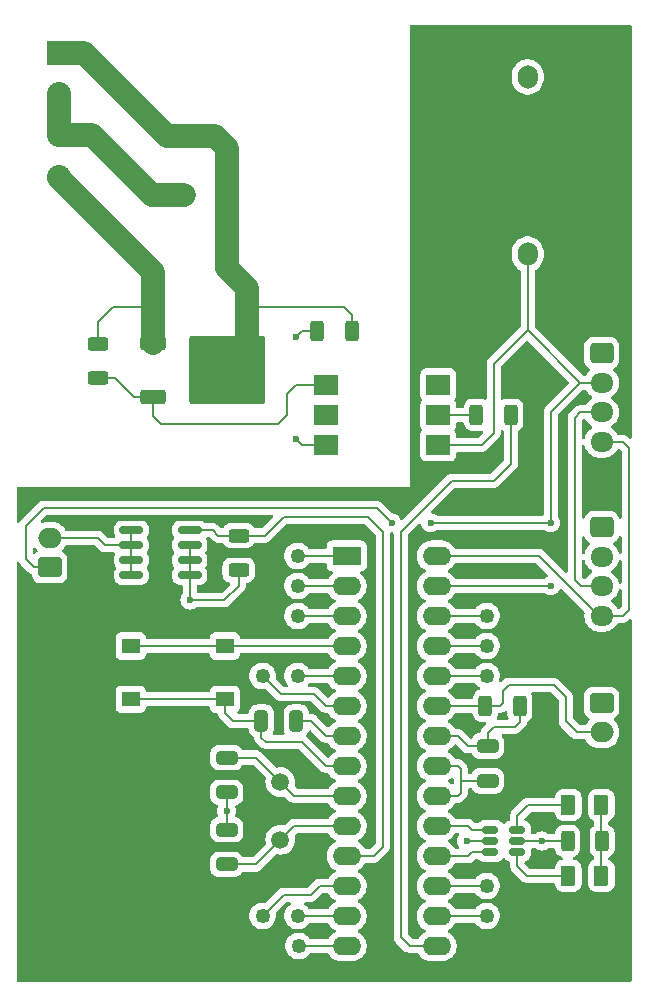
<source format=gtl>
%TF.GenerationSoftware,KiCad,Pcbnew,8.0.6*%
%TF.CreationDate,2025-01-14T16:33:27+13:00*%
%TF.ProjectId,FilamentDryerController1,46696c61-6d65-46e7-9444-72796572436f,rev?*%
%TF.SameCoordinates,Original*%
%TF.FileFunction,Copper,L1,Top*%
%TF.FilePolarity,Positive*%
%FSLAX46Y46*%
G04 Gerber Fmt 4.6, Leading zero omitted, Abs format (unit mm)*
G04 Created by KiCad (PCBNEW 8.0.6) date 2025-01-14 16:33:27*
%MOMM*%
%LPD*%
G01*
G04 APERTURE LIST*
G04 Aperture macros list*
%AMRoundRect*
0 Rectangle with rounded corners*
0 $1 Rounding radius*
0 $2 $3 $4 $5 $6 $7 $8 $9 X,Y pos of 4 corners*
0 Add a 4 corners polygon primitive as box body*
4,1,4,$2,$3,$4,$5,$6,$7,$8,$9,$2,$3,0*
0 Add four circle primitives for the rounded corners*
1,1,$1+$1,$2,$3*
1,1,$1+$1,$4,$5*
1,1,$1+$1,$6,$7*
1,1,$1+$1,$8,$9*
0 Add four rect primitives between the rounded corners*
20,1,$1+$1,$2,$3,$4,$5,0*
20,1,$1+$1,$4,$5,$6,$7,0*
20,1,$1+$1,$6,$7,$8,$9,0*
20,1,$1+$1,$8,$9,$2,$3,0*%
G04 Aperture macros list end*
%TA.AperFunction,EtchedComponent*%
%ADD10C,0.000000*%
%TD*%
%TA.AperFunction,SMDPad,CuDef*%
%ADD11RoundRect,0.625000X-0.000010X-0.000010X0.000010X-0.000010X0.000010X0.000010X-0.000010X0.000010X0*%
%TD*%
%TA.AperFunction,SMDPad,CuDef*%
%ADD12RoundRect,0.250000X-0.625000X0.312500X-0.625000X-0.312500X0.625000X-0.312500X0.625000X0.312500X0*%
%TD*%
%TA.AperFunction,ComponentPad*%
%ADD13RoundRect,0.250000X0.750000X-0.600000X0.750000X0.600000X-0.750000X0.600000X-0.750000X-0.600000X0*%
%TD*%
%TA.AperFunction,ComponentPad*%
%ADD14O,2.000000X1.700000*%
%TD*%
%TA.AperFunction,SMDPad,CuDef*%
%ADD15RoundRect,0.250000X-0.650000X0.325000X-0.650000X-0.325000X0.650000X-0.325000X0.650000X0.325000X0*%
%TD*%
%TA.AperFunction,SMDPad,CuDef*%
%ADD16R,2.000000X1.780000*%
%TD*%
%TA.AperFunction,SMDPad,CuDef*%
%ADD17C,0.200000*%
%TD*%
%TA.AperFunction,SMDPad,CuDef*%
%ADD18RoundRect,0.250000X-0.312500X-0.625000X0.312500X-0.625000X0.312500X0.625000X-0.312500X0.625000X0*%
%TD*%
%TA.AperFunction,ComponentPad*%
%ADD19RoundRect,0.250000X-0.725000X0.600000X-0.725000X-0.600000X0.725000X-0.600000X0.725000X0.600000X0*%
%TD*%
%TA.AperFunction,ComponentPad*%
%ADD20O,1.950000X1.700000*%
%TD*%
%TA.AperFunction,ComponentPad*%
%ADD21RoundRect,0.250000X-0.750000X0.600000X-0.750000X-0.600000X0.750000X-0.600000X0.750000X0.600000X0*%
%TD*%
%TA.AperFunction,SMDPad,CuDef*%
%ADD22RoundRect,0.250000X0.312500X0.625000X-0.312500X0.625000X-0.312500X-0.625000X0.312500X-0.625000X0*%
%TD*%
%TA.AperFunction,ComponentPad*%
%ADD23C,1.500000*%
%TD*%
%TA.AperFunction,SMDPad,CuDef*%
%ADD24R,1.550000X1.300000*%
%TD*%
%TA.AperFunction,SMDPad,CuDef*%
%ADD25RoundRect,0.250000X-0.375000X-0.625000X0.375000X-0.625000X0.375000X0.625000X-0.375000X0.625000X0*%
%TD*%
%TA.AperFunction,ComponentPad*%
%ADD26R,2.032000X2.032000*%
%TD*%
%TA.AperFunction,ComponentPad*%
%ADD27C,2.032000*%
%TD*%
%TA.AperFunction,SMDPad,CuDef*%
%ADD28RoundRect,0.250000X-0.850000X-0.350000X0.850000X-0.350000X0.850000X0.350000X-0.850000X0.350000X0*%
%TD*%
%TA.AperFunction,SMDPad,CuDef*%
%ADD29RoundRect,0.250000X-1.275000X-1.125000X1.275000X-1.125000X1.275000X1.125000X-1.275000X1.125000X0*%
%TD*%
%TA.AperFunction,SMDPad,CuDef*%
%ADD30RoundRect,0.249997X-2.950003X-2.650003X2.950003X-2.650003X2.950003X2.650003X-2.950003X2.650003X0*%
%TD*%
%TA.AperFunction,ComponentPad*%
%ADD31R,1.700000X2.000000*%
%TD*%
%TA.AperFunction,ComponentPad*%
%ADD32O,1.700000X2.000000*%
%TD*%
%TA.AperFunction,SMDPad,CuDef*%
%ADD33RoundRect,0.150000X-0.512500X-0.150000X0.512500X-0.150000X0.512500X0.150000X-0.512500X0.150000X0*%
%TD*%
%TA.AperFunction,SMDPad,CuDef*%
%ADD34RoundRect,0.150000X0.825000X0.150000X-0.825000X0.150000X-0.825000X-0.150000X0.825000X-0.150000X0*%
%TD*%
%TA.AperFunction,ComponentPad*%
%ADD35R,2.400000X1.600000*%
%TD*%
%TA.AperFunction,ComponentPad*%
%ADD36O,2.400000X1.600000*%
%TD*%
%TA.AperFunction,SMDPad,CuDef*%
%ADD37RoundRect,0.250000X0.650000X-0.325000X0.650000X0.325000X-0.650000X0.325000X-0.650000X-0.325000X0*%
%TD*%
%TA.AperFunction,SMDPad,CuDef*%
%ADD38RoundRect,0.250000X0.325000X0.650000X-0.325000X0.650000X-0.325000X-0.650000X0.325000X-0.650000X0*%
%TD*%
%TA.AperFunction,ViaPad*%
%ADD39C,0.600000*%
%TD*%
%TA.AperFunction,Conductor*%
%ADD40C,0.200000*%
%TD*%
%TA.AperFunction,Conductor*%
%ADD41C,2.000000*%
%TD*%
G04 APERTURE END LIST*
D10*
%TA.AperFunction,EtchedComponent*%
%TO.C,NT4*%
G36*
X31222000Y-48106000D02*
G01*
X28722000Y-48106000D01*
X28722000Y-47906000D01*
X31222000Y-47906000D01*
X31222000Y-48106000D01*
G37*
%TD.AperFunction*%
%TA.AperFunction,EtchedComponent*%
%TO.C,NT3*%
G36*
X41890000Y-48106000D02*
G01*
X39390000Y-48106000D01*
X39390000Y-47906000D01*
X41890000Y-47906000D01*
X41890000Y-48106000D01*
G37*
%TD.AperFunction*%
%TD*%
D11*
%TO.P,TP5,1,1*%
%TO.N,Net-(U1-PC2)*%
X59605600Y-76708000D03*
%TD*%
%TO.P,TP3,1,1*%
%TO.N,Net-(U1-PB3)*%
X59605600Y-97028000D03*
%TD*%
%TO.P,TP11,1,1*%
%TO.N,Net-(U1-PD4)*%
X40640000Y-79248000D03*
%TD*%
%TO.P,TP10,1,1*%
%TO.N,/pFan_sense*%
X43605600Y-79248000D03*
%TD*%
D12*
%TO.P,R4,1*%
%TO.N,Net-(NT4-Pad1)*%
X26670000Y-51115500D03*
%TO.P,R4,2*%
%TO.N,Net-(Q2-G)*%
X26670000Y-54040500D03*
%TD*%
D13*
%TO.P,J3,1,Pin_1*%
%TO.N,+5V*%
X22606000Y-70064000D03*
D14*
%TO.P,J3,2,Pin_2*%
%TO.N,Net-(J3-Pin_2)*%
X22606000Y-67564000D03*
%TD*%
D15*
%TO.P,C5,1*%
%TO.N,GND*%
X37605600Y-92266000D03*
%TO.P,C5,2*%
%TO.N,/pCry2*%
X37605600Y-95216000D03*
%TD*%
D16*
%TO.P,U2,1*%
%TO.N,+5V*%
X55504000Y-59690000D03*
%TO.P,U2,2*%
%TO.N,Net-(R3-Pad2)*%
X55504000Y-57150000D03*
%TO.P,U2,3,NC*%
%TO.N,unconnected-(U2-NC-Pad3)*%
X55504000Y-54610000D03*
%TO.P,U2,4*%
%TO.N,Net-(Q2-G)*%
X45974000Y-54610000D03*
%TO.P,U2,5,NC*%
%TO.N,unconnected-(U2-NC-Pad5)*%
X45974000Y-57150000D03*
%TO.P,U2,6*%
%TO.N,Net-(R5-Pad1)*%
X45974000Y-59690000D03*
%TD*%
D17*
%TO.P,NT4,1,1*%
%TO.N,Net-(NT4-Pad1)*%
X28722000Y-48006000D03*
%TO.P,NT4,2,2*%
%TO.N,Heater*%
X31222000Y-48006000D03*
%TD*%
D11*
%TO.P,TP13,1,1*%
%TO.N,Net-(U1-PD7)*%
X43605600Y-99568000D03*
%TD*%
%TO.P,TP4,1,1*%
%TO.N,Net-(U1-PC1)*%
X59605600Y-79248000D03*
%TD*%
%TO.P,TP9,1,1*%
%TO.N,Net-(U1-PD1)*%
X43605600Y-74168000D03*
%TD*%
%TO.P,TP7,1,1*%
%TO.N,/pReset*%
X43605600Y-69088000D03*
%TD*%
D18*
%TO.P,R2,1*%
%TO.N,/pTemp*%
X59497500Y-81788000D03*
%TO.P,R2,2*%
%TO.N,GND*%
X62422500Y-81788000D03*
%TD*%
D19*
%TO.P,J1,1,Pin_1*%
%TO.N,GND*%
X69342000Y-51936000D03*
D20*
%TO.P,J1,2,Pin_2*%
%TO.N,+5V*%
X69342000Y-54436000D03*
%TO.P,J1,3,Pin_3*%
%TO.N,/pSDA*%
X69342000Y-56936000D03*
%TO.P,J1,4,Pin_4*%
%TO.N,/pSCL*%
X69342000Y-59436000D03*
%TD*%
D17*
%TO.P,NT3,1,1*%
%TO.N,Net-(NT3-Pad1)*%
X41890000Y-48006000D03*
%TO.P,NT3,2,2*%
%TO.N,+AC*%
X39390000Y-48006000D03*
%TD*%
D21*
%TO.P,J4,1*%
%TO.N,+5V*%
X69342000Y-81534000D03*
D14*
%TO.P,J4,2*%
%TO.N,/pTemp*%
X69342000Y-84034000D03*
%TD*%
D11*
%TO.P,TP6,1,1*%
%TO.N,Net-(U1-PC3)*%
X59605600Y-74168000D03*
%TD*%
D18*
%TO.P,R6,1*%
%TO.N,+5V*%
X66457100Y-93233000D03*
%TO.P,R6,2*%
%TO.N,Net-(D1-A)*%
X69382100Y-93233000D03*
%TD*%
D22*
%TO.P,R3,1*%
%TO.N,/pHeat*%
X61660500Y-57150000D03*
%TO.P,R3,2*%
%TO.N,Net-(R3-Pad2)*%
X58735500Y-57150000D03*
%TD*%
D23*
%TO.P,Y1,1,1*%
%TO.N,/pCry1*%
X42138600Y-88243000D03*
%TO.P,Y1,2,2*%
%TO.N,/pCry2*%
X42138600Y-93123000D03*
%TD*%
D24*
%TO.P,SW1,1,1*%
%TO.N,GND*%
X37444600Y-81223000D03*
X29484600Y-81223000D03*
%TO.P,SW1,2,2*%
%TO.N,/pButt*%
X37444600Y-76723000D03*
X29484600Y-76723000D03*
%TD*%
D11*
%TO.P,TP8,1,1*%
%TO.N,Net-(U1-PD0)*%
X43605600Y-71628000D03*
%TD*%
D25*
%TO.P,D1,1,K*%
%TO.N,Net-(D1-K)*%
X66519600Y-90185000D03*
%TO.P,D1,2,A*%
%TO.N,Net-(D1-A)*%
X69319600Y-90185000D03*
%TD*%
D11*
%TO.P,TP1,1,1*%
%TO.N,Net-(U1-PB0)*%
X43688000Y-102108000D03*
%TD*%
D26*
%TO.P,J5,1,Pin_1*%
%TO.N,+AC*%
X23368000Y-26500000D03*
D27*
%TO.P,J5,2,Pin_2*%
%TO.N,-AC*%
X23368000Y-30000000D03*
%TO.P,J5,3,Pin_3*%
X23368000Y-33500000D03*
%TO.P,J5,4,Pin_4*%
%TO.N,Heater*%
X23368000Y-37000000D03*
%TD*%
D25*
%TO.P,D2,1,K*%
%TO.N,Net-(D2-K)*%
X66519600Y-96185000D03*
%TO.P,D2,2,A*%
%TO.N,Net-(D1-A)*%
X69319600Y-96185000D03*
%TD*%
D19*
%TO.P,J2,1,Pin_1*%
%TO.N,GND*%
X69342000Y-66668000D03*
D20*
%TO.P,J2,2,Pin_2*%
%TO.N,+5V*%
X69342000Y-69168000D03*
%TO.P,J2,3,Pin_3*%
%TO.N,/pSDA*%
X69342000Y-71668000D03*
%TO.P,J2,4,Pin_4*%
%TO.N,/pSCL*%
X69342000Y-74168000D03*
%TD*%
D28*
%TO.P,Q2,1,A1*%
%TO.N,Heater*%
X31360000Y-51062500D03*
D29*
%TO.P,Q2,2,A2*%
%TO.N,+AC*%
X35985000Y-51817500D03*
X35985000Y-54867500D03*
D30*
X37660000Y-53342500D03*
D29*
X39335000Y-51817500D03*
X39335000Y-54867500D03*
D28*
%TO.P,Q2,3,G*%
%TO.N,Net-(Q2-G)*%
X31360000Y-55622500D03*
%TD*%
D31*
%TO.P,PS1,1,AC/L*%
%TO.N,+AC*%
X34002500Y-33542500D03*
D32*
%TO.P,PS1,2,AC/N*%
%TO.N,-AC*%
X34002500Y-38542500D03*
%TO.P,PS1,3,-Vout*%
%TO.N,GND*%
X63082500Y-28542500D03*
%TO.P,PS1,4,+Vout*%
%TO.N,+5V*%
X63082500Y-43542500D03*
%TD*%
D18*
%TO.P,R5,1*%
%TO.N,Net-(R5-Pad1)*%
X45273500Y-50038000D03*
%TO.P,R5,2*%
%TO.N,Net-(NT3-Pad1)*%
X48198500Y-50038000D03*
%TD*%
D11*
%TO.P,TP12,1,1*%
%TO.N,Net-(U1-PD6)*%
X40640000Y-99568000D03*
%TD*%
%TO.P,TP2,1,1*%
%TO.N,Net-(U1-PB2)*%
X59605600Y-99568000D03*
%TD*%
D33*
%TO.P,U3,1,1A*%
%TO.N,/pLed_heat*%
X59924100Y-92283000D03*
%TO.P,U3,2,GND*%
%TO.N,GND*%
X59924100Y-93233000D03*
%TO.P,U3,3,2A*%
%TO.N,/pLed_ok*%
X59924100Y-94183000D03*
%TO.P,U3,4,2Y*%
%TO.N,Net-(D2-K)*%
X62199100Y-94183000D03*
%TO.P,U3,5,V_{CC}*%
%TO.N,+5V*%
X62199100Y-93233000D03*
%TO.P,U3,6,1Y*%
%TO.N,Net-(D1-K)*%
X62199100Y-92283000D03*
%TD*%
D34*
%TO.P,Q1,1,S*%
%TO.N,GND*%
X34479000Y-70739000D03*
%TO.P,Q1,2,S*%
X34479000Y-69469000D03*
%TO.P,Q1,3,S*%
X34479000Y-68199000D03*
%TO.P,Q1,4,G*%
%TO.N,/pFan_pwm*%
X34479000Y-66929000D03*
%TO.P,Q1,5,D*%
%TO.N,Net-(J3-Pin_2)*%
X29529000Y-66929000D03*
%TO.P,Q1,6,D*%
X29529000Y-68199000D03*
%TO.P,Q1,7,D*%
X29529000Y-69469000D03*
%TO.P,Q1,8,D*%
X29529000Y-70739000D03*
%TD*%
D35*
%TO.P,U1,1,~{RESET}/PC6*%
%TO.N,/pReset*%
X47752000Y-69088000D03*
D36*
%TO.P,U1,2,PD0*%
%TO.N,Net-(U1-PD0)*%
X47752000Y-71628000D03*
%TO.P,U1,3,PD1*%
%TO.N,Net-(U1-PD1)*%
X47752000Y-74168000D03*
%TO.P,U1,4,PD2*%
%TO.N,/pButt*%
X47752000Y-76708000D03*
%TO.P,U1,5,PD3*%
%TO.N,/pFan_sense*%
X47752000Y-79248000D03*
%TO.P,U1,6,PD4*%
%TO.N,Net-(U1-PD4)*%
X47752000Y-81788000D03*
%TO.P,U1,7,VCC*%
%TO.N,+5V*%
X47752000Y-84328000D03*
%TO.P,U1,8,GND*%
%TO.N,GND*%
X47752000Y-86868000D03*
%TO.P,U1,9,XTAL1/PB6*%
%TO.N,/pCry1*%
X47752000Y-89408000D03*
%TO.P,U1,10,XTAL2/PB7*%
%TO.N,/pCry2*%
X47752000Y-91948000D03*
%TO.P,U1,11,PD5*%
%TO.N,/pFan_pwm*%
X47752000Y-94488000D03*
%TO.P,U1,12,PD6*%
%TO.N,Net-(U1-PD6)*%
X47752000Y-97028000D03*
%TO.P,U1,13,PD7*%
%TO.N,Net-(U1-PD7)*%
X47752000Y-99568000D03*
%TO.P,U1,14,PB0*%
%TO.N,Net-(U1-PB0)*%
X47752000Y-102108000D03*
%TO.P,U1,15,PB1*%
%TO.N,/pHeat*%
X55372000Y-102108000D03*
%TO.P,U1,16,PB2*%
%TO.N,Net-(U1-PB2)*%
X55372000Y-99568000D03*
%TO.P,U1,17,PB3*%
%TO.N,Net-(U1-PB3)*%
X55372000Y-97028000D03*
%TO.P,U1,18,PB4*%
%TO.N,/pLed_ok*%
X55372000Y-94488000D03*
%TO.P,U1,19,PB5*%
%TO.N,/pLed_heat*%
X55372000Y-91948000D03*
%TO.P,U1,20,AVCC*%
%TO.N,+5V*%
X55372000Y-89408000D03*
%TO.P,U1,21,AREF*%
X55372000Y-86868000D03*
%TO.P,U1,22,GND*%
%TO.N,GND*%
X55372000Y-84328000D03*
%TO.P,U1,23,PC0*%
%TO.N,/pTemp*%
X55372000Y-81788000D03*
%TO.P,U1,24,PC1*%
%TO.N,Net-(U1-PC1)*%
X55372000Y-79248000D03*
%TO.P,U1,25,PC2*%
%TO.N,Net-(U1-PC2)*%
X55372000Y-76708000D03*
%TO.P,U1,26,PC3*%
%TO.N,Net-(U1-PC3)*%
X55372000Y-74168000D03*
%TO.P,U1,27,PC4*%
%TO.N,/pSDA*%
X55372000Y-71628000D03*
%TO.P,U1,28,PC5*%
%TO.N,/pSCL*%
X55372000Y-69088000D03*
%TD*%
D12*
%TO.P,R1,1*%
%TO.N,/pFan_pwm*%
X38608000Y-67371500D03*
%TO.P,R1,2*%
%TO.N,GND*%
X38608000Y-70296500D03*
%TD*%
D15*
%TO.P,C4,1*%
%TO.N,/pCry1*%
X37605600Y-86170000D03*
%TO.P,C4,2*%
%TO.N,GND*%
X37605600Y-89120000D03*
%TD*%
D37*
%TO.P,C1,1*%
%TO.N,+5V*%
X59690000Y-88138000D03*
%TO.P,C1,2*%
%TO.N,GND*%
X59690000Y-85188000D03*
%TD*%
D38*
%TO.P,C3,1*%
%TO.N,+5V*%
X43486600Y-83073000D03*
%TO.P,C3,2*%
%TO.N,GND*%
X40536600Y-83073000D03*
%TD*%
D39*
%TO.N,GND*%
X34479000Y-72833000D03*
X57912000Y-93218000D03*
X37592000Y-90678000D03*
%TO.N,+5V*%
X51562000Y-66294000D03*
X64262000Y-93233000D03*
X65024000Y-66294000D03*
X54864000Y-66294000D03*
%TO.N,/pSDA*%
X65024000Y-71628000D03*
%TO.N,Net-(R5-Pad1)*%
X43434000Y-50546000D03*
X43434000Y-59182000D03*
%TD*%
D40*
%TO.N,GND*%
X38115000Y-83073000D02*
X40536600Y-83073000D01*
X34479000Y-68199000D02*
X34479000Y-69469000D01*
X37439600Y-81223000D02*
X37439600Y-82397600D01*
X47752000Y-86868000D02*
X45974000Y-86868000D01*
X37439600Y-82397600D02*
X38115000Y-83073000D01*
X57927000Y-93233000D02*
X57912000Y-93218000D01*
X37605600Y-89120000D02*
X37605600Y-90664400D01*
X58010000Y-85188000D02*
X59690000Y-85188000D01*
X45974000Y-86868000D02*
X43942000Y-84836000D01*
X62422500Y-81788000D02*
X62422500Y-83119500D01*
X37605600Y-90691600D02*
X37592000Y-90678000D01*
X34479000Y-69469000D02*
X34479000Y-70739000D01*
X34479000Y-72833000D02*
X34479000Y-70739000D01*
X60198000Y-83566000D02*
X59690000Y-84074000D01*
X40894000Y-84836000D02*
X40536600Y-84478600D01*
X40536600Y-84478600D02*
X40536600Y-83073000D01*
X34479000Y-72833000D02*
X37403000Y-72833000D01*
X61976000Y-83566000D02*
X60198000Y-83566000D01*
X57150000Y-84328000D02*
X58010000Y-85188000D01*
X37605600Y-92266000D02*
X37605600Y-90691600D01*
X43942000Y-84836000D02*
X40894000Y-84836000D01*
X29489600Y-81223000D02*
X37439600Y-81223000D01*
X38608000Y-71628000D02*
X38608000Y-70296500D01*
X55372000Y-84328000D02*
X57150000Y-84328000D01*
X62422500Y-83119500D02*
X61976000Y-83566000D01*
X59924100Y-93233000D02*
X57927000Y-93233000D01*
X37605600Y-90664400D02*
X37592000Y-90678000D01*
X59690000Y-84074000D02*
X59690000Y-85188000D01*
X37403000Y-72833000D02*
X38608000Y-71628000D01*
%TO.N,+5V*%
X60198000Y-52832000D02*
X60198000Y-58674000D01*
X57404000Y-89154000D02*
X57150000Y-89408000D01*
X20574000Y-69342000D02*
X21296000Y-70064000D01*
X50292000Y-65024000D02*
X22098000Y-65024000D01*
X65024000Y-66294000D02*
X54864000Y-66294000D01*
X63082500Y-50001500D02*
X67517000Y-54436000D01*
X43486600Y-83073000D02*
X44762300Y-83073000D01*
X65024000Y-66294000D02*
X65024000Y-56896000D01*
X44762300Y-83073000D02*
X46017300Y-84328000D01*
X65024000Y-56896000D02*
X67484000Y-54436000D01*
X57404000Y-88138000D02*
X57404000Y-89154000D01*
X55372000Y-86868000D02*
X57150000Y-86868000D01*
X46017300Y-84328000D02*
X47752000Y-84328000D01*
X60198000Y-58674000D02*
X59182000Y-59690000D01*
X57150000Y-89408000D02*
X55372000Y-89408000D01*
X67484000Y-54436000D02*
X69342000Y-54436000D01*
X22098000Y-65024000D02*
X20574000Y-66548000D01*
X64262000Y-93233000D02*
X62199100Y-93233000D01*
X20574000Y-66548000D02*
X20574000Y-69342000D01*
X59182000Y-59690000D02*
X55504000Y-59690000D01*
X63082500Y-49947500D02*
X60198000Y-52832000D01*
X57404000Y-88138000D02*
X59690000Y-88138000D01*
X57150000Y-86868000D02*
X57404000Y-87122000D01*
X67517000Y-54436000D02*
X69342000Y-54436000D01*
X63082500Y-49366500D02*
X63082500Y-50001500D01*
X57404000Y-87122000D02*
X57404000Y-88138000D01*
X21296000Y-70064000D02*
X22606000Y-70064000D01*
X51562000Y-66294000D02*
X50292000Y-65024000D01*
X66457100Y-93233000D02*
X64262000Y-93233000D01*
X63082500Y-43542500D02*
X63082500Y-49366500D01*
X63082500Y-49366500D02*
X63082500Y-49947500D01*
%TO.N,Net-(D1-A)*%
X69382100Y-93233000D02*
X69319600Y-93295500D01*
X69382100Y-93233000D02*
X69319600Y-93170500D01*
X69319600Y-93295500D02*
X69319600Y-96185000D01*
X69319600Y-93170500D02*
X69319600Y-90185000D01*
%TO.N,Net-(D1-K)*%
X66705600Y-90185000D02*
X63093600Y-90185000D01*
X62199100Y-91079500D02*
X62199100Y-92283000D01*
X63093600Y-90185000D02*
X62199100Y-91079500D01*
%TO.N,Net-(D2-K)*%
X66705600Y-96185000D02*
X62997600Y-96185000D01*
X62997600Y-96185000D02*
X62199100Y-95386500D01*
X62199100Y-95386500D02*
X62199100Y-94183000D01*
%TO.N,Net-(U1-PB2)*%
X55372000Y-99568000D02*
X59605600Y-99568000D01*
%TO.N,Net-(U1-PB3)*%
X55372000Y-97028000D02*
X59605600Y-97028000D01*
%TO.N,Net-(U1-PC1)*%
X59605600Y-79248000D02*
X55372000Y-79248000D01*
%TO.N,Net-(U1-PC2)*%
X55372000Y-76708000D02*
X59605600Y-76708000D01*
%TO.N,Net-(U1-PC3)*%
X55372000Y-74168000D02*
X59605600Y-74168000D01*
%TO.N,Net-(U1-PD0)*%
X43605600Y-71628000D02*
X47752000Y-71628000D01*
%TO.N,Net-(U1-PD1)*%
X43605600Y-74168000D02*
X47752000Y-74168000D01*
%TO.N,Net-(U1-PD4)*%
X45974000Y-81788000D02*
X47752000Y-81788000D01*
X42164000Y-80772000D02*
X44958000Y-80772000D01*
X40640000Y-79248000D02*
X42164000Y-80772000D01*
X44958000Y-80772000D02*
X45974000Y-81788000D01*
%TO.N,Net-(U1-PD6)*%
X42418000Y-97790000D02*
X40640000Y-99568000D01*
X47752000Y-97028000D02*
X45466000Y-97028000D01*
X45466000Y-97028000D02*
X44704000Y-97790000D01*
X44704000Y-97790000D02*
X42418000Y-97790000D01*
%TO.N,Net-(U1-PD7)*%
X43605600Y-99568000D02*
X47752000Y-99568000D01*
%TO.N,Net-(U1-PB0)*%
X43688000Y-102108000D02*
X47752000Y-102108000D01*
%TO.N,Net-(J3-Pin_2)*%
X27305000Y-68199000D02*
X29529000Y-68199000D01*
X29529000Y-70739000D02*
X29529000Y-69469000D01*
X29529000Y-68199000D02*
X29529000Y-66929000D01*
X22606000Y-67564000D02*
X26670000Y-67564000D01*
X26670000Y-67564000D02*
X27305000Y-68199000D01*
X29529000Y-69469000D02*
X29529000Y-68199000D01*
D41*
%TO.N,Heater*%
X23368000Y-37000000D02*
X23368000Y-37084000D01*
X23368000Y-37084000D02*
X31360000Y-45076000D01*
X31360000Y-45076000D02*
X31360000Y-51062500D01*
D40*
%TO.N,/pCry1*%
X43303600Y-89408000D02*
X42138600Y-88243000D01*
X40065600Y-86170000D02*
X37605600Y-86170000D01*
X42138600Y-88243000D02*
X40065600Y-86170000D01*
X47752000Y-89408000D02*
X43303600Y-89408000D01*
%TO.N,/pCry2*%
X42138600Y-93123000D02*
X40045600Y-95216000D01*
X47752000Y-91948000D02*
X43313600Y-91948000D01*
X40045600Y-95216000D02*
X37605600Y-95216000D01*
X43313600Y-91948000D02*
X42138600Y-93123000D01*
%TO.N,/pSCL*%
X71120000Y-59436000D02*
X69342000Y-59436000D01*
X55372000Y-69088000D02*
X64008000Y-69088000D01*
X71120000Y-74168000D02*
X71628000Y-73660000D01*
X69088000Y-74168000D02*
X69342000Y-74168000D01*
X71628000Y-59944000D02*
X71120000Y-59436000D01*
X64008000Y-69088000D02*
X69088000Y-74168000D01*
X71628000Y-73660000D02*
X71628000Y-59944000D01*
X69342000Y-74168000D02*
X71120000Y-74168000D01*
%TO.N,/pSDA*%
X65024000Y-71628000D02*
X55372000Y-71628000D01*
X69342000Y-71668000D02*
X67604000Y-71668000D01*
X67604000Y-71668000D02*
X67056000Y-71120000D01*
X67056000Y-57404000D02*
X67524000Y-56936000D01*
X67524000Y-56936000D02*
X69342000Y-56936000D01*
X67056000Y-71120000D02*
X67056000Y-57404000D01*
%TO.N,/pFan_sense*%
X43605600Y-79248000D02*
X47752000Y-79248000D01*
%TO.N,/pFan_pwm*%
X50800000Y-93726000D02*
X50800000Y-67056000D01*
X38608000Y-67371500D02*
X36891500Y-67371500D01*
X42418000Y-65786000D02*
X40832500Y-67371500D01*
X49530000Y-65786000D02*
X42418000Y-65786000D01*
X36891500Y-67371500D02*
X36449000Y-66929000D01*
X50038000Y-94488000D02*
X50800000Y-93726000D01*
X36449000Y-66929000D02*
X34479000Y-66929000D01*
X40832500Y-67371500D02*
X38608000Y-67371500D01*
X47752000Y-94488000D02*
X50038000Y-94488000D01*
X50800000Y-67056000D02*
X49530000Y-65786000D01*
%TO.N,/pTemp*%
X61468000Y-80010000D02*
X65278000Y-80010000D01*
X60960000Y-80518000D02*
X61468000Y-80010000D01*
X60706000Y-81788000D02*
X60960000Y-81534000D01*
X66294000Y-83058000D02*
X67270000Y-84034000D01*
X55372000Y-81788000D02*
X59497500Y-81788000D01*
X65278000Y-80010000D02*
X66294000Y-81026000D01*
X59497500Y-81788000D02*
X60706000Y-81788000D01*
X66294000Y-81026000D02*
X66294000Y-83058000D01*
X67270000Y-84034000D02*
X69342000Y-84034000D01*
X60960000Y-81534000D02*
X60960000Y-80518000D01*
%TO.N,/pHeat*%
X56642000Y-62738000D02*
X52324000Y-67056000D01*
X53086000Y-102108000D02*
X55372000Y-102108000D01*
X61660500Y-61275500D02*
X60198000Y-62738000D01*
X60198000Y-62738000D02*
X56642000Y-62738000D01*
X61660500Y-57150000D02*
X61660500Y-61275500D01*
X52324000Y-101346000D02*
X53086000Y-102108000D01*
X52324000Y-67056000D02*
X52324000Y-101346000D01*
%TO.N,/pButt*%
X37708600Y-76708000D02*
X47752000Y-76708000D01*
X29489600Y-76723000D02*
X37439600Y-76723000D01*
X37439600Y-76723000D02*
X37693600Y-76723000D01*
X37693600Y-76723000D02*
X37708600Y-76708000D01*
%TO.N,/pLed_ok*%
X58013600Y-94503000D02*
X57998600Y-94488000D01*
X58333600Y-94183000D02*
X58013600Y-94503000D01*
X59924100Y-94183000D02*
X58333600Y-94183000D01*
X57998600Y-94488000D02*
X55372000Y-94488000D01*
%TO.N,/pLed_heat*%
X57998600Y-91948000D02*
X55372000Y-91948000D01*
X58333600Y-92283000D02*
X57998600Y-91948000D01*
X59924100Y-92283000D02*
X58333600Y-92283000D01*
%TO.N,/pReset*%
X43605600Y-69088000D02*
X47752000Y-69088000D01*
D41*
%TO.N,-AC*%
X31271750Y-38542500D02*
X34002500Y-38542500D01*
X26229250Y-33500000D02*
X31271750Y-38542500D01*
X23368000Y-30000000D02*
X23368000Y-33500000D01*
X23368000Y-33500000D02*
X26229250Y-33500000D01*
%TO.N,+AC*%
X39335000Y-46447000D02*
X39335000Y-51817500D01*
X34002500Y-33542500D02*
X32526500Y-33542500D01*
X37592000Y-34544000D02*
X37592000Y-44704000D01*
X39132000Y-51614500D02*
X39335000Y-51817500D01*
X25484000Y-26500000D02*
X23368000Y-26500000D01*
X37592000Y-44704000D02*
X39335000Y-46447000D01*
X32526500Y-33542500D02*
X25484000Y-26500000D01*
X34002500Y-33542500D02*
X36590500Y-33542500D01*
X36590500Y-33542500D02*
X37592000Y-34544000D01*
D40*
%TO.N,Net-(NT3-Pad1)*%
X47498000Y-48006000D02*
X48198500Y-48706500D01*
X48198500Y-48706500D02*
X48198500Y-50038000D01*
X41890000Y-48006000D02*
X47498000Y-48006000D01*
%TO.N,Net-(NT4-Pad1)*%
X26731500Y-51054000D02*
X26670000Y-51115500D01*
X27940000Y-48006000D02*
X26670000Y-49276000D01*
X28722000Y-48006000D02*
X27940000Y-48006000D01*
X26670000Y-49276000D02*
X26670000Y-51115500D01*
%TO.N,Net-(Q2-G)*%
X26670000Y-54040500D02*
X28132500Y-54040500D01*
X43434000Y-54610000D02*
X42672000Y-55372000D01*
X42672000Y-55372000D02*
X42672000Y-57150000D01*
X32004000Y-57912000D02*
X31360000Y-57268000D01*
X41910000Y-57912000D02*
X32004000Y-57912000D01*
X45974000Y-54610000D02*
X43434000Y-54610000D01*
X28132500Y-54040500D02*
X29714500Y-55622500D01*
X42672000Y-57150000D02*
X41910000Y-57912000D01*
X29714500Y-55622500D02*
X31360000Y-55622500D01*
X31360000Y-57268000D02*
X31360000Y-55622500D01*
%TO.N,Net-(R3-Pad2)*%
X58735500Y-57150000D02*
X55504000Y-57150000D01*
%TO.N,Net-(R5-Pad1)*%
X43434000Y-59182000D02*
X43942000Y-59690000D01*
X43942000Y-59690000D02*
X45974000Y-59690000D01*
X43942000Y-50038000D02*
X43434000Y-50546000D01*
X45273500Y-50038000D02*
X43942000Y-50038000D01*
%TD*%
%TA.AperFunction,NonConductor*%
G36*
X57619950Y-57770185D02*
G01*
X57665705Y-57822989D01*
X57676269Y-57861898D01*
X57683001Y-57927797D01*
X57683001Y-57927799D01*
X57695695Y-57966105D01*
X57738186Y-58094334D01*
X57830288Y-58243656D01*
X57954344Y-58367712D01*
X58103666Y-58459814D01*
X58270203Y-58514999D01*
X58372991Y-58525500D01*
X59098008Y-58525499D01*
X59195949Y-58515494D01*
X59264641Y-58528264D01*
X59315525Y-58576144D01*
X59332446Y-58643934D01*
X59310030Y-58710111D01*
X59296231Y-58726533D01*
X58969584Y-59053181D01*
X58908261Y-59086666D01*
X58881903Y-59089500D01*
X57128499Y-59089500D01*
X57061460Y-59069815D01*
X57015705Y-59017011D01*
X57004499Y-58965500D01*
X57004499Y-58752129D01*
X57004498Y-58752123D01*
X57004497Y-58752116D01*
X56998091Y-58692517D01*
X56961698Y-58594943D01*
X56947797Y-58557671D01*
X56947796Y-58557669D01*
X56923714Y-58525500D01*
X56900365Y-58494310D01*
X56875949Y-58428847D01*
X56890800Y-58360574D01*
X56900366Y-58345689D01*
X56947796Y-58282331D01*
X56998091Y-58147483D01*
X57004500Y-58087873D01*
X57004500Y-57874500D01*
X57024185Y-57807461D01*
X57076989Y-57761706D01*
X57128500Y-57750500D01*
X57552911Y-57750500D01*
X57619950Y-57770185D01*
G37*
%TD.AperFunction*%
%TA.AperFunction,NonConductor*%
G36*
X67998320Y-57556185D02*
G01*
X68041765Y-57604205D01*
X68061947Y-57643814D01*
X68061948Y-57643815D01*
X68186890Y-57815786D01*
X68337209Y-57966105D01*
X68337214Y-57966109D01*
X68501793Y-58085682D01*
X68544459Y-58141011D01*
X68550438Y-58210625D01*
X68517833Y-58272420D01*
X68501793Y-58286318D01*
X68337214Y-58405890D01*
X68337209Y-58405894D01*
X68186890Y-58556213D01*
X68061951Y-58728179D01*
X67965444Y-58917585D01*
X67898431Y-59123829D01*
X67858993Y-59181505D01*
X67794635Y-59208703D01*
X67725788Y-59196788D01*
X67674313Y-59149544D01*
X67656500Y-59085511D01*
X67656500Y-57704097D01*
X67676185Y-57637058D01*
X67692819Y-57616416D01*
X67736416Y-57572819D01*
X67797739Y-57539334D01*
X67824097Y-57536500D01*
X67931281Y-57536500D01*
X67998320Y-57556185D01*
G37*
%TD.AperFunction*%
%TA.AperFunction,NonConductor*%
G36*
X63098834Y-50882915D02*
G01*
X63143181Y-50911416D01*
X66563583Y-54331818D01*
X66597068Y-54393141D01*
X66592084Y-54462833D01*
X66563583Y-54507180D01*
X64655286Y-56415478D01*
X64543481Y-56527282D01*
X64543479Y-56527284D01*
X64522513Y-56563599D01*
X64513651Y-56578950D01*
X64464423Y-56664215D01*
X64423499Y-56816943D01*
X64423499Y-56816945D01*
X64423499Y-56985046D01*
X64423500Y-56985059D01*
X64423500Y-65569500D01*
X64403815Y-65636539D01*
X64351011Y-65682294D01*
X64299500Y-65693500D01*
X55446412Y-65693500D01*
X55379373Y-65673815D01*
X55369097Y-65666445D01*
X55366263Y-65664185D01*
X55366262Y-65664184D01*
X55263067Y-65599342D01*
X55213523Y-65568211D01*
X55043254Y-65508631D01*
X55043249Y-65508630D01*
X55009144Y-65504788D01*
X54944730Y-65477722D01*
X54905174Y-65420127D01*
X54903037Y-65350290D01*
X54935344Y-65293889D01*
X56854416Y-63374819D01*
X56915739Y-63341334D01*
X56942097Y-63338500D01*
X60111331Y-63338500D01*
X60111347Y-63338501D01*
X60118943Y-63338501D01*
X60277054Y-63338501D01*
X60277057Y-63338501D01*
X60429785Y-63297577D01*
X60479904Y-63268639D01*
X60566716Y-63218520D01*
X60678520Y-63106716D01*
X60678520Y-63106714D01*
X60688728Y-63096507D01*
X60688730Y-63096504D01*
X62019006Y-61766228D01*
X62019011Y-61766224D01*
X62029214Y-61756020D01*
X62029216Y-61756020D01*
X62141020Y-61644216D01*
X62220077Y-61507284D01*
X62261000Y-61354557D01*
X62261000Y-58548347D01*
X62280685Y-58481308D01*
X62319901Y-58442810D01*
X62441656Y-58367712D01*
X62565712Y-58243656D01*
X62657814Y-58094334D01*
X62712999Y-57927797D01*
X62723500Y-57825009D01*
X62723499Y-56474992D01*
X62712999Y-56372203D01*
X62657814Y-56205666D01*
X62565712Y-56056344D01*
X62441656Y-55932288D01*
X62292334Y-55840186D01*
X62125797Y-55785001D01*
X62125795Y-55785000D01*
X62023010Y-55774500D01*
X61297998Y-55774500D01*
X61297980Y-55774501D01*
X61195203Y-55785000D01*
X61195200Y-55785001D01*
X61028668Y-55840185D01*
X61028666Y-55840185D01*
X61028666Y-55840186D01*
X61028662Y-55840187D01*
X61028661Y-55840189D01*
X60987595Y-55865518D01*
X60920202Y-55883957D01*
X60853539Y-55863033D01*
X60808771Y-55809391D01*
X60798500Y-55759978D01*
X60798500Y-53132097D01*
X60818185Y-53065058D01*
X60834819Y-53044416D01*
X62967819Y-50911416D01*
X63029142Y-50877931D01*
X63098834Y-50882915D01*
G37*
%TD.AperFunction*%
%TA.AperFunction,NonConductor*%
G36*
X67861703Y-59692775D02*
G01*
X67898431Y-59748170D01*
X67965444Y-59954414D01*
X68061951Y-60143820D01*
X68186890Y-60315786D01*
X68337213Y-60466109D01*
X68509179Y-60591048D01*
X68509181Y-60591049D01*
X68509184Y-60591051D01*
X68698588Y-60687557D01*
X68900757Y-60753246D01*
X69110713Y-60786500D01*
X69110714Y-60786500D01*
X69573286Y-60786500D01*
X69573287Y-60786500D01*
X69783243Y-60753246D01*
X69985412Y-60687557D01*
X70174816Y-60591051D01*
X70196789Y-60575086D01*
X70346786Y-60466109D01*
X70346788Y-60466106D01*
X70346792Y-60466104D01*
X70497104Y-60315792D01*
X70497106Y-60315788D01*
X70497109Y-60315786D01*
X70568343Y-60217739D01*
X70622051Y-60143816D01*
X70622349Y-60143230D01*
X70642235Y-60104205D01*
X70690209Y-60053409D01*
X70752719Y-60036500D01*
X70819903Y-60036500D01*
X70886942Y-60056185D01*
X70907584Y-60072819D01*
X70991181Y-60156416D01*
X71024666Y-60217739D01*
X71027500Y-60244097D01*
X71027500Y-65812206D01*
X71007815Y-65879245D01*
X70955011Y-65925000D01*
X70885853Y-65934944D01*
X70822297Y-65905919D01*
X70785794Y-65851211D01*
X70751814Y-65748666D01*
X70659712Y-65599344D01*
X70535656Y-65475288D01*
X70386334Y-65383186D01*
X70219797Y-65328001D01*
X70219795Y-65328000D01*
X70117010Y-65317500D01*
X68566998Y-65317500D01*
X68566981Y-65317501D01*
X68464203Y-65328000D01*
X68464200Y-65328001D01*
X68297668Y-65383185D01*
X68297663Y-65383187D01*
X68148342Y-65475289D01*
X68024289Y-65599342D01*
X67932187Y-65748663D01*
X67932185Y-65748668D01*
X67898206Y-65851211D01*
X67858433Y-65908656D01*
X67793917Y-65935479D01*
X67725141Y-65923164D01*
X67673942Y-65875621D01*
X67656500Y-65812207D01*
X67656500Y-59786488D01*
X67676185Y-59719449D01*
X67728989Y-59673694D01*
X67798147Y-59663750D01*
X67861703Y-59692775D01*
G37*
%TD.AperFunction*%
%TA.AperFunction,NonConductor*%
G36*
X71825039Y-24149685D02*
G01*
X71870794Y-24202489D01*
X71882000Y-24254000D01*
X71882000Y-59049403D01*
X71862315Y-59116442D01*
X71809511Y-59162197D01*
X71740353Y-59172141D01*
X71676797Y-59143116D01*
X71670319Y-59137084D01*
X71607590Y-59074355D01*
X71607588Y-59074352D01*
X71488717Y-58955481D01*
X71488716Y-58955480D01*
X71401904Y-58905360D01*
X71401904Y-58905359D01*
X71401900Y-58905358D01*
X71351785Y-58876423D01*
X71199057Y-58835499D01*
X71040943Y-58835499D01*
X71033347Y-58835499D01*
X71033331Y-58835500D01*
X70752719Y-58835500D01*
X70685680Y-58815815D01*
X70642235Y-58767795D01*
X70622052Y-58728185D01*
X70622051Y-58728184D01*
X70497109Y-58556213D01*
X70346792Y-58405896D01*
X70335299Y-58397546D01*
X70182204Y-58286316D01*
X70139540Y-58230989D01*
X70133561Y-58161376D01*
X70166166Y-58099580D01*
X70182199Y-58085686D01*
X70346792Y-57966104D01*
X70497104Y-57815792D01*
X70497106Y-57815788D01*
X70497109Y-57815786D01*
X70622048Y-57643820D01*
X70622047Y-57643820D01*
X70622051Y-57643816D01*
X70718557Y-57454412D01*
X70784246Y-57252243D01*
X70817500Y-57042287D01*
X70817500Y-56829713D01*
X70784246Y-56619757D01*
X70718557Y-56417588D01*
X70622051Y-56228184D01*
X70622049Y-56228181D01*
X70622048Y-56228179D01*
X70497109Y-56056213D01*
X70346792Y-55905896D01*
X70291216Y-55865518D01*
X70182204Y-55786316D01*
X70139540Y-55730989D01*
X70133561Y-55661376D01*
X70166166Y-55599580D01*
X70182199Y-55585686D01*
X70346792Y-55466104D01*
X70497104Y-55315792D01*
X70497106Y-55315788D01*
X70497109Y-55315786D01*
X70622048Y-55143820D01*
X70622047Y-55143820D01*
X70622051Y-55143816D01*
X70718557Y-54954412D01*
X70784246Y-54752243D01*
X70817500Y-54542287D01*
X70817500Y-54329713D01*
X70784246Y-54119757D01*
X70718557Y-53917588D01*
X70622051Y-53728184D01*
X70622049Y-53728181D01*
X70622048Y-53728179D01*
X70497109Y-53556213D01*
X70358294Y-53417398D01*
X70324809Y-53356075D01*
X70329793Y-53286383D01*
X70371665Y-53230450D01*
X70380879Y-53224178D01*
X70386331Y-53220814D01*
X70386334Y-53220814D01*
X70535656Y-53128712D01*
X70659712Y-53004656D01*
X70751814Y-52855334D01*
X70806999Y-52688797D01*
X70817500Y-52586009D01*
X70817499Y-51285992D01*
X70806999Y-51183203D01*
X70751814Y-51016666D01*
X70659712Y-50867344D01*
X70535656Y-50743288D01*
X70386334Y-50651186D01*
X70219797Y-50596001D01*
X70219795Y-50596000D01*
X70117010Y-50585500D01*
X68566998Y-50585500D01*
X68566981Y-50585501D01*
X68464203Y-50596000D01*
X68464200Y-50596001D01*
X68297668Y-50651185D01*
X68297663Y-50651187D01*
X68148342Y-50743289D01*
X68024289Y-50867342D01*
X67932187Y-51016663D01*
X67932186Y-51016666D01*
X67877001Y-51183203D01*
X67877001Y-51183204D01*
X67877000Y-51183204D01*
X67866500Y-51285983D01*
X67866500Y-52586001D01*
X67866501Y-52586018D01*
X67877000Y-52688796D01*
X67877001Y-52688799D01*
X67932185Y-52855331D01*
X67932187Y-52855336D01*
X68024289Y-53004657D01*
X68148344Y-53128712D01*
X68303120Y-53224178D01*
X68349845Y-53276126D01*
X68361068Y-53345088D01*
X68333224Y-53409171D01*
X68325706Y-53417398D01*
X68186889Y-53556215D01*
X68061948Y-53728184D01*
X68061947Y-53728185D01*
X68041765Y-53767795D01*
X67993791Y-53818591D01*
X67931281Y-53835500D01*
X67817097Y-53835500D01*
X67750058Y-53815815D01*
X67729416Y-53799181D01*
X63719319Y-49789084D01*
X63685834Y-49727761D01*
X63683000Y-49701403D01*
X63683000Y-44978218D01*
X63702685Y-44911179D01*
X63750707Y-44867733D01*
X63790315Y-44847552D01*
X63790315Y-44847551D01*
X63790316Y-44847551D01*
X63881693Y-44781161D01*
X63962286Y-44722609D01*
X63962288Y-44722606D01*
X63962292Y-44722604D01*
X64112604Y-44572292D01*
X64112606Y-44572288D01*
X64112609Y-44572286D01*
X64237548Y-44400320D01*
X64237547Y-44400320D01*
X64237551Y-44400316D01*
X64334057Y-44210912D01*
X64399746Y-44008743D01*
X64433000Y-43798787D01*
X64433000Y-43286213D01*
X64399746Y-43076257D01*
X64334057Y-42874088D01*
X64237551Y-42684684D01*
X64237549Y-42684681D01*
X64237548Y-42684679D01*
X64112609Y-42512713D01*
X63962286Y-42362390D01*
X63790320Y-42237451D01*
X63600914Y-42140944D01*
X63600913Y-42140943D01*
X63600912Y-42140943D01*
X63398743Y-42075254D01*
X63398741Y-42075253D01*
X63398740Y-42075253D01*
X63237457Y-42049708D01*
X63188787Y-42042000D01*
X62976213Y-42042000D01*
X62927542Y-42049708D01*
X62766260Y-42075253D01*
X62564085Y-42140944D01*
X62374679Y-42237451D01*
X62202713Y-42362390D01*
X62052390Y-42512713D01*
X61927451Y-42684679D01*
X61830944Y-42874085D01*
X61765253Y-43076260D01*
X61732000Y-43286213D01*
X61732000Y-43798786D01*
X61765253Y-44008739D01*
X61830944Y-44210914D01*
X61927451Y-44400320D01*
X62052390Y-44572286D01*
X62202713Y-44722609D01*
X62374684Y-44847551D01*
X62374684Y-44847552D01*
X62414293Y-44867733D01*
X62465090Y-44915706D01*
X62482000Y-44978218D01*
X62482000Y-49647402D01*
X62462315Y-49714441D01*
X62445681Y-49735083D01*
X59717481Y-52463282D01*
X59717479Y-52463285D01*
X59667361Y-52550094D01*
X59667359Y-52550096D01*
X59638425Y-52600209D01*
X59638424Y-52600210D01*
X59638423Y-52600215D01*
X59597499Y-52752943D01*
X59597499Y-52752945D01*
X59597499Y-52921046D01*
X59597500Y-52921059D01*
X59597500Y-55759978D01*
X59577815Y-55827017D01*
X59525011Y-55872772D01*
X59455853Y-55882716D01*
X59408405Y-55865518D01*
X59385912Y-55851645D01*
X59367334Y-55840186D01*
X59200797Y-55785001D01*
X59200795Y-55785000D01*
X59098010Y-55774500D01*
X58372998Y-55774500D01*
X58372980Y-55774501D01*
X58270203Y-55785000D01*
X58270200Y-55785001D01*
X58103668Y-55840185D01*
X58103663Y-55840187D01*
X57954342Y-55932289D01*
X57830289Y-56056342D01*
X57738187Y-56205663D01*
X57738185Y-56205668D01*
X57683001Y-56372204D01*
X57683000Y-56372205D01*
X57676268Y-56438103D01*
X57649871Y-56502795D01*
X57592690Y-56542946D01*
X57552910Y-56549500D01*
X57128499Y-56549500D01*
X57061460Y-56529815D01*
X57015705Y-56477011D01*
X57004499Y-56425500D01*
X57004499Y-56212129D01*
X57004498Y-56212123D01*
X57004497Y-56212116D01*
X56998091Y-56152517D01*
X56947796Y-56017669D01*
X56900365Y-55954310D01*
X56875949Y-55888847D01*
X56890800Y-55820574D01*
X56900366Y-55805689D01*
X56947796Y-55742331D01*
X56998091Y-55607483D01*
X57004500Y-55547873D01*
X57004499Y-53672128D01*
X56998091Y-53612517D01*
X56947796Y-53477669D01*
X56947795Y-53477668D01*
X56947793Y-53477664D01*
X56861547Y-53362455D01*
X56861544Y-53362452D01*
X56746335Y-53276206D01*
X56746328Y-53276202D01*
X56611482Y-53225908D01*
X56611483Y-53225908D01*
X56551883Y-53219501D01*
X56551881Y-53219500D01*
X56551873Y-53219500D01*
X56551864Y-53219500D01*
X54456129Y-53219500D01*
X54456123Y-53219501D01*
X54396516Y-53225908D01*
X54261671Y-53276202D01*
X54261664Y-53276206D01*
X54146455Y-53362452D01*
X54146452Y-53362455D01*
X54060206Y-53477664D01*
X54060202Y-53477671D01*
X54009908Y-53612517D01*
X54003501Y-53672116D01*
X54003501Y-53672123D01*
X54003500Y-53672135D01*
X54003500Y-55547870D01*
X54003501Y-55547876D01*
X54009908Y-55607483D01*
X54060202Y-55742328D01*
X54060203Y-55742330D01*
X54107634Y-55805689D01*
X54132051Y-55871153D01*
X54117200Y-55939426D01*
X54107634Y-55954311D01*
X54060203Y-56017669D01*
X54060202Y-56017671D01*
X54009908Y-56152517D01*
X54004194Y-56205668D01*
X54003501Y-56212123D01*
X54003500Y-56212135D01*
X54003500Y-58087870D01*
X54003501Y-58087876D01*
X54009908Y-58147483D01*
X54060202Y-58282328D01*
X54060203Y-58282330D01*
X54107634Y-58345689D01*
X54132051Y-58411153D01*
X54117200Y-58479426D01*
X54107635Y-58494309D01*
X54100633Y-58503662D01*
X54060203Y-58557669D01*
X54060202Y-58557671D01*
X54009908Y-58692517D01*
X54006074Y-58728184D01*
X54003501Y-58752123D01*
X54003500Y-58752135D01*
X54003500Y-60627870D01*
X54003501Y-60627876D01*
X54009908Y-60687483D01*
X54060202Y-60822328D01*
X54060206Y-60822335D01*
X54146452Y-60937544D01*
X54146455Y-60937547D01*
X54261664Y-61023793D01*
X54261671Y-61023797D01*
X54396517Y-61074091D01*
X54396516Y-61074091D01*
X54403444Y-61074835D01*
X54456127Y-61080500D01*
X56551872Y-61080499D01*
X56611483Y-61074091D01*
X56746331Y-61023796D01*
X56861546Y-60937546D01*
X56947796Y-60822331D01*
X56998091Y-60687483D01*
X57004500Y-60627873D01*
X57004500Y-60414500D01*
X57024185Y-60347461D01*
X57076989Y-60301706D01*
X57128500Y-60290500D01*
X59095331Y-60290500D01*
X59095347Y-60290501D01*
X59102943Y-60290501D01*
X59261054Y-60290501D01*
X59261057Y-60290501D01*
X59413785Y-60249577D01*
X59463904Y-60220639D01*
X59550716Y-60170520D01*
X59662520Y-60058716D01*
X59662520Y-60058714D01*
X59672728Y-60048507D01*
X59672730Y-60048504D01*
X60556506Y-59164728D01*
X60556511Y-59164724D01*
X60566714Y-59154520D01*
X60566716Y-59154520D01*
X60678520Y-59042716D01*
X60750762Y-58917588D01*
X60757577Y-58905785D01*
X60798501Y-58753057D01*
X60798501Y-58594943D01*
X60798501Y-58587348D01*
X60798500Y-58587330D01*
X60798500Y-58540021D01*
X60818185Y-58472982D01*
X60870989Y-58427227D01*
X60940147Y-58417283D01*
X60987590Y-58434478D01*
X61001094Y-58442807D01*
X61047819Y-58494751D01*
X61060000Y-58548347D01*
X61060000Y-60975403D01*
X61040315Y-61042442D01*
X61023681Y-61063084D01*
X59985584Y-62101181D01*
X59924261Y-62134666D01*
X59897903Y-62137500D01*
X56721057Y-62137500D01*
X56562943Y-62137500D01*
X56410215Y-62178423D01*
X56410214Y-62178423D01*
X56410212Y-62178424D01*
X56410209Y-62178425D01*
X56360096Y-62207359D01*
X56360095Y-62207360D01*
X56316689Y-62232420D01*
X56273285Y-62257479D01*
X56273282Y-62257481D01*
X56161478Y-62369286D01*
X52504707Y-66026056D01*
X52443384Y-66059541D01*
X52373692Y-66054557D01*
X52317759Y-66012685D01*
X52299984Y-65979329D01*
X52287789Y-65944478D01*
X52275550Y-65925000D01*
X52191816Y-65791738D01*
X52064262Y-65664184D01*
X52005616Y-65627334D01*
X51911521Y-65568210D01*
X51741249Y-65508630D01*
X51654330Y-65498837D01*
X51589916Y-65471770D01*
X51580533Y-65463298D01*
X50779590Y-64662355D01*
X50779588Y-64662352D01*
X50660717Y-64543481D01*
X50660716Y-64543480D01*
X50573904Y-64493360D01*
X50573904Y-64493359D01*
X50573900Y-64493358D01*
X50523785Y-64464423D01*
X50371057Y-64423499D01*
X50212943Y-64423499D01*
X50205347Y-64423499D01*
X50205331Y-64423500D01*
X22018940Y-64423500D01*
X21978019Y-64434464D01*
X21978019Y-64434465D01*
X21940751Y-64444451D01*
X21866214Y-64464423D01*
X21866209Y-64464426D01*
X21729290Y-64543475D01*
X21729282Y-64543481D01*
X20093481Y-66179282D01*
X20093475Y-66179290D01*
X20043387Y-66266047D01*
X19992821Y-66314263D01*
X19924214Y-66327487D01*
X19859349Y-66301519D01*
X19818820Y-66244605D01*
X19812000Y-66204048D01*
X19812000Y-63370000D01*
X19831685Y-63302961D01*
X19884489Y-63257206D01*
X19936000Y-63246000D01*
X53086000Y-63246000D01*
X53086000Y-28286213D01*
X61732000Y-28286213D01*
X61732000Y-28798786D01*
X61765253Y-29008739D01*
X61830944Y-29210914D01*
X61927451Y-29400320D01*
X62052390Y-29572286D01*
X62202713Y-29722609D01*
X62374679Y-29847548D01*
X62374681Y-29847549D01*
X62374684Y-29847551D01*
X62564088Y-29944057D01*
X62766257Y-30009746D01*
X62976213Y-30043000D01*
X62976214Y-30043000D01*
X63188786Y-30043000D01*
X63188787Y-30043000D01*
X63398743Y-30009746D01*
X63600912Y-29944057D01*
X63790316Y-29847551D01*
X63812289Y-29831586D01*
X63962286Y-29722609D01*
X63962288Y-29722606D01*
X63962292Y-29722604D01*
X64112604Y-29572292D01*
X64112606Y-29572288D01*
X64112609Y-29572286D01*
X64237548Y-29400320D01*
X64237547Y-29400320D01*
X64237551Y-29400316D01*
X64334057Y-29210912D01*
X64399746Y-29008743D01*
X64433000Y-28798787D01*
X64433000Y-28286213D01*
X64399746Y-28076257D01*
X64334057Y-27874088D01*
X64237551Y-27684684D01*
X64237549Y-27684681D01*
X64237548Y-27684679D01*
X64112609Y-27512713D01*
X63962286Y-27362390D01*
X63790320Y-27237451D01*
X63600914Y-27140944D01*
X63600913Y-27140943D01*
X63600912Y-27140943D01*
X63398743Y-27075254D01*
X63398741Y-27075253D01*
X63398740Y-27075253D01*
X63237457Y-27049708D01*
X63188787Y-27042000D01*
X62976213Y-27042000D01*
X62927542Y-27049708D01*
X62766260Y-27075253D01*
X62564085Y-27140944D01*
X62374679Y-27237451D01*
X62202713Y-27362390D01*
X62052390Y-27512713D01*
X61927451Y-27684679D01*
X61830944Y-27874085D01*
X61765253Y-28076260D01*
X61732000Y-28286213D01*
X53086000Y-28286213D01*
X53086000Y-24254000D01*
X53105685Y-24186961D01*
X53158489Y-24141206D01*
X53210000Y-24130000D01*
X71758000Y-24130000D01*
X71825039Y-24149685D01*
G37*
%TD.AperFunction*%
%TA.AperFunction,NonConductor*%
G36*
X21379703Y-68385695D02*
G01*
X21398817Y-68406521D01*
X21408461Y-68419795D01*
X21425896Y-68443792D01*
X21564705Y-68582601D01*
X21598190Y-68643924D01*
X21593206Y-68713616D01*
X21551334Y-68769549D01*
X21542121Y-68775821D01*
X21387342Y-68871289D01*
X21386181Y-68872451D01*
X21385186Y-68872993D01*
X21381681Y-68875766D01*
X21381207Y-68875166D01*
X21324858Y-68905936D01*
X21255166Y-68900952D01*
X21199233Y-68859080D01*
X21174816Y-68793616D01*
X21174500Y-68784770D01*
X21174500Y-68479408D01*
X21194185Y-68412369D01*
X21246989Y-68366614D01*
X21316147Y-68356670D01*
X21379703Y-68385695D01*
G37*
%TD.AperFunction*%
%TA.AperFunction,NonConductor*%
G36*
X70958858Y-67412835D02*
G01*
X71010058Y-67460378D01*
X71027500Y-67523792D01*
X71027500Y-68817511D01*
X71007815Y-68884550D01*
X70955011Y-68930305D01*
X70885853Y-68940249D01*
X70822297Y-68911224D01*
X70785569Y-68855829D01*
X70778476Y-68834000D01*
X70718557Y-68649588D01*
X70622051Y-68460184D01*
X70622049Y-68460181D01*
X70622048Y-68460179D01*
X70497109Y-68288213D01*
X70358294Y-68149398D01*
X70324809Y-68088075D01*
X70329793Y-68018383D01*
X70371665Y-67962450D01*
X70380879Y-67956178D01*
X70386331Y-67952814D01*
X70386334Y-67952814D01*
X70535656Y-67860712D01*
X70659712Y-67736656D01*
X70751814Y-67587334D01*
X70785794Y-67484786D01*
X70825567Y-67427343D01*
X70890082Y-67400520D01*
X70958858Y-67412835D01*
G37*
%TD.AperFunction*%
%TA.AperFunction,NonConductor*%
G36*
X67861703Y-67430080D02*
G01*
X67898205Y-67484788D01*
X67932186Y-67587334D01*
X68020183Y-67730001D01*
X68024289Y-67736657D01*
X68148344Y-67860712D01*
X68303120Y-67956178D01*
X68349845Y-68008126D01*
X68361068Y-68077088D01*
X68333224Y-68141171D01*
X68325706Y-68149398D01*
X68186889Y-68288215D01*
X68061951Y-68460179D01*
X67965444Y-68649585D01*
X67965443Y-68649587D01*
X67965443Y-68649588D01*
X67921520Y-68784770D01*
X67898431Y-68855829D01*
X67858993Y-68913505D01*
X67794635Y-68940703D01*
X67725788Y-68928788D01*
X67674313Y-68881544D01*
X67656500Y-68817511D01*
X67656500Y-67523793D01*
X67676185Y-67456754D01*
X67728989Y-67410999D01*
X67798147Y-67401055D01*
X67861703Y-67430080D01*
G37*
%TD.AperFunction*%
%TA.AperFunction,NonConductor*%
G36*
X63774942Y-69708185D02*
G01*
X63795584Y-69724819D01*
X64756057Y-70685292D01*
X64789542Y-70746615D01*
X64784558Y-70816307D01*
X64742686Y-70872240D01*
X64709332Y-70890014D01*
X64674479Y-70902209D01*
X64521736Y-70998185D01*
X64518903Y-71000445D01*
X64516724Y-71001334D01*
X64515842Y-71001889D01*
X64515744Y-71001734D01*
X64454217Y-71026855D01*
X64441588Y-71027500D01*
X57001602Y-71027500D01*
X56934563Y-71007815D01*
X56891117Y-70959795D01*
X56884287Y-70946390D01*
X56884285Y-70946387D01*
X56884284Y-70946385D01*
X56763971Y-70780786D01*
X56619213Y-70636028D01*
X56453614Y-70515715D01*
X56433324Y-70505377D01*
X56360917Y-70468483D01*
X56310123Y-70420511D01*
X56293328Y-70352690D01*
X56315865Y-70286555D01*
X56360917Y-70247516D01*
X56453610Y-70200287D01*
X56526494Y-70147334D01*
X56619213Y-70079971D01*
X56619215Y-70079968D01*
X56619219Y-70079966D01*
X56763966Y-69935219D01*
X56763968Y-69935215D01*
X56763971Y-69935213D01*
X56884284Y-69769614D01*
X56884285Y-69769613D01*
X56884287Y-69769610D01*
X56891117Y-69756204D01*
X56939091Y-69705409D01*
X57001602Y-69688500D01*
X63707903Y-69688500D01*
X63774942Y-69708185D01*
G37*
%TD.AperFunction*%
%TA.AperFunction,NonConductor*%
G36*
X67861703Y-69424775D02*
G01*
X67898431Y-69480170D01*
X67899753Y-69484240D01*
X67899754Y-69484243D01*
X67965443Y-69686412D01*
X67965444Y-69686414D01*
X68061951Y-69875820D01*
X68186890Y-70047786D01*
X68337209Y-70198105D01*
X68337214Y-70198109D01*
X68501793Y-70317682D01*
X68544459Y-70373011D01*
X68550438Y-70442625D01*
X68517833Y-70504420D01*
X68501793Y-70518318D01*
X68337214Y-70637890D01*
X68337209Y-70637894D01*
X68186890Y-70788213D01*
X68061948Y-70960184D01*
X68061947Y-70960185D01*
X68041765Y-70999795D01*
X67993791Y-71050591D01*
X67931281Y-71067500D01*
X67904097Y-71067500D01*
X67837058Y-71047815D01*
X67816416Y-71031181D01*
X67692819Y-70907584D01*
X67659334Y-70846261D01*
X67656500Y-70819903D01*
X67656500Y-69518488D01*
X67676185Y-69451449D01*
X67728989Y-69405694D01*
X67798147Y-69395750D01*
X67861703Y-69424775D01*
G37*
%TD.AperFunction*%
%TA.AperFunction,NonConductor*%
G36*
X70958212Y-69407211D02*
G01*
X71009687Y-69454455D01*
X71027500Y-69518488D01*
X71027500Y-71317511D01*
X71007815Y-71384550D01*
X70955011Y-71430305D01*
X70885853Y-71440249D01*
X70822297Y-71411224D01*
X70785569Y-71355829D01*
X70783350Y-71348999D01*
X70718557Y-71149588D01*
X70622051Y-70960184D01*
X70622049Y-70960181D01*
X70622048Y-70960179D01*
X70497109Y-70788213D01*
X70346792Y-70637896D01*
X70310700Y-70611674D01*
X70182204Y-70518316D01*
X70139540Y-70462989D01*
X70133561Y-70393376D01*
X70166166Y-70331580D01*
X70182199Y-70317686D01*
X70346792Y-70198104D01*
X70497104Y-70047792D01*
X70497106Y-70047788D01*
X70497109Y-70047786D01*
X70606086Y-69897789D01*
X70622051Y-69875816D01*
X70718557Y-69686412D01*
X70784246Y-69484243D01*
X70784246Y-69484240D01*
X70785569Y-69480170D01*
X70825007Y-69422494D01*
X70889365Y-69395296D01*
X70958212Y-69407211D01*
G37*
%TD.AperFunction*%
%TA.AperFunction,NonConductor*%
G36*
X70958212Y-71907211D02*
G01*
X71009687Y-71954455D01*
X71027500Y-72018488D01*
X71027500Y-73359903D01*
X71007815Y-73426942D01*
X70991181Y-73447584D01*
X70907584Y-73531181D01*
X70846261Y-73564666D01*
X70819903Y-73567500D01*
X70752719Y-73567500D01*
X70685680Y-73547815D01*
X70642235Y-73499795D01*
X70622052Y-73460185D01*
X70622051Y-73460184D01*
X70497109Y-73288213D01*
X70346792Y-73137896D01*
X70182204Y-73018316D01*
X70139540Y-72962989D01*
X70133561Y-72893376D01*
X70166166Y-72831580D01*
X70182199Y-72817686D01*
X70346792Y-72698104D01*
X70497104Y-72547792D01*
X70497106Y-72547788D01*
X70497109Y-72547786D01*
X70622048Y-72375820D01*
X70622047Y-72375820D01*
X70622051Y-72375816D01*
X70718557Y-72186412D01*
X70784246Y-71984243D01*
X70784246Y-71984240D01*
X70785569Y-71980170D01*
X70825007Y-71922494D01*
X70889365Y-71895296D01*
X70958212Y-71907211D01*
G37*
%TD.AperFunction*%
%TA.AperFunction,NonConductor*%
G36*
X46189437Y-79868185D02*
G01*
X46232883Y-79916205D01*
X46239715Y-79929614D01*
X46360028Y-80095213D01*
X46504786Y-80239971D01*
X46639740Y-80338019D01*
X46670390Y-80360287D01*
X46735843Y-80393637D01*
X46763080Y-80407515D01*
X46813876Y-80455490D01*
X46830671Y-80523311D01*
X46808134Y-80589446D01*
X46763080Y-80628485D01*
X46670386Y-80675715D01*
X46504786Y-80796028D01*
X46360032Y-80940782D01*
X46283773Y-81045744D01*
X46228443Y-81088409D01*
X46158829Y-81094388D01*
X46097034Y-81061782D01*
X46095774Y-81060539D01*
X45445590Y-80410355D01*
X45445588Y-80410352D01*
X45326717Y-80291481D01*
X45326716Y-80291480D01*
X45237490Y-80239966D01*
X45237489Y-80239965D01*
X45189783Y-80212422D01*
X45121034Y-80194001D01*
X45037057Y-80171499D01*
X44878943Y-80171499D01*
X44871347Y-80171499D01*
X44871331Y-80171500D01*
X44572487Y-80171500D01*
X44505448Y-80151815D01*
X44459693Y-80099011D01*
X44449749Y-80029853D01*
X44474810Y-79973206D01*
X44474132Y-79972747D01*
X44476677Y-79968986D01*
X44476872Y-79968546D01*
X44477434Y-79967863D01*
X44477443Y-79967855D01*
X44521339Y-79902997D01*
X44575217Y-79858512D01*
X44624030Y-79848500D01*
X46122398Y-79848500D01*
X46189437Y-79868185D01*
G37*
%TD.AperFunction*%
%TA.AperFunction,NonConductor*%
G36*
X58654209Y-79868185D02*
G01*
X58689860Y-79902997D01*
X58733757Y-79967855D01*
X58733759Y-79967857D01*
X58733760Y-79967858D01*
X58885742Y-80119840D01*
X58885751Y-80119848D01*
X58979799Y-80183500D01*
X59025995Y-80214767D01*
X59070481Y-80268644D01*
X59078776Y-80338019D01*
X59048248Y-80400866D01*
X58995498Y-80435163D01*
X58865666Y-80478186D01*
X58865663Y-80478187D01*
X58716342Y-80570289D01*
X58592289Y-80694342D01*
X58500187Y-80843663D01*
X58500185Y-80843668D01*
X58445001Y-81010204D01*
X58445000Y-81010205D01*
X58438268Y-81076103D01*
X58411871Y-81140795D01*
X58354690Y-81180946D01*
X58314910Y-81187500D01*
X57001602Y-81187500D01*
X56934563Y-81167815D01*
X56891117Y-81119795D01*
X56884284Y-81106385D01*
X56763971Y-80940786D01*
X56619213Y-80796028D01*
X56453614Y-80675715D01*
X56396902Y-80646819D01*
X56360917Y-80628483D01*
X56310123Y-80580511D01*
X56293328Y-80512690D01*
X56315865Y-80446555D01*
X56360917Y-80407516D01*
X56453610Y-80360287D01*
X56502271Y-80324933D01*
X56619213Y-80239971D01*
X56619215Y-80239968D01*
X56619219Y-80239966D01*
X56763966Y-80095219D01*
X56763968Y-80095215D01*
X56763971Y-80095213D01*
X56884284Y-79929614D01*
X56884285Y-79929613D01*
X56884287Y-79929610D01*
X56891117Y-79916204D01*
X56939091Y-79865409D01*
X57001602Y-79848500D01*
X58587170Y-79848500D01*
X58654209Y-79868185D01*
G37*
%TD.AperFunction*%
%TA.AperFunction,NonConductor*%
G36*
X61278833Y-82166915D02*
G01*
X61334767Y-82208786D01*
X61359184Y-82274250D01*
X61359500Y-82283096D01*
X61359500Y-82463000D01*
X61359501Y-82463019D01*
X61370000Y-82565796D01*
X61370001Y-82565799D01*
X61425185Y-82732331D01*
X61425189Y-82732340D01*
X61452368Y-82776404D01*
X61470808Y-82843796D01*
X61449885Y-82910460D01*
X61396243Y-82955229D01*
X61346829Y-82965500D01*
X60573171Y-82965500D01*
X60506132Y-82945815D01*
X60460377Y-82893011D01*
X60450433Y-82823853D01*
X60467632Y-82776404D01*
X60494810Y-82732340D01*
X60494814Y-82732334D01*
X60549999Y-82565797D01*
X60556731Y-82499898D01*
X60583127Y-82435207D01*
X60640307Y-82395056D01*
X60680089Y-82388501D01*
X60785054Y-82388501D01*
X60785057Y-82388501D01*
X60937785Y-82347577D01*
X61000897Y-82311139D01*
X61074716Y-82268520D01*
X61147822Y-82195413D01*
X61209141Y-82161931D01*
X61278833Y-82166915D01*
G37*
%TD.AperFunction*%
%TA.AperFunction,NonConductor*%
G36*
X58381950Y-82408185D02*
G01*
X58427705Y-82460989D01*
X58438269Y-82499898D01*
X58445001Y-82565797D01*
X58445001Y-82565799D01*
X58500185Y-82732331D01*
X58500187Y-82732336D01*
X58515957Y-82757903D01*
X58592288Y-82881656D01*
X58716344Y-83005712D01*
X58865666Y-83097814D01*
X59032203Y-83152999D01*
X59134991Y-83163500D01*
X59451903Y-83163499D01*
X59518941Y-83183183D01*
X59564696Y-83235987D01*
X59574640Y-83305146D01*
X59545615Y-83368701D01*
X59539583Y-83375180D01*
X59321286Y-83593478D01*
X59209481Y-83705282D01*
X59209479Y-83705285D01*
X59185979Y-83745989D01*
X59163516Y-83784898D01*
X59159361Y-83792094D01*
X59159359Y-83792096D01*
X59130425Y-83842209D01*
X59130424Y-83842210D01*
X59089498Y-83994945D01*
X59088438Y-84003003D01*
X59085884Y-84002666D01*
X59069814Y-84057396D01*
X59017010Y-84103151D01*
X58978101Y-84113715D01*
X58887202Y-84123001D01*
X58887200Y-84123001D01*
X58720668Y-84178185D01*
X58720663Y-84178187D01*
X58571342Y-84270289D01*
X58447288Y-84394343D01*
X58447285Y-84394347D01*
X58383995Y-84496956D01*
X58332047Y-84543681D01*
X58263084Y-84554902D01*
X58199003Y-84527059D01*
X58190776Y-84519540D01*
X57637590Y-83966355D01*
X57637588Y-83966352D01*
X57518717Y-83847481D01*
X57518716Y-83847480D01*
X57431904Y-83797360D01*
X57431904Y-83797359D01*
X57431900Y-83797358D01*
X57381785Y-83768423D01*
X57229057Y-83727499D01*
X57070943Y-83727499D01*
X57063347Y-83727499D01*
X57063331Y-83727500D01*
X57001602Y-83727500D01*
X56934563Y-83707815D01*
X56891117Y-83659795D01*
X56884284Y-83646385D01*
X56763971Y-83480786D01*
X56619213Y-83336028D01*
X56453614Y-83215715D01*
X56447006Y-83212348D01*
X56360917Y-83168483D01*
X56310123Y-83120511D01*
X56293328Y-83052690D01*
X56315865Y-82986555D01*
X56360917Y-82947516D01*
X56453610Y-82900287D01*
X56479254Y-82881656D01*
X56619213Y-82779971D01*
X56619215Y-82779968D01*
X56619219Y-82779966D01*
X56763966Y-82635219D01*
X56763968Y-82635215D01*
X56763971Y-82635213D01*
X56884284Y-82469614D01*
X56884285Y-82469613D01*
X56884287Y-82469610D01*
X56891117Y-82456204D01*
X56939091Y-82405409D01*
X57001602Y-82388500D01*
X58314911Y-82388500D01*
X58381950Y-82408185D01*
G37*
%TD.AperFunction*%
%TA.AperFunction,NonConductor*%
G36*
X44702310Y-83871292D02*
G01*
X44734634Y-83894569D01*
X45532439Y-84692374D01*
X45532449Y-84692385D01*
X45536779Y-84696715D01*
X45536780Y-84696716D01*
X45648584Y-84808520D01*
X45715784Y-84847317D01*
X45735395Y-84858639D01*
X45735397Y-84858641D01*
X45773451Y-84880611D01*
X45785515Y-84887577D01*
X45938243Y-84928501D01*
X45938246Y-84928501D01*
X46103953Y-84928501D01*
X46103969Y-84928500D01*
X46122398Y-84928500D01*
X46189437Y-84948185D01*
X46232883Y-84996205D01*
X46239715Y-85009614D01*
X46360028Y-85175213D01*
X46504786Y-85319971D01*
X46608851Y-85395577D01*
X46670390Y-85440287D01*
X46734238Y-85472819D01*
X46763080Y-85487515D01*
X46813876Y-85535490D01*
X46830671Y-85603311D01*
X46808134Y-85669446D01*
X46763080Y-85708485D01*
X46670386Y-85755715D01*
X46504786Y-85876028D01*
X46360032Y-86020782D01*
X46283773Y-86125744D01*
X46228443Y-86168409D01*
X46158829Y-86174388D01*
X46097034Y-86141782D01*
X46095774Y-86140539D01*
X44429590Y-84474355D01*
X44429588Y-84474352D01*
X44363283Y-84408047D01*
X44329798Y-84346724D01*
X44334782Y-84277032D01*
X44363283Y-84232685D01*
X44380153Y-84215815D01*
X44404312Y-84191656D01*
X44496414Y-84042334D01*
X44529249Y-83943243D01*
X44569019Y-83885802D01*
X44633534Y-83858978D01*
X44702310Y-83871292D01*
G37*
%TD.AperFunction*%
%TA.AperFunction,NonConductor*%
G36*
X56740475Y-87861470D02*
G01*
X56789170Y-87911576D01*
X56803500Y-87969442D01*
X56803500Y-88306557D01*
X56783815Y-88373596D01*
X56731011Y-88419351D01*
X56661853Y-88429295D01*
X56606615Y-88406876D01*
X56453609Y-88295712D01*
X56407546Y-88272242D01*
X56360917Y-88248483D01*
X56310123Y-88200511D01*
X56293328Y-88132690D01*
X56315865Y-88066555D01*
X56360917Y-88027516D01*
X56453610Y-87980287D01*
X56480307Y-87960891D01*
X56606615Y-87869124D01*
X56672421Y-87845644D01*
X56740475Y-87861470D01*
G37*
%TD.AperFunction*%
%TA.AperFunction,NonConductor*%
G36*
X57229944Y-92568185D02*
G01*
X57275699Y-92620989D01*
X57285643Y-92690147D01*
X57267899Y-92738472D01*
X57186211Y-92868476D01*
X57126631Y-93038745D01*
X57126630Y-93038750D01*
X57106435Y-93217996D01*
X57106435Y-93218003D01*
X57126630Y-93397249D01*
X57126631Y-93397254D01*
X57186211Y-93567523D01*
X57267899Y-93697528D01*
X57286899Y-93764765D01*
X57266531Y-93831600D01*
X57213263Y-93876814D01*
X57162905Y-93887500D01*
X57001602Y-93887500D01*
X56934563Y-93867815D01*
X56891117Y-93819795D01*
X56884284Y-93806385D01*
X56763971Y-93640786D01*
X56619213Y-93496028D01*
X56453614Y-93375715D01*
X56386459Y-93341498D01*
X56360917Y-93328483D01*
X56310123Y-93280511D01*
X56293328Y-93212690D01*
X56315865Y-93146555D01*
X56360917Y-93107516D01*
X56453610Y-93060287D01*
X56483260Y-93038745D01*
X56619213Y-92939971D01*
X56619215Y-92939968D01*
X56619219Y-92939966D01*
X56763966Y-92795219D01*
X56763968Y-92795215D01*
X56763971Y-92795213D01*
X56884284Y-92629614D01*
X56884285Y-92629613D01*
X56884287Y-92629610D01*
X56891117Y-92616204D01*
X56939091Y-92565409D01*
X57001602Y-92548500D01*
X57162905Y-92548500D01*
X57229944Y-92568185D01*
G37*
%TD.AperFunction*%
%TA.AperFunction,NonConductor*%
G36*
X63746627Y-93853185D02*
G01*
X63756903Y-93860555D01*
X63759736Y-93862814D01*
X63759738Y-93862816D01*
X63866465Y-93929877D01*
X63910878Y-93957784D01*
X63912478Y-93958789D01*
X64061108Y-94010797D01*
X64082745Y-94018368D01*
X64082750Y-94018369D01*
X64261996Y-94038565D01*
X64262000Y-94038565D01*
X64262004Y-94038565D01*
X64441249Y-94018369D01*
X64441252Y-94018368D01*
X64441255Y-94018368D01*
X64611522Y-93958789D01*
X64764262Y-93862816D01*
X64764267Y-93862810D01*
X64767097Y-93860555D01*
X64769275Y-93859665D01*
X64770158Y-93859111D01*
X64770255Y-93859265D01*
X64831783Y-93834145D01*
X64844412Y-93833500D01*
X65274511Y-93833500D01*
X65341550Y-93853185D01*
X65387305Y-93905989D01*
X65397869Y-93944898D01*
X65404601Y-94010797D01*
X65404601Y-94010799D01*
X65459785Y-94177331D01*
X65459787Y-94177336D01*
X65479997Y-94210102D01*
X65551888Y-94326656D01*
X65675944Y-94450712D01*
X65825266Y-94542814D01*
X65971570Y-94591294D01*
X66029013Y-94631065D01*
X66055836Y-94695581D01*
X66043521Y-94764357D01*
X65995978Y-94815557D01*
X65971569Y-94826705D01*
X65825266Y-94875186D01*
X65825263Y-94875187D01*
X65675942Y-94967289D01*
X65551889Y-95091342D01*
X65459787Y-95240663D01*
X65459785Y-95240668D01*
X65404601Y-95407204D01*
X65404600Y-95407205D01*
X65397868Y-95473103D01*
X65371471Y-95537795D01*
X65314290Y-95577946D01*
X65274510Y-95584500D01*
X63297698Y-95584500D01*
X63230659Y-95564815D01*
X63210017Y-95548181D01*
X62835919Y-95174083D01*
X62802434Y-95112760D01*
X62799600Y-95086402D01*
X62799600Y-95077932D01*
X62819285Y-95010893D01*
X62872089Y-94965138D01*
X62888993Y-94958859D01*
X62971998Y-94934744D01*
X63113465Y-94851081D01*
X63229681Y-94734865D01*
X63313344Y-94593398D01*
X63359198Y-94435569D01*
X63362100Y-94398694D01*
X63362100Y-93967306D01*
X63362097Y-93967272D01*
X63362094Y-93967222D01*
X63362096Y-93967212D01*
X63362004Y-93964868D01*
X63362593Y-93964844D01*
X63376462Y-93898845D01*
X63425516Y-93849091D01*
X63485712Y-93833500D01*
X63679588Y-93833500D01*
X63746627Y-93853185D01*
G37*
%TD.AperFunction*%
%TA.AperFunction,NonConductor*%
G36*
X46189437Y-97648185D02*
G01*
X46232883Y-97696205D01*
X46239715Y-97709614D01*
X46360028Y-97875213D01*
X46504786Y-98019971D01*
X46621729Y-98104933D01*
X46670390Y-98140287D01*
X46761840Y-98186883D01*
X46763080Y-98187515D01*
X46813876Y-98235490D01*
X46830671Y-98303311D01*
X46808134Y-98369446D01*
X46763080Y-98408485D01*
X46670386Y-98455715D01*
X46504786Y-98576028D01*
X46360028Y-98720786D01*
X46239715Y-98886385D01*
X46232883Y-98899795D01*
X46184909Y-98950591D01*
X46122398Y-98967500D01*
X44624030Y-98967500D01*
X44556991Y-98947815D01*
X44521339Y-98913002D01*
X44512400Y-98899795D01*
X44477443Y-98848145D01*
X44325455Y-98696157D01*
X44325453Y-98696156D01*
X44325448Y-98696151D01*
X44208782Y-98617191D01*
X44164296Y-98563313D01*
X44156001Y-98493938D01*
X44186529Y-98431091D01*
X44246190Y-98394725D01*
X44278284Y-98390500D01*
X44617331Y-98390500D01*
X44617347Y-98390501D01*
X44624943Y-98390501D01*
X44783054Y-98390501D01*
X44783057Y-98390501D01*
X44935785Y-98349577D01*
X44985904Y-98320639D01*
X45072716Y-98270520D01*
X45184520Y-98158716D01*
X45184521Y-98158713D01*
X45678418Y-97664816D01*
X45739740Y-97631334D01*
X45766098Y-97628500D01*
X46122398Y-97628500D01*
X46189437Y-97648185D01*
G37*
%TD.AperFunction*%
%TA.AperFunction,NonConductor*%
G36*
X67998320Y-55056185D02*
G01*
X68041765Y-55104205D01*
X68061947Y-55143814D01*
X68061948Y-55143815D01*
X68186890Y-55315786D01*
X68337209Y-55466105D01*
X68337214Y-55466109D01*
X68501793Y-55585682D01*
X68544459Y-55641011D01*
X68550438Y-55710625D01*
X68517833Y-55772420D01*
X68501793Y-55786318D01*
X68337214Y-55905890D01*
X68337209Y-55905894D01*
X68186890Y-56056213D01*
X68061948Y-56228184D01*
X68061947Y-56228185D01*
X68041765Y-56267795D01*
X67993791Y-56318591D01*
X67931281Y-56335500D01*
X67610669Y-56335500D01*
X67610653Y-56335499D01*
X67603057Y-56335499D01*
X67444943Y-56335499D01*
X67337587Y-56364265D01*
X67292210Y-56376424D01*
X67292209Y-56376425D01*
X67242096Y-56405359D01*
X67242095Y-56405360D01*
X67207211Y-56425500D01*
X67155285Y-56455479D01*
X67155282Y-56455481D01*
X66575481Y-57035282D01*
X66575479Y-57035285D01*
X66525361Y-57122094D01*
X66525359Y-57122096D01*
X66496425Y-57172209D01*
X66496424Y-57172210D01*
X66496423Y-57172215D01*
X66455499Y-57324943D01*
X66455499Y-57324945D01*
X66455499Y-57493046D01*
X66455500Y-57493059D01*
X66455500Y-70386903D01*
X66435815Y-70453942D01*
X66383011Y-70499697D01*
X66313853Y-70509641D01*
X66250297Y-70480616D01*
X66243819Y-70474584D01*
X64495590Y-68726355D01*
X64495588Y-68726352D01*
X64376717Y-68607481D01*
X64376709Y-68607475D01*
X64270494Y-68546152D01*
X64270494Y-68546153D01*
X64239783Y-68528422D01*
X64183881Y-68513443D01*
X64087057Y-68487499D01*
X63928943Y-68487499D01*
X63921347Y-68487499D01*
X63921331Y-68487500D01*
X57001602Y-68487500D01*
X56934563Y-68467815D01*
X56891117Y-68419795D01*
X56884287Y-68406390D01*
X56884285Y-68406387D01*
X56884284Y-68406385D01*
X56763971Y-68240786D01*
X56619213Y-68096028D01*
X56453613Y-67975715D01*
X56453612Y-67975714D01*
X56453610Y-67975713D01*
X56396131Y-67946426D01*
X56271223Y-67882781D01*
X56076534Y-67819522D01*
X55901995Y-67791878D01*
X55874352Y-67787500D01*
X54869648Y-67787500D01*
X54845329Y-67791351D01*
X54667465Y-67819522D01*
X54472776Y-67882781D01*
X54290386Y-67975715D01*
X54124786Y-68096028D01*
X53980028Y-68240786D01*
X53859715Y-68406386D01*
X53766781Y-68588776D01*
X53703522Y-68783465D01*
X53671500Y-68985648D01*
X53671500Y-69190351D01*
X53703522Y-69392534D01*
X53766781Y-69587223D01*
X53817321Y-69686412D01*
X53855320Y-69760989D01*
X53859715Y-69769613D01*
X53980028Y-69935213D01*
X54124786Y-70079971D01*
X54262058Y-70179703D01*
X54290390Y-70200287D01*
X54379212Y-70245544D01*
X54383080Y-70247515D01*
X54433876Y-70295490D01*
X54450671Y-70363311D01*
X54428134Y-70429446D01*
X54383080Y-70468485D01*
X54290386Y-70515715D01*
X54124786Y-70636028D01*
X53980028Y-70780786D01*
X53859715Y-70946386D01*
X53766781Y-71128776D01*
X53703522Y-71323465D01*
X53671500Y-71525648D01*
X53671500Y-71730351D01*
X53703522Y-71932534D01*
X53766781Y-72127223D01*
X53810393Y-72212815D01*
X53846153Y-72282998D01*
X53859715Y-72309613D01*
X53980028Y-72475213D01*
X54124786Y-72619971D01*
X54241729Y-72704933D01*
X54290390Y-72740287D01*
X54381840Y-72786883D01*
X54383080Y-72787515D01*
X54433876Y-72835490D01*
X54450671Y-72903311D01*
X54428134Y-72969446D01*
X54383080Y-73008485D01*
X54290386Y-73055715D01*
X54124786Y-73176028D01*
X53980028Y-73320786D01*
X53859715Y-73486386D01*
X53766781Y-73668776D01*
X53703522Y-73863465D01*
X53671500Y-74065648D01*
X53671500Y-74270351D01*
X53703522Y-74472534D01*
X53766781Y-74667223D01*
X53818385Y-74768500D01*
X53846153Y-74822998D01*
X53859715Y-74849613D01*
X53980028Y-75015213D01*
X54124786Y-75159971D01*
X54241729Y-75244933D01*
X54290390Y-75280287D01*
X54374313Y-75323048D01*
X54383080Y-75327515D01*
X54433876Y-75375490D01*
X54450671Y-75443311D01*
X54428134Y-75509446D01*
X54383080Y-75548485D01*
X54290386Y-75595715D01*
X54124786Y-75716028D01*
X53980028Y-75860786D01*
X53859715Y-76026386D01*
X53766781Y-76208776D01*
X53703522Y-76403465D01*
X53671500Y-76605648D01*
X53671500Y-76810351D01*
X53703522Y-77012534D01*
X53766781Y-77207223D01*
X53818385Y-77308500D01*
X53849565Y-77369694D01*
X53859715Y-77389613D01*
X53980028Y-77555213D01*
X54124786Y-77699971D01*
X54241729Y-77784933D01*
X54290390Y-77820287D01*
X54381840Y-77866883D01*
X54383080Y-77867515D01*
X54433876Y-77915490D01*
X54450671Y-77983311D01*
X54428134Y-78049446D01*
X54383080Y-78088485D01*
X54290386Y-78135715D01*
X54124786Y-78256028D01*
X53980028Y-78400786D01*
X53859715Y-78566386D01*
X53766781Y-78748776D01*
X53703522Y-78943465D01*
X53671500Y-79145648D01*
X53671500Y-79350351D01*
X53703522Y-79552534D01*
X53766781Y-79747223D01*
X53788519Y-79789885D01*
X53846153Y-79902998D01*
X53859715Y-79929613D01*
X53980028Y-80095213D01*
X54124786Y-80239971D01*
X54259740Y-80338019D01*
X54290390Y-80360287D01*
X54355843Y-80393637D01*
X54383080Y-80407515D01*
X54433876Y-80455490D01*
X54450671Y-80523311D01*
X54428134Y-80589446D01*
X54383080Y-80628485D01*
X54290386Y-80675715D01*
X54124786Y-80796028D01*
X53980028Y-80940786D01*
X53859715Y-81106386D01*
X53766781Y-81288776D01*
X53703522Y-81483465D01*
X53671500Y-81685648D01*
X53671500Y-81890351D01*
X53703522Y-82092534D01*
X53766781Y-82287223D01*
X53810741Y-82373498D01*
X53859303Y-82468806D01*
X53859715Y-82469613D01*
X53980028Y-82635213D01*
X54124786Y-82779971D01*
X54279749Y-82892556D01*
X54290390Y-82900287D01*
X54374392Y-82943088D01*
X54383080Y-82947515D01*
X54433876Y-82995490D01*
X54450671Y-83063311D01*
X54428134Y-83129446D01*
X54383080Y-83168485D01*
X54290386Y-83215715D01*
X54124786Y-83336028D01*
X53980028Y-83480786D01*
X53859715Y-83646386D01*
X53766781Y-83828776D01*
X53703522Y-84023465D01*
X53679017Y-84178186D01*
X53671500Y-84225648D01*
X53671500Y-84430352D01*
X53675878Y-84457995D01*
X53703522Y-84632534D01*
X53766781Y-84827223D01*
X53859715Y-85009613D01*
X53980028Y-85175213D01*
X54124786Y-85319971D01*
X54228851Y-85395577D01*
X54290390Y-85440287D01*
X54354238Y-85472819D01*
X54383080Y-85487515D01*
X54433876Y-85535490D01*
X54450671Y-85603311D01*
X54428134Y-85669446D01*
X54383080Y-85708485D01*
X54290386Y-85755715D01*
X54124786Y-85876028D01*
X53980028Y-86020786D01*
X53859715Y-86186386D01*
X53766781Y-86368776D01*
X53703522Y-86563465D01*
X53671500Y-86765648D01*
X53671500Y-86970351D01*
X53703522Y-87172534D01*
X53766781Y-87367223D01*
X53859715Y-87549613D01*
X53980028Y-87715213D01*
X54124786Y-87859971D01*
X54263693Y-87960891D01*
X54290390Y-87980287D01*
X54378174Y-88025015D01*
X54383080Y-88027515D01*
X54433876Y-88075490D01*
X54450671Y-88143311D01*
X54428134Y-88209446D01*
X54383080Y-88248485D01*
X54290386Y-88295715D01*
X54124786Y-88416028D01*
X53980028Y-88560786D01*
X53859715Y-88726386D01*
X53766781Y-88908776D01*
X53703522Y-89103465D01*
X53681792Y-89240666D01*
X53671500Y-89305648D01*
X53671500Y-89510352D01*
X53675847Y-89537795D01*
X53703522Y-89712534D01*
X53766781Y-89907223D01*
X53859715Y-90089613D01*
X53980028Y-90255213D01*
X54124786Y-90399971D01*
X54279749Y-90512556D01*
X54290390Y-90520287D01*
X54381840Y-90566883D01*
X54383080Y-90567515D01*
X54433876Y-90615490D01*
X54450671Y-90683311D01*
X54428134Y-90749446D01*
X54383080Y-90788485D01*
X54290386Y-90835715D01*
X54124786Y-90956028D01*
X53980028Y-91100786D01*
X53859715Y-91266386D01*
X53766781Y-91448776D01*
X53703522Y-91643465D01*
X53671500Y-91845648D01*
X53671500Y-92050351D01*
X53703522Y-92252534D01*
X53766781Y-92447223D01*
X53818385Y-92548500D01*
X53857846Y-92625946D01*
X53859715Y-92629613D01*
X53980028Y-92795213D01*
X54124786Y-92939971D01*
X54279749Y-93052556D01*
X54290390Y-93060287D01*
X54381840Y-93106883D01*
X54383080Y-93107515D01*
X54433876Y-93155490D01*
X54450671Y-93223311D01*
X54428134Y-93289446D01*
X54383080Y-93328485D01*
X54290386Y-93375715D01*
X54124786Y-93496028D01*
X53980028Y-93640786D01*
X53859715Y-93806386D01*
X53766781Y-93988776D01*
X53703522Y-94183465D01*
X53672667Y-94378277D01*
X53671500Y-94385648D01*
X53671500Y-94590352D01*
X53672365Y-94595815D01*
X53703522Y-94792534D01*
X53766781Y-94987223D01*
X53859715Y-95169613D01*
X53980028Y-95335213D01*
X54124786Y-95479971D01*
X54259640Y-95577946D01*
X54290390Y-95600287D01*
X54381840Y-95646883D01*
X54383080Y-95647515D01*
X54433876Y-95695490D01*
X54450671Y-95763311D01*
X54428134Y-95829446D01*
X54383080Y-95868485D01*
X54290386Y-95915715D01*
X54124786Y-96036028D01*
X53980028Y-96180786D01*
X53859715Y-96346386D01*
X53766781Y-96528776D01*
X53703522Y-96723465D01*
X53671500Y-96925648D01*
X53671500Y-97130351D01*
X53703522Y-97332534D01*
X53766781Y-97527223D01*
X53818385Y-97628500D01*
X53846153Y-97682998D01*
X53859715Y-97709613D01*
X53980028Y-97875213D01*
X54124786Y-98019971D01*
X54241729Y-98104933D01*
X54290390Y-98140287D01*
X54381840Y-98186883D01*
X54383080Y-98187515D01*
X54433876Y-98235490D01*
X54450671Y-98303311D01*
X54428134Y-98369446D01*
X54383080Y-98408485D01*
X54290386Y-98455715D01*
X54124786Y-98576028D01*
X53980028Y-98720786D01*
X53859715Y-98886386D01*
X53766781Y-99068776D01*
X53703522Y-99263465D01*
X53671500Y-99465648D01*
X53671500Y-99670351D01*
X53703522Y-99872534D01*
X53766781Y-100067223D01*
X53818385Y-100168500D01*
X53846153Y-100222998D01*
X53859715Y-100249613D01*
X53980028Y-100415213D01*
X54124786Y-100559971D01*
X54241729Y-100644933D01*
X54290390Y-100680287D01*
X54381840Y-100726883D01*
X54383080Y-100727515D01*
X54433876Y-100775490D01*
X54450671Y-100843311D01*
X54428134Y-100909446D01*
X54383080Y-100948485D01*
X54290386Y-100995715D01*
X54124786Y-101116028D01*
X53980028Y-101260786D01*
X53859715Y-101426385D01*
X53852883Y-101439795D01*
X53804909Y-101490591D01*
X53742398Y-101507500D01*
X53386098Y-101507500D01*
X53319059Y-101487815D01*
X53298417Y-101471181D01*
X52960819Y-101133583D01*
X52927334Y-101072260D01*
X52924500Y-101045902D01*
X52924500Y-67356096D01*
X52944185Y-67289057D01*
X52960814Y-67268419D01*
X53863887Y-66365346D01*
X53925210Y-66331862D01*
X53994902Y-66336846D01*
X54050835Y-66378718D01*
X54074788Y-66439144D01*
X54078630Y-66473250D01*
X54078631Y-66473254D01*
X54138211Y-66643523D01*
X54195490Y-66734681D01*
X54234184Y-66796262D01*
X54361738Y-66923816D01*
X54424893Y-66963499D01*
X54490021Y-67004422D01*
X54514478Y-67019789D01*
X54684745Y-67079368D01*
X54684750Y-67079369D01*
X54863996Y-67099565D01*
X54864000Y-67099565D01*
X54864004Y-67099565D01*
X55043249Y-67079369D01*
X55043252Y-67079368D01*
X55043255Y-67079368D01*
X55213522Y-67019789D01*
X55366262Y-66923816D01*
X55366267Y-66923810D01*
X55369097Y-66921555D01*
X55371275Y-66920665D01*
X55372158Y-66920111D01*
X55372255Y-66920265D01*
X55433783Y-66895145D01*
X55446412Y-66894500D01*
X64441588Y-66894500D01*
X64508627Y-66914185D01*
X64518903Y-66921555D01*
X64521736Y-66923814D01*
X64521738Y-66923816D01*
X64584895Y-66963500D01*
X64650021Y-67004422D01*
X64674478Y-67019789D01*
X64844745Y-67079368D01*
X64844750Y-67079369D01*
X65023996Y-67099565D01*
X65024000Y-67099565D01*
X65024004Y-67099565D01*
X65203249Y-67079369D01*
X65203252Y-67079368D01*
X65203255Y-67079368D01*
X65373522Y-67019789D01*
X65526262Y-66923816D01*
X65653816Y-66796262D01*
X65749789Y-66643522D01*
X65809368Y-66473255D01*
X65810153Y-66466288D01*
X65829565Y-66294003D01*
X65829565Y-66293996D01*
X65809369Y-66114750D01*
X65809368Y-66114745D01*
X65792829Y-66067480D01*
X65749789Y-65944478D01*
X65743798Y-65934944D01*
X65677671Y-65829703D01*
X65653816Y-65791738D01*
X65653814Y-65791736D01*
X65653813Y-65791734D01*
X65651550Y-65788896D01*
X65650659Y-65786715D01*
X65650111Y-65785842D01*
X65650264Y-65785745D01*
X65625144Y-65724209D01*
X65624500Y-65711587D01*
X65624500Y-57196097D01*
X65644185Y-57129058D01*
X65660819Y-57108416D01*
X67696416Y-55072819D01*
X67757739Y-55039334D01*
X67784097Y-55036500D01*
X67931281Y-55036500D01*
X67998320Y-55056185D01*
G37*
%TD.AperFunction*%
%TA.AperFunction,NonConductor*%
G36*
X41497941Y-65644185D02*
G01*
X41543696Y-65696989D01*
X41553640Y-65766147D01*
X41524615Y-65829703D01*
X41518583Y-65836181D01*
X40620084Y-66734681D01*
X40558761Y-66768166D01*
X40532403Y-66771000D01*
X40006348Y-66771000D01*
X39939309Y-66751315D01*
X39900809Y-66712097D01*
X39825712Y-66590344D01*
X39701656Y-66466288D01*
X39576893Y-66389334D01*
X39552336Y-66374187D01*
X39552331Y-66374185D01*
X39537960Y-66369423D01*
X39385797Y-66319001D01*
X39385795Y-66319000D01*
X39283010Y-66308500D01*
X37932998Y-66308500D01*
X37932981Y-66308501D01*
X37830203Y-66319000D01*
X37830200Y-66319001D01*
X37663668Y-66374185D01*
X37663663Y-66374187D01*
X37514342Y-66466289D01*
X37390289Y-66590342D01*
X37362845Y-66634835D01*
X37332390Y-66684213D01*
X37315191Y-66712097D01*
X37263243Y-66758821D01*
X37209652Y-66771000D01*
X37191598Y-66771000D01*
X37124559Y-66751315D01*
X37103917Y-66734681D01*
X36817717Y-66448481D01*
X36817709Y-66448475D01*
X36694143Y-66377135D01*
X36694140Y-66377134D01*
X36694131Y-66377129D01*
X36680785Y-66369423D01*
X36528057Y-66328499D01*
X36369943Y-66328499D01*
X36362347Y-66328499D01*
X36362331Y-66328500D01*
X35824808Y-66328500D01*
X35757769Y-66308815D01*
X35737126Y-66292180D01*
X35705870Y-66260923D01*
X35705862Y-66260917D01*
X35564396Y-66177255D01*
X35564393Y-66177254D01*
X35406573Y-66131402D01*
X35406567Y-66131401D01*
X35369701Y-66128500D01*
X35369694Y-66128500D01*
X33588306Y-66128500D01*
X33588298Y-66128500D01*
X33551432Y-66131401D01*
X33551426Y-66131402D01*
X33393606Y-66177254D01*
X33393603Y-66177255D01*
X33252137Y-66260917D01*
X33252129Y-66260923D01*
X33135923Y-66377129D01*
X33135919Y-66377135D01*
X33052255Y-66518603D01*
X33052254Y-66518606D01*
X33006402Y-66676426D01*
X33006401Y-66676432D01*
X33003500Y-66713298D01*
X33003500Y-67144701D01*
X33006401Y-67181567D01*
X33006402Y-67181573D01*
X33052254Y-67339393D01*
X33052255Y-67339396D01*
X33135917Y-67480862D01*
X33140702Y-67487031D01*
X33138256Y-67488927D01*
X33164857Y-67537642D01*
X33159873Y-67607334D01*
X33139069Y-67639703D01*
X33140702Y-67640969D01*
X33135917Y-67647137D01*
X33052255Y-67788603D01*
X33052254Y-67788606D01*
X33006402Y-67946426D01*
X33006401Y-67946432D01*
X33003500Y-67983298D01*
X33003500Y-68414701D01*
X33006401Y-68451567D01*
X33006402Y-68451573D01*
X33052254Y-68609393D01*
X33052255Y-68609396D01*
X33135917Y-68750862D01*
X33140702Y-68757031D01*
X33138256Y-68758927D01*
X33164857Y-68807642D01*
X33159873Y-68877334D01*
X33139069Y-68909703D01*
X33140702Y-68910969D01*
X33135917Y-68917137D01*
X33052255Y-69058603D01*
X33052254Y-69058606D01*
X33006402Y-69216426D01*
X33006401Y-69216432D01*
X33003500Y-69253298D01*
X33003500Y-69684701D01*
X33006401Y-69721567D01*
X33006402Y-69721573D01*
X33052254Y-69879393D01*
X33052255Y-69879396D01*
X33052256Y-69879398D01*
X33085655Y-69935873D01*
X33135917Y-70020862D01*
X33140702Y-70027031D01*
X33138256Y-70028927D01*
X33164857Y-70077642D01*
X33159873Y-70147334D01*
X33139069Y-70179703D01*
X33140702Y-70180969D01*
X33135917Y-70187137D01*
X33052255Y-70328603D01*
X33052254Y-70328606D01*
X33006402Y-70486426D01*
X33006401Y-70486432D01*
X33003500Y-70523298D01*
X33003500Y-70954701D01*
X33006401Y-70991567D01*
X33006402Y-70991573D01*
X33052254Y-71149393D01*
X33052255Y-71149396D01*
X33052256Y-71149398D01*
X33083193Y-71201710D01*
X33135917Y-71290862D01*
X33135923Y-71290870D01*
X33252129Y-71407076D01*
X33252133Y-71407079D01*
X33252135Y-71407081D01*
X33393602Y-71490744D01*
X33435224Y-71502836D01*
X33551426Y-71536597D01*
X33551429Y-71536597D01*
X33551431Y-71536598D01*
X33588306Y-71539500D01*
X33754500Y-71539500D01*
X33821539Y-71559185D01*
X33867294Y-71611989D01*
X33878500Y-71663500D01*
X33878500Y-72250587D01*
X33858815Y-72317626D01*
X33851450Y-72327896D01*
X33849186Y-72330734D01*
X33753211Y-72483476D01*
X33693631Y-72653745D01*
X33693630Y-72653750D01*
X33673435Y-72832996D01*
X33673435Y-72833003D01*
X33693630Y-73012249D01*
X33693631Y-73012254D01*
X33753211Y-73182523D01*
X33840085Y-73320781D01*
X33849184Y-73335262D01*
X33976738Y-73462816D01*
X34129478Y-73558789D01*
X34146274Y-73564666D01*
X34299745Y-73618368D01*
X34299750Y-73618369D01*
X34478996Y-73638565D01*
X34479000Y-73638565D01*
X34479004Y-73638565D01*
X34658249Y-73618369D01*
X34658252Y-73618368D01*
X34658255Y-73618368D01*
X34828522Y-73558789D01*
X34981262Y-73462816D01*
X34981267Y-73462810D01*
X34984097Y-73460555D01*
X34986275Y-73459665D01*
X34987158Y-73459111D01*
X34987255Y-73459265D01*
X35048783Y-73434145D01*
X35061412Y-73433500D01*
X37316331Y-73433500D01*
X37316347Y-73433501D01*
X37323943Y-73433501D01*
X37482054Y-73433501D01*
X37482057Y-73433501D01*
X37634785Y-73392577D01*
X37684904Y-73363639D01*
X37771716Y-73313520D01*
X37883520Y-73201716D01*
X37883520Y-73201714D01*
X37893728Y-73191507D01*
X37893730Y-73191504D01*
X38966506Y-72118728D01*
X38966511Y-72118724D01*
X38976714Y-72108520D01*
X38976716Y-72108520D01*
X39088520Y-71996716D01*
X39167577Y-71859784D01*
X39208500Y-71707057D01*
X39208500Y-71479088D01*
X39228185Y-71412049D01*
X39280989Y-71366294D01*
X39319897Y-71355730D01*
X39385797Y-71348999D01*
X39552334Y-71293814D01*
X39701656Y-71201712D01*
X39825712Y-71077656D01*
X39917814Y-70928334D01*
X39972999Y-70761797D01*
X39983500Y-70659009D01*
X39983499Y-69933992D01*
X39972999Y-69831203D01*
X39917814Y-69664666D01*
X39825712Y-69515344D01*
X39701656Y-69391288D01*
X39552334Y-69299186D01*
X39385797Y-69244001D01*
X39385795Y-69244000D01*
X39283010Y-69233500D01*
X37932998Y-69233500D01*
X37932981Y-69233501D01*
X37830203Y-69244000D01*
X37830200Y-69244001D01*
X37663668Y-69299185D01*
X37663663Y-69299187D01*
X37514342Y-69391289D01*
X37390289Y-69515342D01*
X37298187Y-69664663D01*
X37298185Y-69664668D01*
X37279331Y-69721567D01*
X37243001Y-69831203D01*
X37243001Y-69831204D01*
X37243000Y-69831204D01*
X37232500Y-69933983D01*
X37232500Y-70659001D01*
X37232501Y-70659019D01*
X37243000Y-70761796D01*
X37243001Y-70761799D01*
X37279275Y-70871265D01*
X37298186Y-70928334D01*
X37390288Y-71077656D01*
X37514344Y-71201712D01*
X37663666Y-71293814D01*
X37795277Y-71337425D01*
X37852720Y-71377196D01*
X37879544Y-71441712D01*
X37867229Y-71510488D01*
X37843953Y-71542811D01*
X37190584Y-72196181D01*
X37129261Y-72229666D01*
X37102903Y-72232500D01*
X35203500Y-72232500D01*
X35136461Y-72212815D01*
X35090706Y-72160011D01*
X35079500Y-72108500D01*
X35079500Y-71663500D01*
X35099185Y-71596461D01*
X35151989Y-71550706D01*
X35203500Y-71539500D01*
X35369686Y-71539500D01*
X35369694Y-71539500D01*
X35406569Y-71536598D01*
X35406571Y-71536597D01*
X35406573Y-71536597D01*
X35496439Y-71510488D01*
X35564398Y-71490744D01*
X35705865Y-71407081D01*
X35822081Y-71290865D01*
X35905744Y-71149398D01*
X35951598Y-70991569D01*
X35954500Y-70954694D01*
X35954500Y-70523306D01*
X35951598Y-70486431D01*
X35948156Y-70474584D01*
X35914285Y-70358000D01*
X35905744Y-70328602D01*
X35822081Y-70187135D01*
X35822078Y-70187132D01*
X35817298Y-70180969D01*
X35819750Y-70179066D01*
X35793155Y-70130421D01*
X35798104Y-70060726D01*
X35818940Y-70028304D01*
X35817298Y-70027031D01*
X35822075Y-70020870D01*
X35822081Y-70020865D01*
X35905744Y-69879398D01*
X35951598Y-69721569D01*
X35954500Y-69684694D01*
X35954500Y-69253306D01*
X35951598Y-69216431D01*
X35944021Y-69190352D01*
X35905745Y-69058606D01*
X35905744Y-69058603D01*
X35905744Y-69058602D01*
X35822081Y-68917135D01*
X35822078Y-68917132D01*
X35817298Y-68910969D01*
X35819750Y-68909066D01*
X35793155Y-68860421D01*
X35798104Y-68790726D01*
X35818940Y-68758304D01*
X35817298Y-68757031D01*
X35822075Y-68750870D01*
X35822081Y-68750865D01*
X35905744Y-68609398D01*
X35951598Y-68451569D01*
X35954500Y-68414694D01*
X35954500Y-67983306D01*
X35951598Y-67946431D01*
X35947137Y-67931077D01*
X35907286Y-67793909D01*
X35905744Y-67788602D01*
X35875024Y-67736657D01*
X35863175Y-67716620D01*
X35845992Y-67648896D01*
X35868152Y-67582634D01*
X35922619Y-67538871D01*
X35969907Y-67529500D01*
X36148903Y-67529500D01*
X36215942Y-67549185D01*
X36236583Y-67565818D01*
X36522784Y-67852020D01*
X36522786Y-67852021D01*
X36522790Y-67852024D01*
X36658633Y-67930452D01*
X36659716Y-67931077D01*
X36812443Y-67972001D01*
X36812445Y-67972001D01*
X36978154Y-67972001D01*
X36978170Y-67972000D01*
X37209652Y-67972000D01*
X37276691Y-67991685D01*
X37315189Y-68030901D01*
X37390288Y-68152656D01*
X37514344Y-68276712D01*
X37663666Y-68368814D01*
X37830203Y-68423999D01*
X37932991Y-68434500D01*
X39283008Y-68434499D01*
X39385797Y-68423999D01*
X39552334Y-68368814D01*
X39701656Y-68276712D01*
X39825712Y-68152656D01*
X39900809Y-68030902D01*
X39952757Y-67984179D01*
X40006348Y-67972000D01*
X40745831Y-67972000D01*
X40745847Y-67972001D01*
X40753443Y-67972001D01*
X40911554Y-67972001D01*
X40911557Y-67972001D01*
X41064285Y-67931077D01*
X41114404Y-67902139D01*
X41201216Y-67852020D01*
X41313020Y-67740216D01*
X41313020Y-67740214D01*
X41323228Y-67730007D01*
X41323229Y-67730004D01*
X42630417Y-66422819D01*
X42691740Y-66389334D01*
X42718098Y-66386500D01*
X49229903Y-66386500D01*
X49296942Y-66406185D01*
X49317584Y-66422819D01*
X50163181Y-67268416D01*
X50196666Y-67329739D01*
X50199500Y-67356097D01*
X50199500Y-93425902D01*
X50179815Y-93492941D01*
X50163181Y-93513583D01*
X49825584Y-93851181D01*
X49764261Y-93884666D01*
X49737903Y-93887500D01*
X49381602Y-93887500D01*
X49314563Y-93867815D01*
X49271117Y-93819795D01*
X49264284Y-93806385D01*
X49143971Y-93640786D01*
X48999213Y-93496028D01*
X48833614Y-93375715D01*
X48766459Y-93341498D01*
X48740917Y-93328483D01*
X48690123Y-93280511D01*
X48673328Y-93212690D01*
X48695865Y-93146555D01*
X48740917Y-93107516D01*
X48833610Y-93060287D01*
X48863260Y-93038745D01*
X48999213Y-92939971D01*
X48999215Y-92939968D01*
X48999219Y-92939966D01*
X49143966Y-92795219D01*
X49143968Y-92795215D01*
X49143971Y-92795213D01*
X49217745Y-92693670D01*
X49264287Y-92629610D01*
X49357220Y-92447219D01*
X49420477Y-92252534D01*
X49452500Y-92050352D01*
X49452500Y-91845648D01*
X49443402Y-91788204D01*
X49420477Y-91643465D01*
X49372177Y-91494814D01*
X49357220Y-91448781D01*
X49357218Y-91448778D01*
X49357218Y-91448776D01*
X49321969Y-91379597D01*
X49264287Y-91266390D01*
X49256556Y-91255749D01*
X49143971Y-91100786D01*
X48999213Y-90956028D01*
X48833614Y-90835715D01*
X48827006Y-90832348D01*
X48740917Y-90788483D01*
X48690123Y-90740511D01*
X48673328Y-90672690D01*
X48695865Y-90606555D01*
X48740917Y-90567516D01*
X48833610Y-90520287D01*
X48863271Y-90498737D01*
X48999213Y-90399971D01*
X48999215Y-90399968D01*
X48999219Y-90399966D01*
X49143966Y-90255219D01*
X49143968Y-90255215D01*
X49143971Y-90255213D01*
X49235077Y-90129814D01*
X49264287Y-90089610D01*
X49357220Y-89907219D01*
X49420477Y-89712534D01*
X49452500Y-89510352D01*
X49452500Y-89305648D01*
X49420477Y-89103466D01*
X49416538Y-89091344D01*
X49364653Y-88931657D01*
X49357220Y-88908781D01*
X49357218Y-88908778D01*
X49357218Y-88908776D01*
X49306634Y-88809501D01*
X49264287Y-88726390D01*
X49256556Y-88715749D01*
X49143971Y-88560786D01*
X48999213Y-88416028D01*
X48833614Y-88295715D01*
X48827006Y-88292348D01*
X48740917Y-88248483D01*
X48690123Y-88200511D01*
X48673328Y-88132690D01*
X48695865Y-88066555D01*
X48740917Y-88027516D01*
X48833610Y-87980287D01*
X48860307Y-87960891D01*
X48999213Y-87859971D01*
X48999215Y-87859968D01*
X48999219Y-87859966D01*
X49143966Y-87715219D01*
X49143968Y-87715215D01*
X49143971Y-87715213D01*
X49216519Y-87615357D01*
X49264287Y-87549610D01*
X49357220Y-87367219D01*
X49420477Y-87172534D01*
X49452500Y-86970352D01*
X49452500Y-86765648D01*
X49433834Y-86647796D01*
X49420477Y-86563465D01*
X49363296Y-86387481D01*
X49357220Y-86368781D01*
X49357218Y-86368778D01*
X49357218Y-86368776D01*
X49323503Y-86302607D01*
X49264287Y-86186390D01*
X49230975Y-86140539D01*
X49143971Y-86020786D01*
X48999213Y-85876028D01*
X48833614Y-85755715D01*
X48817634Y-85747573D01*
X48740917Y-85708483D01*
X48690123Y-85660511D01*
X48673328Y-85592690D01*
X48695865Y-85526555D01*
X48740917Y-85487516D01*
X48833610Y-85440287D01*
X48895149Y-85395577D01*
X48999213Y-85319971D01*
X48999215Y-85319968D01*
X48999219Y-85319966D01*
X49143966Y-85175219D01*
X49143968Y-85175215D01*
X49143971Y-85175213D01*
X49230976Y-85055459D01*
X49264287Y-85009610D01*
X49357220Y-84827219D01*
X49420477Y-84632534D01*
X49452500Y-84430352D01*
X49452500Y-84225648D01*
X49444983Y-84178186D01*
X49420477Y-84023465D01*
X49372496Y-83875795D01*
X49357220Y-83828781D01*
X49357218Y-83828778D01*
X49357218Y-83828776D01*
X49315035Y-83745989D01*
X49264287Y-83646390D01*
X49238011Y-83610224D01*
X49143971Y-83480786D01*
X48999213Y-83336028D01*
X48833614Y-83215715D01*
X48827006Y-83212348D01*
X48740917Y-83168483D01*
X48690123Y-83120511D01*
X48673328Y-83052690D01*
X48695865Y-82986555D01*
X48740917Y-82947516D01*
X48833610Y-82900287D01*
X48859254Y-82881656D01*
X48999213Y-82779971D01*
X48999215Y-82779968D01*
X48999219Y-82779966D01*
X49143966Y-82635219D01*
X49143968Y-82635215D01*
X49143971Y-82635213D01*
X49232455Y-82513423D01*
X49264287Y-82469610D01*
X49357220Y-82287219D01*
X49420477Y-82092534D01*
X49452500Y-81890352D01*
X49452500Y-81685648D01*
X49420477Y-81483466D01*
X49357220Y-81288781D01*
X49357218Y-81288778D01*
X49357218Y-81288776D01*
X49323503Y-81222607D01*
X49264287Y-81106390D01*
X49251223Y-81088409D01*
X49143971Y-80940786D01*
X48999213Y-80796028D01*
X48833614Y-80675715D01*
X48776902Y-80646819D01*
X48740917Y-80628483D01*
X48690123Y-80580511D01*
X48673328Y-80512690D01*
X48695865Y-80446555D01*
X48740917Y-80407516D01*
X48833610Y-80360287D01*
X48882271Y-80324933D01*
X48999213Y-80239971D01*
X48999215Y-80239968D01*
X48999219Y-80239966D01*
X49143966Y-80095219D01*
X49143968Y-80095215D01*
X49143971Y-80095213D01*
X49232587Y-79973241D01*
X49264287Y-79929610D01*
X49357220Y-79747219D01*
X49420477Y-79552534D01*
X49452500Y-79350352D01*
X49452500Y-79145648D01*
X49420477Y-78943466D01*
X49407572Y-78903750D01*
X49357218Y-78748776D01*
X49323503Y-78682607D01*
X49264287Y-78566390D01*
X49236501Y-78528145D01*
X49143971Y-78400786D01*
X48999213Y-78256028D01*
X48833614Y-78135715D01*
X48813324Y-78125377D01*
X48740917Y-78088483D01*
X48690123Y-78040511D01*
X48673328Y-77972690D01*
X48695865Y-77906555D01*
X48740917Y-77867516D01*
X48833610Y-77820287D01*
X48957128Y-77730547D01*
X48999213Y-77699971D01*
X48999215Y-77699968D01*
X48999219Y-77699966D01*
X49143966Y-77555219D01*
X49143968Y-77555215D01*
X49143971Y-77555213D01*
X49198264Y-77480483D01*
X49264287Y-77389610D01*
X49357220Y-77207219D01*
X49420477Y-77012534D01*
X49452500Y-76810352D01*
X49452500Y-76605648D01*
X49420477Y-76403466D01*
X49407572Y-76363750D01*
X49357218Y-76208776D01*
X49323503Y-76142607D01*
X49264287Y-76026390D01*
X49253652Y-76011752D01*
X49143971Y-75860786D01*
X48999213Y-75716028D01*
X48833614Y-75595715D01*
X48813324Y-75585377D01*
X48740917Y-75548483D01*
X48690123Y-75500511D01*
X48673328Y-75432690D01*
X48695865Y-75366555D01*
X48740917Y-75327516D01*
X48833610Y-75280287D01*
X48882271Y-75244933D01*
X48999213Y-75159971D01*
X48999215Y-75159968D01*
X48999219Y-75159966D01*
X49143966Y-75015219D01*
X49143968Y-75015215D01*
X49143971Y-75015213D01*
X49236499Y-74887857D01*
X49264287Y-74849610D01*
X49357220Y-74667219D01*
X49420477Y-74472534D01*
X49452500Y-74270352D01*
X49452500Y-74065648D01*
X49420477Y-73863466D01*
X49407572Y-73823750D01*
X49357218Y-73668776D01*
X49323503Y-73602607D01*
X49264287Y-73486390D01*
X49245248Y-73460185D01*
X49143971Y-73320786D01*
X48999213Y-73176028D01*
X48833614Y-73055715D01*
X48813324Y-73045377D01*
X48740917Y-73008483D01*
X48690123Y-72960511D01*
X48673328Y-72892690D01*
X48695865Y-72826555D01*
X48740917Y-72787516D01*
X48833610Y-72740287D01*
X48882271Y-72704933D01*
X48999213Y-72619971D01*
X48999215Y-72619968D01*
X48999219Y-72619966D01*
X49143966Y-72475219D01*
X49143968Y-72475215D01*
X49143971Y-72475213D01*
X49236499Y-72347857D01*
X49264287Y-72309610D01*
X49357220Y-72127219D01*
X49420477Y-71932534D01*
X49452500Y-71730352D01*
X49452500Y-71525648D01*
X49434896Y-71414500D01*
X49420477Y-71323465D01*
X49380916Y-71201710D01*
X49357220Y-71128781D01*
X49357218Y-71128778D01*
X49357218Y-71128776D01*
X49307490Y-71031181D01*
X49264287Y-70946390D01*
X49251169Y-70928334D01*
X49143971Y-70780786D01*
X48999219Y-70636034D01*
X48962930Y-70609669D01*
X48920264Y-70554339D01*
X48914285Y-70484726D01*
X48946890Y-70422931D01*
X49007728Y-70388573D01*
X49022562Y-70386060D01*
X49059483Y-70382091D01*
X49194328Y-70331797D01*
X49194327Y-70331797D01*
X49194331Y-70331796D01*
X49309546Y-70245546D01*
X49395796Y-70130331D01*
X49446091Y-69995483D01*
X49452500Y-69935873D01*
X49452499Y-68240128D01*
X49446091Y-68180517D01*
X49434484Y-68149398D01*
X49395797Y-68045671D01*
X49395793Y-68045664D01*
X49309547Y-67930455D01*
X49309544Y-67930452D01*
X49194335Y-67844206D01*
X49194328Y-67844202D01*
X49059482Y-67793908D01*
X49059483Y-67793908D01*
X48999883Y-67787501D01*
X48999881Y-67787500D01*
X48999873Y-67787500D01*
X48999864Y-67787500D01*
X46504129Y-67787500D01*
X46504123Y-67787501D01*
X46444516Y-67793908D01*
X46309671Y-67844202D01*
X46309664Y-67844206D01*
X46194455Y-67930452D01*
X46194452Y-67930455D01*
X46108206Y-68045664D01*
X46108202Y-68045671D01*
X46057908Y-68180517D01*
X46051501Y-68240116D01*
X46051501Y-68240123D01*
X46051500Y-68240135D01*
X46051500Y-68363500D01*
X46031815Y-68430539D01*
X45979011Y-68476294D01*
X45927500Y-68487500D01*
X44624030Y-68487500D01*
X44556991Y-68467815D01*
X44521339Y-68433002D01*
X44512400Y-68419795D01*
X44477443Y-68368145D01*
X44325455Y-68216157D01*
X44325453Y-68216156D01*
X44325448Y-68216151D01*
X44151637Y-68098514D01*
X44147448Y-68095679D01*
X44147447Y-68095678D01*
X44147445Y-68095677D01*
X43949860Y-68011066D01*
X43949849Y-68011063D01*
X43739831Y-67965377D01*
X43739830Y-67965376D01*
X43739826Y-67965376D01*
X43691548Y-67962500D01*
X43519652Y-67962500D01*
X43471374Y-67965376D01*
X43471369Y-67965376D01*
X43471368Y-67965377D01*
X43261350Y-68011063D01*
X43261339Y-68011066D01*
X43063754Y-68095677D01*
X42885751Y-68216151D01*
X42885742Y-68216159D01*
X42733759Y-68368142D01*
X42733751Y-68368151D01*
X42613277Y-68546154D01*
X42528666Y-68743739D01*
X42528663Y-68743750D01*
X42482977Y-68953768D01*
X42482976Y-68953774D01*
X42480100Y-69002052D01*
X42480100Y-69173948D01*
X42482976Y-69222226D01*
X42482976Y-69222230D01*
X42482977Y-69222231D01*
X42528663Y-69432249D01*
X42528666Y-69432260D01*
X42613277Y-69629845D01*
X42733751Y-69807848D01*
X42733759Y-69807857D01*
X42885742Y-69959840D01*
X42885751Y-69959848D01*
X42987817Y-70028927D01*
X43063752Y-70080321D01*
X43261341Y-70164934D01*
X43471374Y-70210624D01*
X43519652Y-70213500D01*
X43519664Y-70213500D01*
X43691536Y-70213500D01*
X43691548Y-70213500D01*
X43739826Y-70210624D01*
X43949859Y-70164934D01*
X44147448Y-70080321D01*
X44325455Y-69959843D01*
X44477443Y-69807855D01*
X44521339Y-69742997D01*
X44575217Y-69698512D01*
X44624030Y-69688500D01*
X45927501Y-69688500D01*
X45994540Y-69708185D01*
X46040295Y-69760989D01*
X46051501Y-69812500D01*
X46051501Y-69935876D01*
X46057908Y-69995483D01*
X46108202Y-70130328D01*
X46108206Y-70130335D01*
X46194452Y-70245544D01*
X46194455Y-70245547D01*
X46309664Y-70331793D01*
X46309671Y-70331797D01*
X46354618Y-70348561D01*
X46444517Y-70382091D01*
X46481441Y-70386060D01*
X46545989Y-70412796D01*
X46585838Y-70470188D01*
X46588333Y-70540013D01*
X46552681Y-70600102D01*
X46541071Y-70609666D01*
X46504784Y-70636030D01*
X46360028Y-70780786D01*
X46239715Y-70946385D01*
X46232883Y-70959795D01*
X46184909Y-71010591D01*
X46122398Y-71027500D01*
X44624030Y-71027500D01*
X44556991Y-71007815D01*
X44521339Y-70973002D01*
X44512664Y-70960185D01*
X44477443Y-70908145D01*
X44325455Y-70756157D01*
X44325453Y-70756156D01*
X44325448Y-70756151D01*
X44150715Y-70637890D01*
X44147448Y-70635679D01*
X44147447Y-70635678D01*
X44147445Y-70635677D01*
X43949860Y-70551066D01*
X43949849Y-70551063D01*
X43739831Y-70505377D01*
X43739830Y-70505376D01*
X43739826Y-70505376D01*
X43691548Y-70502500D01*
X43519652Y-70502500D01*
X43471374Y-70505376D01*
X43471369Y-70505376D01*
X43471368Y-70505377D01*
X43261350Y-70551063D01*
X43261339Y-70551066D01*
X43063754Y-70635677D01*
X42885751Y-70756151D01*
X42885742Y-70756159D01*
X42733759Y-70908142D01*
X42733751Y-70908151D01*
X42613277Y-71086154D01*
X42528666Y-71283739D01*
X42528663Y-71283750D01*
X42483635Y-71490744D01*
X42482976Y-71493774D01*
X42480100Y-71542052D01*
X42480100Y-71713948D01*
X42482976Y-71762226D01*
X42482976Y-71762230D01*
X42482977Y-71762231D01*
X42528663Y-71972249D01*
X42528666Y-71972260D01*
X42613277Y-72169845D01*
X42733751Y-72347848D01*
X42733759Y-72347857D01*
X42885742Y-72499840D01*
X42885751Y-72499848D01*
X43015060Y-72587365D01*
X43063752Y-72620321D01*
X43261341Y-72704934D01*
X43471374Y-72750624D01*
X43519652Y-72753500D01*
X43519664Y-72753500D01*
X43691536Y-72753500D01*
X43691548Y-72753500D01*
X43739826Y-72750624D01*
X43949859Y-72704934D01*
X44147448Y-72620321D01*
X44325455Y-72499843D01*
X44477443Y-72347855D01*
X44521339Y-72282997D01*
X44575217Y-72238512D01*
X44624030Y-72228500D01*
X46122398Y-72228500D01*
X46189437Y-72248185D01*
X46232883Y-72296205D01*
X46239715Y-72309614D01*
X46360028Y-72475213D01*
X46504786Y-72619971D01*
X46621729Y-72704933D01*
X46670390Y-72740287D01*
X46761840Y-72786883D01*
X46763080Y-72787515D01*
X46813876Y-72835490D01*
X46830671Y-72903311D01*
X46808134Y-72969446D01*
X46763080Y-73008485D01*
X46670386Y-73055715D01*
X46504786Y-73176028D01*
X46360028Y-73320786D01*
X46239715Y-73486385D01*
X46232883Y-73499795D01*
X46184909Y-73550591D01*
X46122398Y-73567500D01*
X44624030Y-73567500D01*
X44556991Y-73547815D01*
X44521339Y-73513002D01*
X44512400Y-73499795D01*
X44477443Y-73448145D01*
X44325455Y-73296157D01*
X44325453Y-73296156D01*
X44325448Y-73296151D01*
X44151637Y-73178514D01*
X44147448Y-73175679D01*
X44147447Y-73175678D01*
X44147445Y-73175677D01*
X43949860Y-73091066D01*
X43949849Y-73091063D01*
X43739831Y-73045377D01*
X43739830Y-73045376D01*
X43739826Y-73045376D01*
X43691548Y-73042500D01*
X43519652Y-73042500D01*
X43471374Y-73045376D01*
X43471369Y-73045376D01*
X43471368Y-73045377D01*
X43261350Y-73091063D01*
X43261339Y-73091066D01*
X43063754Y-73175677D01*
X42885751Y-73296151D01*
X42885742Y-73296159D01*
X42733759Y-73448142D01*
X42733751Y-73448151D01*
X42613277Y-73626154D01*
X42528666Y-73823739D01*
X42528663Y-73823750D01*
X42497256Y-73968128D01*
X42482976Y-74033774D01*
X42480100Y-74082052D01*
X42480100Y-74253948D01*
X42482976Y-74302226D01*
X42482976Y-74302230D01*
X42482977Y-74302231D01*
X42528663Y-74512249D01*
X42528666Y-74512260D01*
X42613277Y-74709845D01*
X42733751Y-74887848D01*
X42733759Y-74887857D01*
X42885742Y-75039840D01*
X42885751Y-75039848D01*
X43015060Y-75127365D01*
X43063752Y-75160321D01*
X43261341Y-75244934D01*
X43471374Y-75290624D01*
X43519652Y-75293500D01*
X43519664Y-75293500D01*
X43691536Y-75293500D01*
X43691548Y-75293500D01*
X43739826Y-75290624D01*
X43949859Y-75244934D01*
X44147448Y-75160321D01*
X44289332Y-75064291D01*
X44325448Y-75039848D01*
X44325449Y-75039846D01*
X44325455Y-75039843D01*
X44477443Y-74887855D01*
X44521339Y-74822997D01*
X44575217Y-74778512D01*
X44624030Y-74768500D01*
X46122398Y-74768500D01*
X46189437Y-74788185D01*
X46232883Y-74836205D01*
X46239715Y-74849614D01*
X46360028Y-75015213D01*
X46504786Y-75159971D01*
X46621729Y-75244933D01*
X46670390Y-75280287D01*
X46754313Y-75323048D01*
X46763080Y-75327515D01*
X46813876Y-75375490D01*
X46830671Y-75443311D01*
X46808134Y-75509446D01*
X46763080Y-75548485D01*
X46670386Y-75595715D01*
X46504786Y-75716028D01*
X46360028Y-75860786D01*
X46239715Y-76026385D01*
X46232883Y-76039795D01*
X46184909Y-76090591D01*
X46122398Y-76107500D01*
X38840339Y-76107500D01*
X38773300Y-76087815D01*
X38727545Y-76035011D01*
X38717049Y-75996754D01*
X38716123Y-75988141D01*
X38713691Y-75965517D01*
X38663396Y-75830669D01*
X38663395Y-75830668D01*
X38663393Y-75830664D01*
X38577147Y-75715455D01*
X38577144Y-75715452D01*
X38461935Y-75629206D01*
X38461928Y-75629202D01*
X38327082Y-75578908D01*
X38327083Y-75578908D01*
X38267483Y-75572501D01*
X38267481Y-75572500D01*
X38267473Y-75572500D01*
X38267464Y-75572500D01*
X36621729Y-75572500D01*
X36621723Y-75572501D01*
X36562116Y-75578908D01*
X36427271Y-75629202D01*
X36427264Y-75629206D01*
X36312055Y-75715452D01*
X36312052Y-75715455D01*
X36225806Y-75830664D01*
X36225802Y-75830671D01*
X36175510Y-75965513D01*
X36175509Y-75965517D01*
X36170537Y-76011757D01*
X36143801Y-76076306D01*
X36086409Y-76116154D01*
X36047249Y-76122500D01*
X30881951Y-76122500D01*
X30814912Y-76102815D01*
X30769157Y-76050011D01*
X30758661Y-76011752D01*
X30753691Y-75965516D01*
X30703397Y-75830671D01*
X30703393Y-75830664D01*
X30617147Y-75715455D01*
X30617144Y-75715452D01*
X30501935Y-75629206D01*
X30501928Y-75629202D01*
X30367082Y-75578908D01*
X30367083Y-75578908D01*
X30307483Y-75572501D01*
X30307481Y-75572500D01*
X30307473Y-75572500D01*
X30307464Y-75572500D01*
X28661729Y-75572500D01*
X28661723Y-75572501D01*
X28602116Y-75578908D01*
X28467271Y-75629202D01*
X28467264Y-75629206D01*
X28352055Y-75715452D01*
X28352052Y-75715455D01*
X28265806Y-75830664D01*
X28265802Y-75830671D01*
X28215508Y-75965517D01*
X28209101Y-76025116D01*
X28209100Y-76025135D01*
X28209100Y-77420870D01*
X28209101Y-77420876D01*
X28215508Y-77480483D01*
X28265802Y-77615328D01*
X28265806Y-77615335D01*
X28352052Y-77730544D01*
X28352055Y-77730547D01*
X28467264Y-77816793D01*
X28467271Y-77816797D01*
X28602117Y-77867091D01*
X28602116Y-77867091D01*
X28609044Y-77867835D01*
X28661727Y-77873500D01*
X30307472Y-77873499D01*
X30367083Y-77867091D01*
X30501931Y-77816796D01*
X30617146Y-77730546D01*
X30703396Y-77615331D01*
X30753691Y-77480483D01*
X30758662Y-77434242D01*
X30785399Y-77369694D01*
X30842791Y-77329846D01*
X30881951Y-77323500D01*
X36047249Y-77323500D01*
X36114288Y-77343185D01*
X36160043Y-77395989D01*
X36170539Y-77434248D01*
X36175508Y-77480483D01*
X36225802Y-77615328D01*
X36225806Y-77615335D01*
X36312052Y-77730544D01*
X36312055Y-77730547D01*
X36427264Y-77816793D01*
X36427271Y-77816797D01*
X36562117Y-77867091D01*
X36562116Y-77867091D01*
X36569044Y-77867835D01*
X36621727Y-77873500D01*
X38267472Y-77873499D01*
X38327083Y-77867091D01*
X38461931Y-77816796D01*
X38577146Y-77730546D01*
X38663396Y-77615331D01*
X38713691Y-77480483D01*
X38720100Y-77420873D01*
X38720100Y-77420863D01*
X38720274Y-77419245D01*
X38747012Y-77354694D01*
X38804405Y-77314846D01*
X38843564Y-77308500D01*
X46122398Y-77308500D01*
X46189437Y-77328185D01*
X46232883Y-77376205D01*
X46239715Y-77389614D01*
X46360028Y-77555213D01*
X46504786Y-77699971D01*
X46621729Y-77784933D01*
X46670390Y-77820287D01*
X46761840Y-77866883D01*
X46763080Y-77867515D01*
X46813876Y-77915490D01*
X46830671Y-77983311D01*
X46808134Y-78049446D01*
X46763080Y-78088485D01*
X46670386Y-78135715D01*
X46504786Y-78256028D01*
X46360028Y-78400786D01*
X46239715Y-78566385D01*
X46232883Y-78579795D01*
X46184909Y-78630591D01*
X46122398Y-78647500D01*
X44624030Y-78647500D01*
X44556991Y-78627815D01*
X44521339Y-78593002D01*
X44512400Y-78579795D01*
X44477443Y-78528145D01*
X44325455Y-78376157D01*
X44325453Y-78376156D01*
X44325448Y-78376151D01*
X44151637Y-78258514D01*
X44147448Y-78255679D01*
X44147447Y-78255678D01*
X44147445Y-78255677D01*
X43949860Y-78171066D01*
X43949849Y-78171063D01*
X43739831Y-78125377D01*
X43739830Y-78125376D01*
X43739826Y-78125376D01*
X43691548Y-78122500D01*
X43519652Y-78122500D01*
X43471374Y-78125376D01*
X43471369Y-78125376D01*
X43471368Y-78125377D01*
X43261350Y-78171063D01*
X43261339Y-78171066D01*
X43063754Y-78255677D01*
X42885751Y-78376151D01*
X42885742Y-78376159D01*
X42733759Y-78528142D01*
X42733751Y-78528151D01*
X42613277Y-78706154D01*
X42528666Y-78903739D01*
X42528663Y-78903750D01*
X42482977Y-79113768D01*
X42482976Y-79113774D01*
X42480100Y-79162052D01*
X42480100Y-79333948D01*
X42482976Y-79382226D01*
X42482977Y-79382229D01*
X42482977Y-79382231D01*
X42528663Y-79592249D01*
X42528666Y-79592260D01*
X42613277Y-79789845D01*
X42733754Y-79967852D01*
X42734329Y-79968548D01*
X42734507Y-79968964D01*
X42737068Y-79972748D01*
X42736338Y-79973241D01*
X42761835Y-80032776D01*
X42750250Y-80101678D01*
X42703253Y-80153380D01*
X42638712Y-80171500D01*
X42464097Y-80171500D01*
X42397058Y-80151815D01*
X42376416Y-80135181D01*
X41785637Y-79544402D01*
X41752152Y-79483079D01*
X41752152Y-79430362D01*
X41754305Y-79420465D01*
X41762624Y-79382226D01*
X41765500Y-79333948D01*
X41765500Y-79162052D01*
X41762624Y-79113774D01*
X41716934Y-78903741D01*
X41632321Y-78706152D01*
X41579301Y-78627815D01*
X41511848Y-78528151D01*
X41511840Y-78528142D01*
X41359857Y-78376159D01*
X41359848Y-78376151D01*
X41186037Y-78258514D01*
X41181848Y-78255679D01*
X41181847Y-78255678D01*
X41181845Y-78255677D01*
X40984260Y-78171066D01*
X40984249Y-78171063D01*
X40774231Y-78125377D01*
X40774230Y-78125376D01*
X40774226Y-78125376D01*
X40725948Y-78122500D01*
X40554052Y-78122500D01*
X40505774Y-78125376D01*
X40505769Y-78125376D01*
X40505768Y-78125377D01*
X40295750Y-78171063D01*
X40295739Y-78171066D01*
X40098154Y-78255677D01*
X39920151Y-78376151D01*
X39920142Y-78376159D01*
X39768159Y-78528142D01*
X39768151Y-78528151D01*
X39647677Y-78706154D01*
X39563066Y-78903739D01*
X39563063Y-78903750D01*
X39517377Y-79113768D01*
X39517376Y-79113774D01*
X39514500Y-79162052D01*
X39514500Y-79333948D01*
X39517376Y-79382226D01*
X39517377Y-79382229D01*
X39517377Y-79382231D01*
X39563063Y-79592249D01*
X39563066Y-79592260D01*
X39647677Y-79789845D01*
X39768151Y-79967848D01*
X39768159Y-79967857D01*
X39920142Y-80119840D01*
X39920151Y-80119848D01*
X40014200Y-80183501D01*
X40098152Y-80240321D01*
X40098153Y-80240321D01*
X40098154Y-80240322D01*
X40118856Y-80249187D01*
X40295741Y-80324934D01*
X40505774Y-80370624D01*
X40554052Y-80373500D01*
X40554064Y-80373500D01*
X40725936Y-80373500D01*
X40725948Y-80373500D01*
X40774226Y-80370624D01*
X40822362Y-80360152D01*
X40892053Y-80365136D01*
X40936402Y-80393637D01*
X41679139Y-81136374D01*
X41679149Y-81136385D01*
X41683479Y-81140715D01*
X41683480Y-81140716D01*
X41795284Y-81252520D01*
X41795286Y-81252521D01*
X41795290Y-81252524D01*
X41858090Y-81288781D01*
X41932216Y-81331577D01*
X42043715Y-81361453D01*
X42084942Y-81372500D01*
X42084943Y-81372500D01*
X44657903Y-81372500D01*
X44724942Y-81392185D01*
X44745584Y-81408819D01*
X45489139Y-82152374D01*
X45489149Y-82152385D01*
X45493479Y-82156715D01*
X45493480Y-82156716D01*
X45605284Y-82268520D01*
X45679103Y-82311139D01*
X45742215Y-82347577D01*
X45894943Y-82388501D01*
X45894946Y-82388501D01*
X46060653Y-82388501D01*
X46060669Y-82388500D01*
X46122398Y-82388500D01*
X46189437Y-82408185D01*
X46232883Y-82456205D01*
X46239715Y-82469614D01*
X46360028Y-82635213D01*
X46504786Y-82779971D01*
X46659749Y-82892556D01*
X46670390Y-82900287D01*
X46754392Y-82943088D01*
X46763080Y-82947515D01*
X46813876Y-82995490D01*
X46830671Y-83063311D01*
X46808134Y-83129446D01*
X46763080Y-83168485D01*
X46670386Y-83215715D01*
X46504786Y-83336028D01*
X46360032Y-83480782D01*
X46301994Y-83560665D01*
X46246664Y-83603330D01*
X46177050Y-83609309D01*
X46115255Y-83576703D01*
X46113995Y-83575460D01*
X45249890Y-82711355D01*
X45249888Y-82711352D01*
X45131017Y-82592481D01*
X45131009Y-82592475D01*
X45030592Y-82534500D01*
X45030591Y-82534499D01*
X45030591Y-82534500D01*
X44994085Y-82513423D01*
X44841357Y-82472499D01*
X44684242Y-82472499D01*
X44617203Y-82452814D01*
X44571448Y-82400010D01*
X44560884Y-82361100D01*
X44551599Y-82270203D01*
X44496414Y-82103666D01*
X44404312Y-81954344D01*
X44280256Y-81830288D01*
X44130934Y-81738186D01*
X43964397Y-81683001D01*
X43964395Y-81683000D01*
X43861610Y-81672500D01*
X43111598Y-81672500D01*
X43111580Y-81672501D01*
X43008803Y-81683000D01*
X43008800Y-81683001D01*
X42842268Y-81738185D01*
X42842263Y-81738187D01*
X42692942Y-81830289D01*
X42568889Y-81954342D01*
X42476787Y-82103663D01*
X42476785Y-82103668D01*
X42472919Y-82115335D01*
X42421601Y-82270203D01*
X42421601Y-82270204D01*
X42421600Y-82270204D01*
X42411100Y-82372983D01*
X42411100Y-83773001D01*
X42411101Y-83773018D01*
X42421600Y-83875796D01*
X42421601Y-83875799D01*
X42451608Y-83966352D01*
X42476786Y-84042334D01*
X42479297Y-84046405D01*
X42497736Y-84113798D01*
X42476812Y-84180461D01*
X42423169Y-84225230D01*
X42373757Y-84235500D01*
X41649443Y-84235500D01*
X41582404Y-84215815D01*
X41536649Y-84163011D01*
X41526705Y-84093853D01*
X41543903Y-84046405D01*
X41546414Y-84042334D01*
X41601599Y-83875797D01*
X41612100Y-83773009D01*
X41612099Y-82372992D01*
X41607794Y-82330853D01*
X41601599Y-82270203D01*
X41601598Y-82270200D01*
X41600636Y-82267297D01*
X41546414Y-82103666D01*
X41454312Y-81954344D01*
X41330256Y-81830288D01*
X41180934Y-81738186D01*
X41014397Y-81683001D01*
X41014395Y-81683000D01*
X40911610Y-81672500D01*
X40161598Y-81672500D01*
X40161580Y-81672501D01*
X40058803Y-81683000D01*
X40058800Y-81683001D01*
X39892268Y-81738185D01*
X39892263Y-81738187D01*
X39742942Y-81830289D01*
X39618889Y-81954342D01*
X39526787Y-82103663D01*
X39526785Y-82103668D01*
X39522919Y-82115335D01*
X39472159Y-82268521D01*
X39471601Y-82270204D01*
X39471600Y-82270205D01*
X39462314Y-82361103D01*
X39435917Y-82425795D01*
X39378736Y-82465946D01*
X39338956Y-82472500D01*
X38626494Y-82472500D01*
X38559455Y-82452815D01*
X38513700Y-82400011D01*
X38503756Y-82330853D01*
X38532781Y-82267297D01*
X38552182Y-82249234D01*
X38577146Y-82230546D01*
X38663396Y-82115331D01*
X38713691Y-81980483D01*
X38720100Y-81920873D01*
X38720099Y-80525128D01*
X38713691Y-80465517D01*
X38713626Y-80465344D01*
X38663397Y-80330671D01*
X38663393Y-80330664D01*
X38577147Y-80215455D01*
X38577144Y-80215452D01*
X38461935Y-80129206D01*
X38461928Y-80129202D01*
X38327082Y-80078908D01*
X38327083Y-80078908D01*
X38267483Y-80072501D01*
X38267481Y-80072500D01*
X38267473Y-80072500D01*
X38267464Y-80072500D01*
X36621729Y-80072500D01*
X36621723Y-80072501D01*
X36562116Y-80078908D01*
X36427271Y-80129202D01*
X36427264Y-80129206D01*
X36312055Y-80215452D01*
X36312052Y-80215455D01*
X36225806Y-80330664D01*
X36225802Y-80330671D01*
X36175510Y-80465513D01*
X36175509Y-80465517D01*
X36170537Y-80511757D01*
X36143801Y-80576306D01*
X36086409Y-80616154D01*
X36047249Y-80622500D01*
X30881951Y-80622500D01*
X30814912Y-80602815D01*
X30769157Y-80550011D01*
X30758661Y-80511752D01*
X30753691Y-80465516D01*
X30703397Y-80330671D01*
X30703393Y-80330664D01*
X30617147Y-80215455D01*
X30617144Y-80215452D01*
X30501935Y-80129206D01*
X30501928Y-80129202D01*
X30367082Y-80078908D01*
X30367083Y-80078908D01*
X30307483Y-80072501D01*
X30307481Y-80072500D01*
X30307473Y-80072500D01*
X30307464Y-80072500D01*
X28661729Y-80072500D01*
X28661723Y-80072501D01*
X28602116Y-80078908D01*
X28467271Y-80129202D01*
X28467264Y-80129206D01*
X28352055Y-80215452D01*
X28352052Y-80215455D01*
X28265806Y-80330664D01*
X28265802Y-80330671D01*
X28215508Y-80465517D01*
X28209295Y-80523311D01*
X28209101Y-80525123D01*
X28209100Y-80525135D01*
X28209100Y-81920870D01*
X28209101Y-81920876D01*
X28215508Y-81980483D01*
X28265802Y-82115328D01*
X28265806Y-82115335D01*
X28352052Y-82230544D01*
X28352055Y-82230547D01*
X28467264Y-82316793D01*
X28467271Y-82316797D01*
X28602117Y-82367091D01*
X28602116Y-82367091D01*
X28609044Y-82367835D01*
X28661727Y-82373500D01*
X30307472Y-82373499D01*
X30367083Y-82367091D01*
X30501931Y-82316796D01*
X30617146Y-82230546D01*
X30703396Y-82115331D01*
X30753691Y-81980483D01*
X30758662Y-81934242D01*
X30785399Y-81869694D01*
X30842791Y-81829846D01*
X30881951Y-81823500D01*
X36047249Y-81823500D01*
X36114288Y-81843185D01*
X36160043Y-81895989D01*
X36170539Y-81934248D01*
X36175508Y-81980483D01*
X36225802Y-82115328D01*
X36225806Y-82115335D01*
X36312052Y-82230544D01*
X36312055Y-82230547D01*
X36427264Y-82316793D01*
X36427271Y-82316797D01*
X36464958Y-82330853D01*
X36562117Y-82367091D01*
X36621727Y-82373500D01*
X36716773Y-82373499D01*
X36783811Y-82393183D01*
X36829567Y-82445986D01*
X36836183Y-82469023D01*
X36836996Y-82468806D01*
X36839099Y-82476654D01*
X36839099Y-82476657D01*
X36872861Y-82602656D01*
X36880023Y-82629385D01*
X36908958Y-82679500D01*
X36908959Y-82679504D01*
X36908960Y-82679504D01*
X36923266Y-82704284D01*
X36959079Y-82766314D01*
X36959081Y-82766317D01*
X37077949Y-82885185D01*
X37077955Y-82885190D01*
X37630139Y-83437374D01*
X37630149Y-83437385D01*
X37634479Y-83441715D01*
X37634480Y-83441716D01*
X37746284Y-83553520D01*
X37826825Y-83600020D01*
X37883215Y-83632577D01*
X38035943Y-83673501D01*
X38035946Y-83673501D01*
X38201653Y-83673501D01*
X38201669Y-83673500D01*
X39338957Y-83673500D01*
X39405996Y-83693185D01*
X39451751Y-83745989D01*
X39462315Y-83784898D01*
X39471601Y-83875797D01*
X39471601Y-83875799D01*
X39526785Y-84042331D01*
X39526787Y-84042336D01*
X39529368Y-84046520D01*
X39618888Y-84191656D01*
X39742944Y-84315712D01*
X39877197Y-84398519D01*
X39923920Y-84450464D01*
X39936099Y-84504056D01*
X39936099Y-84557654D01*
X39936098Y-84557654D01*
X39977022Y-84710383D01*
X39995170Y-84741817D01*
X40056075Y-84847309D01*
X40056081Y-84847317D01*
X40174949Y-84966185D01*
X40174955Y-84966190D01*
X40409139Y-85200374D01*
X40409149Y-85200385D01*
X40413479Y-85204715D01*
X40413480Y-85204716D01*
X40525284Y-85316520D01*
X40525286Y-85316521D01*
X40525290Y-85316524D01*
X40585429Y-85351245D01*
X40585434Y-85351247D01*
X40662209Y-85395574D01*
X40662210Y-85395575D01*
X40662212Y-85395575D01*
X40662215Y-85395577D01*
X40814943Y-85436501D01*
X40814946Y-85436501D01*
X40980653Y-85436501D01*
X40980669Y-85436500D01*
X43641903Y-85436500D01*
X43708942Y-85456185D01*
X43729584Y-85472819D01*
X45489139Y-87232374D01*
X45489149Y-87232385D01*
X45493479Y-87236715D01*
X45493480Y-87236716D01*
X45605284Y-87348520D01*
X45692095Y-87398639D01*
X45692097Y-87398641D01*
X45730151Y-87420611D01*
X45742215Y-87427577D01*
X45894943Y-87468501D01*
X45894946Y-87468501D01*
X46060653Y-87468501D01*
X46060669Y-87468500D01*
X46122398Y-87468500D01*
X46189437Y-87488185D01*
X46232883Y-87536205D01*
X46239715Y-87549614D01*
X46360028Y-87715213D01*
X46504786Y-87859971D01*
X46643693Y-87960891D01*
X46670390Y-87980287D01*
X46758174Y-88025015D01*
X46763080Y-88027515D01*
X46813876Y-88075490D01*
X46830671Y-88143311D01*
X46808134Y-88209446D01*
X46763080Y-88248485D01*
X46670386Y-88295715D01*
X46504786Y-88416028D01*
X46360028Y-88560786D01*
X46239715Y-88726385D01*
X46232883Y-88739795D01*
X46184909Y-88790591D01*
X46122398Y-88807500D01*
X43603698Y-88807500D01*
X43536659Y-88787815D01*
X43516017Y-88771181D01*
X43389717Y-88644881D01*
X43356232Y-88583558D01*
X43357623Y-88525106D01*
X43374807Y-88460977D01*
X43393877Y-88243000D01*
X43390941Y-88209446D01*
X43390160Y-88200511D01*
X43374807Y-88025023D01*
X43330580Y-87859966D01*
X43318177Y-87813677D01*
X43318176Y-87813676D01*
X43318175Y-87813670D01*
X43225702Y-87615362D01*
X43225700Y-87615359D01*
X43225699Y-87615357D01*
X43100199Y-87436124D01*
X43031294Y-87367219D01*
X42945477Y-87281402D01*
X42766239Y-87155898D01*
X42766240Y-87155898D01*
X42766238Y-87155897D01*
X42667084Y-87109661D01*
X42567930Y-87063425D01*
X42567926Y-87063424D01*
X42567922Y-87063422D01*
X42356577Y-87006793D01*
X42138602Y-86987723D01*
X42138598Y-86987723D01*
X41920629Y-87006792D01*
X41920625Y-87006792D01*
X41920623Y-87006793D01*
X41920617Y-87006794D01*
X41920615Y-87006795D01*
X41856491Y-87023976D01*
X41786641Y-87022312D01*
X41736718Y-86991882D01*
X40553190Y-85808355D01*
X40553188Y-85808352D01*
X40434317Y-85689481D01*
X40434309Y-85689475D01*
X40328696Y-85628500D01*
X40328693Y-85628499D01*
X40297387Y-85610424D01*
X40297386Y-85610423D01*
X40297385Y-85610423D01*
X40144657Y-85569499D01*
X39986543Y-85569499D01*
X39978947Y-85569499D01*
X39978931Y-85569500D01*
X39036658Y-85569500D01*
X38969619Y-85549815D01*
X38931119Y-85510597D01*
X38916882Y-85487515D01*
X38848312Y-85376344D01*
X38724256Y-85252288D01*
X38574934Y-85160186D01*
X38408397Y-85105001D01*
X38408395Y-85105000D01*
X38305610Y-85094500D01*
X36905598Y-85094500D01*
X36905581Y-85094501D01*
X36802803Y-85105000D01*
X36802800Y-85105001D01*
X36636268Y-85160185D01*
X36636263Y-85160187D01*
X36486942Y-85252289D01*
X36362889Y-85376342D01*
X36270787Y-85525663D01*
X36270785Y-85525668D01*
X36246817Y-85598000D01*
X36215601Y-85692203D01*
X36215601Y-85692204D01*
X36215600Y-85692204D01*
X36205100Y-85794983D01*
X36205100Y-86545001D01*
X36205101Y-86545019D01*
X36215600Y-86647796D01*
X36215601Y-86647799D01*
X36262784Y-86790185D01*
X36270786Y-86814334D01*
X36362888Y-86963656D01*
X36486944Y-87087712D01*
X36636266Y-87179814D01*
X36802803Y-87234999D01*
X36905591Y-87245500D01*
X38305608Y-87245499D01*
X38408397Y-87234999D01*
X38574934Y-87179814D01*
X38724256Y-87087712D01*
X38848312Y-86963656D01*
X38931119Y-86829402D01*
X38983067Y-86782679D01*
X39036658Y-86770500D01*
X39765503Y-86770500D01*
X39832542Y-86790185D01*
X39853184Y-86806819D01*
X40887482Y-87841118D01*
X40920967Y-87902441D01*
X40919576Y-87960891D01*
X40902395Y-88025015D01*
X40902392Y-88025029D01*
X40883323Y-88242997D01*
X40883323Y-88243002D01*
X40887935Y-88295713D01*
X40902392Y-88460971D01*
X40902393Y-88460975D01*
X40902393Y-88460979D01*
X40959022Y-88672322D01*
X40959024Y-88672326D01*
X40959025Y-88672330D01*
X40992908Y-88744992D01*
X41051497Y-88870638D01*
X41076598Y-88906486D01*
X41177002Y-89049877D01*
X41331723Y-89204598D01*
X41510961Y-89330102D01*
X41709270Y-89422575D01*
X41920623Y-89479207D01*
X42091050Y-89494117D01*
X42138598Y-89498277D01*
X42138600Y-89498277D01*
X42138602Y-89498277D01*
X42193094Y-89493509D01*
X42356577Y-89479207D01*
X42420707Y-89462023D01*
X42490556Y-89463686D01*
X42540481Y-89494117D01*
X42934884Y-89888520D01*
X43071815Y-89967577D01*
X43224543Y-90008501D01*
X43224546Y-90008501D01*
X43390254Y-90008501D01*
X43390270Y-90008500D01*
X46122398Y-90008500D01*
X46189437Y-90028185D01*
X46232883Y-90076205D01*
X46239715Y-90089614D01*
X46360028Y-90255213D01*
X46504786Y-90399971D01*
X46659749Y-90512556D01*
X46670390Y-90520287D01*
X46761840Y-90566883D01*
X46763080Y-90567515D01*
X46813876Y-90615490D01*
X46830671Y-90683311D01*
X46808134Y-90749446D01*
X46763080Y-90788485D01*
X46670386Y-90835715D01*
X46504786Y-90956028D01*
X46360028Y-91100786D01*
X46239715Y-91266385D01*
X46232883Y-91279795D01*
X46184909Y-91330591D01*
X46122398Y-91347500D01*
X43400269Y-91347500D01*
X43400253Y-91347499D01*
X43392657Y-91347499D01*
X43234543Y-91347499D01*
X43158179Y-91367961D01*
X43081812Y-91388423D01*
X43081811Y-91388424D01*
X43057065Y-91402712D01*
X42944887Y-91467477D01*
X42944882Y-91467481D01*
X42833078Y-91579286D01*
X42540481Y-91871882D01*
X42479158Y-91905367D01*
X42420708Y-91903976D01*
X42356584Y-91886795D01*
X42356586Y-91886795D01*
X42356577Y-91886793D01*
X42356573Y-91886792D01*
X42356570Y-91886792D01*
X42138602Y-91867723D01*
X42138598Y-91867723D01*
X41993282Y-91880436D01*
X41920623Y-91886793D01*
X41920620Y-91886793D01*
X41709277Y-91943422D01*
X41709268Y-91943426D01*
X41510961Y-92035898D01*
X41510957Y-92035900D01*
X41331721Y-92161402D01*
X41177002Y-92316121D01*
X41051500Y-92495357D01*
X41051498Y-92495361D01*
X40959026Y-92693668D01*
X40959022Y-92693677D01*
X40902393Y-92905020D01*
X40902393Y-92905024D01*
X40883323Y-93122997D01*
X40883323Y-93123002D01*
X40902392Y-93340970D01*
X40902395Y-93340984D01*
X40919576Y-93405108D01*
X40917913Y-93474958D01*
X40887482Y-93524881D01*
X39833184Y-94579181D01*
X39771861Y-94612666D01*
X39745503Y-94615500D01*
X39036658Y-94615500D01*
X38969619Y-94595815D01*
X38931119Y-94556597D01*
X38848312Y-94422344D01*
X38724256Y-94298288D01*
X38574934Y-94206186D01*
X38408397Y-94151001D01*
X38408395Y-94151000D01*
X38305610Y-94140500D01*
X36905598Y-94140500D01*
X36905581Y-94140501D01*
X36802803Y-94151000D01*
X36802800Y-94151001D01*
X36636268Y-94206185D01*
X36636263Y-94206187D01*
X36486942Y-94298289D01*
X36362889Y-94422342D01*
X36270787Y-94571663D01*
X36270785Y-94571668D01*
X36262784Y-94595815D01*
X36215601Y-94738203D01*
X36215601Y-94738204D01*
X36215600Y-94738204D01*
X36205100Y-94840983D01*
X36205100Y-95591001D01*
X36205101Y-95591019D01*
X36215600Y-95693796D01*
X36215601Y-95693799D01*
X36270785Y-95860331D01*
X36270787Y-95860336D01*
X36296794Y-95902500D01*
X36362888Y-96009656D01*
X36486944Y-96133712D01*
X36636266Y-96225814D01*
X36802803Y-96280999D01*
X36905591Y-96291500D01*
X38305608Y-96291499D01*
X38408397Y-96280999D01*
X38574934Y-96225814D01*
X38724256Y-96133712D01*
X38848312Y-96009656D01*
X38931119Y-95875402D01*
X38983067Y-95828679D01*
X39036658Y-95816500D01*
X39958931Y-95816500D01*
X39958947Y-95816501D01*
X39966543Y-95816501D01*
X40124654Y-95816501D01*
X40124657Y-95816501D01*
X40277385Y-95775577D01*
X40327504Y-95746639D01*
X40414316Y-95696520D01*
X40526120Y-95584716D01*
X40526120Y-95584714D01*
X40536328Y-95574507D01*
X40536330Y-95574504D01*
X41736719Y-94374114D01*
X41798040Y-94340631D01*
X41856491Y-94342022D01*
X41920623Y-94359207D01*
X42108387Y-94375633D01*
X42138598Y-94378277D01*
X42138600Y-94378277D01*
X42138602Y-94378277D01*
X42166854Y-94375805D01*
X42356577Y-94359207D01*
X42567930Y-94302575D01*
X42766239Y-94210102D01*
X42945477Y-94084598D01*
X43100198Y-93929877D01*
X43225702Y-93750639D01*
X43318175Y-93552330D01*
X43374807Y-93340977D01*
X43393877Y-93123000D01*
X43374807Y-92905023D01*
X43357623Y-92840891D01*
X43359286Y-92771041D01*
X43389715Y-92721119D01*
X43526017Y-92584816D01*
X43587339Y-92551334D01*
X43613697Y-92548500D01*
X46122398Y-92548500D01*
X46189437Y-92568185D01*
X46232883Y-92616205D01*
X46239715Y-92629614D01*
X46360028Y-92795213D01*
X46504786Y-92939971D01*
X46659749Y-93052556D01*
X46670390Y-93060287D01*
X46761840Y-93106883D01*
X46763080Y-93107515D01*
X46813876Y-93155490D01*
X46830671Y-93223311D01*
X46808134Y-93289446D01*
X46763080Y-93328485D01*
X46670386Y-93375715D01*
X46504786Y-93496028D01*
X46360028Y-93640786D01*
X46239715Y-93806386D01*
X46146781Y-93988776D01*
X46083522Y-94183465D01*
X46052667Y-94378277D01*
X46051500Y-94385648D01*
X46051500Y-94590352D01*
X46052365Y-94595815D01*
X46083522Y-94792534D01*
X46146781Y-94987223D01*
X46239715Y-95169613D01*
X46360028Y-95335213D01*
X46504786Y-95479971D01*
X46639640Y-95577946D01*
X46670390Y-95600287D01*
X46761840Y-95646883D01*
X46763080Y-95647515D01*
X46813876Y-95695490D01*
X46830671Y-95763311D01*
X46808134Y-95829446D01*
X46763080Y-95868485D01*
X46670386Y-95915715D01*
X46504786Y-96036028D01*
X46360028Y-96180786D01*
X46239715Y-96346385D01*
X46232883Y-96359795D01*
X46184909Y-96410591D01*
X46122398Y-96427500D01*
X45552670Y-96427500D01*
X45552654Y-96427499D01*
X45545058Y-96427499D01*
X45386943Y-96427499D01*
X45310579Y-96447961D01*
X45234214Y-96468423D01*
X45234209Y-96468426D01*
X45097290Y-96547475D01*
X45097282Y-96547481D01*
X44491584Y-97153181D01*
X44430261Y-97186666D01*
X44403903Y-97189500D01*
X42504670Y-97189500D01*
X42504654Y-97189499D01*
X42497058Y-97189499D01*
X42338943Y-97189499D01*
X42262579Y-97209961D01*
X42186214Y-97230423D01*
X42186209Y-97230426D01*
X42049290Y-97309475D01*
X42049282Y-97309481D01*
X40936401Y-98422362D01*
X40875078Y-98455847D01*
X40822362Y-98455847D01*
X40774231Y-98445377D01*
X40774230Y-98445376D01*
X40774226Y-98445376D01*
X40725948Y-98442500D01*
X40554052Y-98442500D01*
X40505774Y-98445376D01*
X40505769Y-98445376D01*
X40505768Y-98445377D01*
X40295750Y-98491063D01*
X40295739Y-98491066D01*
X40098154Y-98575677D01*
X39920151Y-98696151D01*
X39920142Y-98696159D01*
X39768159Y-98848142D01*
X39768151Y-98848151D01*
X39647677Y-99026154D01*
X39563066Y-99223739D01*
X39563063Y-99223750D01*
X39517377Y-99433768D01*
X39517376Y-99433774D01*
X39514500Y-99482052D01*
X39514500Y-99653948D01*
X39517376Y-99702226D01*
X39517376Y-99702230D01*
X39517377Y-99702231D01*
X39563063Y-99912249D01*
X39563066Y-99912260D01*
X39647677Y-100109845D01*
X39768151Y-100287848D01*
X39768159Y-100287857D01*
X39920142Y-100439840D01*
X39920151Y-100439848D01*
X40049460Y-100527365D01*
X40098152Y-100560321D01*
X40295741Y-100644934D01*
X40505774Y-100690624D01*
X40554052Y-100693500D01*
X40554064Y-100693500D01*
X40725936Y-100693500D01*
X40725948Y-100693500D01*
X40774226Y-100690624D01*
X40984259Y-100644934D01*
X41181848Y-100560321D01*
X41359855Y-100439843D01*
X41511843Y-100287855D01*
X41632321Y-100109848D01*
X41716934Y-99912259D01*
X41762624Y-99702226D01*
X41765500Y-99653948D01*
X41765500Y-99482052D01*
X41762624Y-99433774D01*
X41752152Y-99385636D01*
X41757136Y-99315945D01*
X41785637Y-99271597D01*
X41988454Y-99068781D01*
X42630417Y-98426819D01*
X42691740Y-98393334D01*
X42718098Y-98390500D01*
X42932916Y-98390500D01*
X42999955Y-98410185D01*
X43045710Y-98462989D01*
X43055654Y-98532147D01*
X43026629Y-98595703D01*
X43002418Y-98617191D01*
X42885751Y-98696151D01*
X42885742Y-98696159D01*
X42733759Y-98848142D01*
X42733751Y-98848151D01*
X42613277Y-99026154D01*
X42528666Y-99223739D01*
X42528663Y-99223750D01*
X42482977Y-99433768D01*
X42482976Y-99433774D01*
X42480100Y-99482052D01*
X42480100Y-99653948D01*
X42482976Y-99702226D01*
X42482976Y-99702230D01*
X42482977Y-99702231D01*
X42528663Y-99912249D01*
X42528666Y-99912260D01*
X42613277Y-100109845D01*
X42733751Y-100287848D01*
X42733759Y-100287857D01*
X42885742Y-100439840D01*
X42885751Y-100439848D01*
X43015060Y-100527365D01*
X43063752Y-100560321D01*
X43261341Y-100644934D01*
X43471374Y-100690624D01*
X43519652Y-100693500D01*
X43519664Y-100693500D01*
X43691536Y-100693500D01*
X43691548Y-100693500D01*
X43739826Y-100690624D01*
X43949859Y-100644934D01*
X44147448Y-100560321D01*
X44325455Y-100439843D01*
X44477443Y-100287855D01*
X44521339Y-100222997D01*
X44575217Y-100178512D01*
X44624030Y-100168500D01*
X46122398Y-100168500D01*
X46189437Y-100188185D01*
X46232883Y-100236205D01*
X46239715Y-100249614D01*
X46360028Y-100415213D01*
X46504786Y-100559971D01*
X46621729Y-100644933D01*
X46670390Y-100680287D01*
X46761840Y-100726883D01*
X46763080Y-100727515D01*
X46813876Y-100775490D01*
X46830671Y-100843311D01*
X46808134Y-100909446D01*
X46763080Y-100948485D01*
X46670386Y-100995715D01*
X46504786Y-101116028D01*
X46360028Y-101260786D01*
X46239715Y-101426385D01*
X46232883Y-101439795D01*
X46184909Y-101490591D01*
X46122398Y-101507500D01*
X44706430Y-101507500D01*
X44639391Y-101487815D01*
X44603739Y-101453002D01*
X44594800Y-101439795D01*
X44559843Y-101388145D01*
X44407855Y-101236157D01*
X44407853Y-101236156D01*
X44407848Y-101236151D01*
X44234037Y-101118514D01*
X44229848Y-101115679D01*
X44229847Y-101115678D01*
X44229845Y-101115677D01*
X44032260Y-101031066D01*
X44032249Y-101031063D01*
X43822231Y-100985377D01*
X43822230Y-100985376D01*
X43822226Y-100985376D01*
X43773948Y-100982500D01*
X43602052Y-100982500D01*
X43553774Y-100985376D01*
X43553769Y-100985376D01*
X43553768Y-100985377D01*
X43343750Y-101031063D01*
X43343739Y-101031066D01*
X43146154Y-101115677D01*
X42968151Y-101236151D01*
X42968142Y-101236159D01*
X42816159Y-101388142D01*
X42816151Y-101388151D01*
X42695677Y-101566154D01*
X42611066Y-101763739D01*
X42611063Y-101763750D01*
X42565377Y-101973768D01*
X42565376Y-101973774D01*
X42562500Y-102022052D01*
X42562500Y-102193948D01*
X42565376Y-102242226D01*
X42565376Y-102242230D01*
X42565377Y-102242231D01*
X42611063Y-102452249D01*
X42611066Y-102452260D01*
X42695677Y-102649845D01*
X42816151Y-102827848D01*
X42816159Y-102827857D01*
X42968142Y-102979840D01*
X42968151Y-102979848D01*
X43097460Y-103067365D01*
X43146152Y-103100321D01*
X43343741Y-103184934D01*
X43553774Y-103230624D01*
X43602052Y-103233500D01*
X43602064Y-103233500D01*
X43773936Y-103233500D01*
X43773948Y-103233500D01*
X43822226Y-103230624D01*
X44032259Y-103184934D01*
X44229848Y-103100321D01*
X44407855Y-102979843D01*
X44559843Y-102827855D01*
X44603739Y-102762997D01*
X44657617Y-102718512D01*
X44706430Y-102708500D01*
X46122398Y-102708500D01*
X46189437Y-102728185D01*
X46232883Y-102776205D01*
X46239715Y-102789614D01*
X46360028Y-102955213D01*
X46504786Y-103099971D01*
X46621729Y-103184933D01*
X46670390Y-103220287D01*
X46786607Y-103279503D01*
X46852776Y-103313218D01*
X46852778Y-103313218D01*
X46852781Y-103313220D01*
X46957137Y-103347127D01*
X47047465Y-103376477D01*
X47148557Y-103392488D01*
X47249648Y-103408500D01*
X47249649Y-103408500D01*
X48254351Y-103408500D01*
X48254352Y-103408500D01*
X48456534Y-103376477D01*
X48651219Y-103313220D01*
X48833610Y-103220287D01*
X48926590Y-103152732D01*
X48999213Y-103099971D01*
X48999215Y-103099968D01*
X48999219Y-103099966D01*
X49143966Y-102955219D01*
X49143968Y-102955215D01*
X49143971Y-102955213D01*
X49236499Y-102827857D01*
X49264287Y-102789610D01*
X49357220Y-102607219D01*
X49420477Y-102412534D01*
X49452500Y-102210352D01*
X49452500Y-102005648D01*
X49425248Y-101833590D01*
X49420477Y-101803465D01*
X49357218Y-101608776D01*
X49323503Y-101542607D01*
X49264287Y-101426390D01*
X49236501Y-101388145D01*
X49143971Y-101260786D01*
X48999213Y-101116028D01*
X48833614Y-100995715D01*
X48813324Y-100985377D01*
X48740917Y-100948483D01*
X48690123Y-100900511D01*
X48673328Y-100832690D01*
X48695865Y-100766555D01*
X48740917Y-100727516D01*
X48833610Y-100680287D01*
X48882271Y-100644933D01*
X48999213Y-100559971D01*
X48999215Y-100559968D01*
X48999219Y-100559966D01*
X49143966Y-100415219D01*
X49143968Y-100415215D01*
X49143971Y-100415213D01*
X49236499Y-100287857D01*
X49264287Y-100249610D01*
X49357220Y-100067219D01*
X49420477Y-99872534D01*
X49452500Y-99670352D01*
X49452500Y-99465648D01*
X49420477Y-99263466D01*
X49407572Y-99223750D01*
X49357218Y-99068776D01*
X49323503Y-99002607D01*
X49264287Y-98886390D01*
X49236501Y-98848145D01*
X49143971Y-98720786D01*
X48999213Y-98576028D01*
X48833614Y-98455715D01*
X48813324Y-98445377D01*
X48740917Y-98408483D01*
X48690123Y-98360511D01*
X48673328Y-98292690D01*
X48695865Y-98226555D01*
X48740917Y-98187516D01*
X48833610Y-98140287D01*
X48882271Y-98104933D01*
X48999213Y-98019971D01*
X48999215Y-98019968D01*
X48999219Y-98019966D01*
X49143966Y-97875219D01*
X49143968Y-97875215D01*
X49143971Y-97875213D01*
X49236499Y-97747857D01*
X49264287Y-97709610D01*
X49357220Y-97527219D01*
X49420477Y-97332534D01*
X49452500Y-97130352D01*
X49452500Y-96925648D01*
X49442104Y-96860009D01*
X49420477Y-96723465D01*
X49363296Y-96547481D01*
X49357220Y-96528781D01*
X49357218Y-96528778D01*
X49357218Y-96528776D01*
X49323503Y-96462607D01*
X49264287Y-96346390D01*
X49236501Y-96308145D01*
X49143971Y-96180786D01*
X48999213Y-96036028D01*
X48833614Y-95915715D01*
X48813324Y-95905377D01*
X48740917Y-95868483D01*
X48690123Y-95820511D01*
X48673328Y-95752690D01*
X48695865Y-95686555D01*
X48740917Y-95647516D01*
X48833610Y-95600287D01*
X48864360Y-95577946D01*
X48999213Y-95479971D01*
X48999215Y-95479968D01*
X48999219Y-95479966D01*
X49143966Y-95335219D01*
X49143968Y-95335215D01*
X49143971Y-95335213D01*
X49264284Y-95169614D01*
X49264285Y-95169613D01*
X49264287Y-95169610D01*
X49271117Y-95156204D01*
X49319091Y-95105409D01*
X49381602Y-95088500D01*
X49951331Y-95088500D01*
X49951347Y-95088501D01*
X49958943Y-95088501D01*
X50117054Y-95088501D01*
X50117057Y-95088501D01*
X50269785Y-95047577D01*
X50283765Y-95039505D01*
X50321364Y-95017798D01*
X50321375Y-95017790D01*
X50321387Y-95017784D01*
X50406716Y-94968520D01*
X50518520Y-94856716D01*
X50518520Y-94856714D01*
X50528724Y-94846511D01*
X50528727Y-94846506D01*
X51280520Y-94094716D01*
X51359577Y-93957784D01*
X51400501Y-93805057D01*
X51400501Y-93646942D01*
X51400501Y-93639347D01*
X51400500Y-93639329D01*
X51400500Y-67220124D01*
X51420185Y-67153085D01*
X51472989Y-67107330D01*
X51538384Y-67096904D01*
X51552960Y-67098546D01*
X51561999Y-67099565D01*
X51562000Y-67099565D01*
X51562001Y-67099565D01*
X51571575Y-67098486D01*
X51585615Y-67096904D01*
X51654437Y-67108958D01*
X51705817Y-67156306D01*
X51723500Y-67220124D01*
X51723500Y-101259330D01*
X51723499Y-101259348D01*
X51723499Y-101425054D01*
X51723498Y-101425054D01*
X51761305Y-101566152D01*
X51764423Y-101577785D01*
X51782318Y-101608780D01*
X51782319Y-101608782D01*
X51782320Y-101608782D01*
X51843479Y-101714714D01*
X51843481Y-101714717D01*
X51962349Y-101833585D01*
X51962354Y-101833589D01*
X52717284Y-102588520D01*
X52717286Y-102588521D01*
X52717290Y-102588524D01*
X52823503Y-102649845D01*
X52854216Y-102667577D01*
X53006943Y-102708501D01*
X53006945Y-102708501D01*
X53172654Y-102708501D01*
X53172670Y-102708500D01*
X53742398Y-102708500D01*
X53809437Y-102728185D01*
X53852883Y-102776205D01*
X53859715Y-102789614D01*
X53980028Y-102955213D01*
X54124786Y-103099971D01*
X54241729Y-103184933D01*
X54290390Y-103220287D01*
X54406607Y-103279503D01*
X54472776Y-103313218D01*
X54472778Y-103313218D01*
X54472781Y-103313220D01*
X54577137Y-103347127D01*
X54667465Y-103376477D01*
X54768557Y-103392488D01*
X54869648Y-103408500D01*
X54869649Y-103408500D01*
X55874351Y-103408500D01*
X55874352Y-103408500D01*
X56076534Y-103376477D01*
X56271219Y-103313220D01*
X56453610Y-103220287D01*
X56546590Y-103152732D01*
X56619213Y-103099971D01*
X56619215Y-103099968D01*
X56619219Y-103099966D01*
X56763966Y-102955219D01*
X56763968Y-102955215D01*
X56763971Y-102955213D01*
X56856499Y-102827857D01*
X56884287Y-102789610D01*
X56977220Y-102607219D01*
X57040477Y-102412534D01*
X57072500Y-102210352D01*
X57072500Y-102005648D01*
X57045248Y-101833590D01*
X57040477Y-101803465D01*
X56977218Y-101608776D01*
X56943503Y-101542607D01*
X56884287Y-101426390D01*
X56856501Y-101388145D01*
X56763971Y-101260786D01*
X56619213Y-101116028D01*
X56453614Y-100995715D01*
X56433324Y-100985377D01*
X56360917Y-100948483D01*
X56310123Y-100900511D01*
X56293328Y-100832690D01*
X56315865Y-100766555D01*
X56360917Y-100727516D01*
X56453610Y-100680287D01*
X56502271Y-100644933D01*
X56619213Y-100559971D01*
X56619215Y-100559968D01*
X56619219Y-100559966D01*
X56763966Y-100415219D01*
X56763968Y-100415215D01*
X56763971Y-100415213D01*
X56884284Y-100249614D01*
X56884285Y-100249613D01*
X56884287Y-100249610D01*
X56891117Y-100236204D01*
X56939091Y-100185409D01*
X57001602Y-100168500D01*
X58587170Y-100168500D01*
X58654209Y-100188185D01*
X58689860Y-100222997D01*
X58733757Y-100287855D01*
X58733759Y-100287857D01*
X58733760Y-100287858D01*
X58885742Y-100439840D01*
X58885751Y-100439848D01*
X59015060Y-100527365D01*
X59063752Y-100560321D01*
X59261341Y-100644934D01*
X59471374Y-100690624D01*
X59519652Y-100693500D01*
X59519664Y-100693500D01*
X59691536Y-100693500D01*
X59691548Y-100693500D01*
X59739826Y-100690624D01*
X59949859Y-100644934D01*
X60147448Y-100560321D01*
X60325455Y-100439843D01*
X60477443Y-100287855D01*
X60597921Y-100109848D01*
X60682534Y-99912259D01*
X60728224Y-99702226D01*
X60731100Y-99653948D01*
X60731100Y-99482052D01*
X60728224Y-99433774D01*
X60682534Y-99223741D01*
X60597921Y-99026152D01*
X60544901Y-98947815D01*
X60477448Y-98848151D01*
X60477440Y-98848142D01*
X60325457Y-98696159D01*
X60325448Y-98696151D01*
X60151637Y-98578514D01*
X60147448Y-98575679D01*
X60147447Y-98575678D01*
X60147445Y-98575677D01*
X59949860Y-98491066D01*
X59949849Y-98491063D01*
X59739831Y-98445377D01*
X59739830Y-98445376D01*
X59739826Y-98445376D01*
X59691548Y-98442500D01*
X59519652Y-98442500D01*
X59471374Y-98445376D01*
X59471369Y-98445376D01*
X59471368Y-98445377D01*
X59261350Y-98491063D01*
X59261339Y-98491066D01*
X59063754Y-98575677D01*
X58885751Y-98696151D01*
X58885742Y-98696159D01*
X58733760Y-98848141D01*
X58733754Y-98848149D01*
X58689861Y-98913002D01*
X58635983Y-98957488D01*
X58587170Y-98967500D01*
X57001602Y-98967500D01*
X56934563Y-98947815D01*
X56891117Y-98899795D01*
X56884284Y-98886385D01*
X56763971Y-98720786D01*
X56619213Y-98576028D01*
X56453614Y-98455715D01*
X56433324Y-98445377D01*
X56360917Y-98408483D01*
X56310123Y-98360511D01*
X56293328Y-98292690D01*
X56315865Y-98226555D01*
X56360917Y-98187516D01*
X56453610Y-98140287D01*
X56502271Y-98104933D01*
X56619213Y-98019971D01*
X56619215Y-98019968D01*
X56619219Y-98019966D01*
X56763966Y-97875219D01*
X56763968Y-97875215D01*
X56763971Y-97875213D01*
X56884284Y-97709614D01*
X56884285Y-97709613D01*
X56884287Y-97709610D01*
X56891117Y-97696204D01*
X56939091Y-97645409D01*
X57001602Y-97628500D01*
X58587170Y-97628500D01*
X58654209Y-97648185D01*
X58689860Y-97682997D01*
X58733757Y-97747855D01*
X58733759Y-97747857D01*
X58733760Y-97747858D01*
X58885742Y-97899840D01*
X58885751Y-97899848D01*
X59015060Y-97987365D01*
X59063752Y-98020321D01*
X59261341Y-98104934D01*
X59471374Y-98150624D01*
X59519652Y-98153500D01*
X59519664Y-98153500D01*
X59691536Y-98153500D01*
X59691548Y-98153500D01*
X59739826Y-98150624D01*
X59949859Y-98104934D01*
X60147448Y-98020321D01*
X60325455Y-97899843D01*
X60477443Y-97747855D01*
X60597921Y-97569848D01*
X60682534Y-97372259D01*
X60728224Y-97162226D01*
X60731100Y-97113948D01*
X60731100Y-96942052D01*
X60728224Y-96893774D01*
X60682534Y-96683741D01*
X60597921Y-96486152D01*
X60544901Y-96407815D01*
X60477448Y-96308151D01*
X60477440Y-96308142D01*
X60325457Y-96156159D01*
X60325448Y-96156151D01*
X60151637Y-96038514D01*
X60147448Y-96035679D01*
X60147447Y-96035678D01*
X60147445Y-96035677D01*
X59949860Y-95951066D01*
X59949849Y-95951063D01*
X59739831Y-95905377D01*
X59739830Y-95905376D01*
X59739826Y-95905376D01*
X59691548Y-95902500D01*
X59519652Y-95902500D01*
X59471374Y-95905376D01*
X59471369Y-95905376D01*
X59471368Y-95905377D01*
X59261350Y-95951063D01*
X59261339Y-95951066D01*
X59063754Y-96035677D01*
X58885751Y-96156151D01*
X58885742Y-96156159D01*
X58733760Y-96308141D01*
X58733754Y-96308149D01*
X58689861Y-96373002D01*
X58635983Y-96417488D01*
X58587170Y-96427500D01*
X57001602Y-96427500D01*
X56934563Y-96407815D01*
X56891117Y-96359795D01*
X56884284Y-96346385D01*
X56763971Y-96180786D01*
X56619213Y-96036028D01*
X56453614Y-95915715D01*
X56433324Y-95905377D01*
X56360917Y-95868483D01*
X56310123Y-95820511D01*
X56293328Y-95752690D01*
X56315865Y-95686555D01*
X56360917Y-95647516D01*
X56453610Y-95600287D01*
X56484360Y-95577946D01*
X56619213Y-95479971D01*
X56619215Y-95479968D01*
X56619219Y-95479966D01*
X56763966Y-95335219D01*
X56763968Y-95335215D01*
X56763971Y-95335213D01*
X56884284Y-95169614D01*
X56884285Y-95169613D01*
X56884287Y-95169610D01*
X56891117Y-95156204D01*
X56939091Y-95105409D01*
X57001602Y-95088500D01*
X57862233Y-95088500D01*
X57894325Y-95092725D01*
X57914682Y-95098179D01*
X57934543Y-95103501D01*
X57934545Y-95103501D01*
X58092654Y-95103501D01*
X58092657Y-95103501D01*
X58245385Y-95062577D01*
X58382316Y-94983519D01*
X58546016Y-94819819D01*
X58607339Y-94786334D01*
X58633697Y-94783500D01*
X58890792Y-94783500D01*
X58957831Y-94803185D01*
X58978474Y-94819820D01*
X59009729Y-94851076D01*
X59009733Y-94851079D01*
X59009735Y-94851081D01*
X59151202Y-94934744D01*
X59192824Y-94946836D01*
X59309026Y-94980597D01*
X59309029Y-94980597D01*
X59309031Y-94980598D01*
X59345906Y-94983500D01*
X59345914Y-94983500D01*
X60502286Y-94983500D01*
X60502294Y-94983500D01*
X60539169Y-94980598D01*
X60539171Y-94980597D01*
X60539173Y-94980597D01*
X60614008Y-94958855D01*
X60696998Y-94934744D01*
X60838465Y-94851081D01*
X60954681Y-94734865D01*
X60954867Y-94734549D01*
X60955077Y-94734353D01*
X60959461Y-94728702D01*
X60960372Y-94729409D01*
X61005936Y-94686866D01*
X61074677Y-94674362D01*
X61139267Y-94701006D01*
X61163455Y-94728921D01*
X61163739Y-94728702D01*
X61167779Y-94733911D01*
X61168332Y-94734548D01*
X61168519Y-94734865D01*
X61168521Y-94734867D01*
X61168523Y-94734870D01*
X61284729Y-94851076D01*
X61284733Y-94851079D01*
X61284735Y-94851081D01*
X61426202Y-94934744D01*
X61509197Y-94958856D01*
X61568080Y-94996462D01*
X61597287Y-95059934D01*
X61598600Y-95077932D01*
X61598600Y-95299830D01*
X61598599Y-95299848D01*
X61598599Y-95465554D01*
X61598598Y-95465554D01*
X61628714Y-95577946D01*
X61639523Y-95618285D01*
X61656399Y-95647515D01*
X61668458Y-95668400D01*
X61668459Y-95668404D01*
X61668460Y-95668404D01*
X61684692Y-95696520D01*
X61718579Y-95755214D01*
X61718581Y-95755217D01*
X61837449Y-95874085D01*
X61837454Y-95874089D01*
X62628884Y-96665520D01*
X62628886Y-96665521D01*
X62628890Y-96665524D01*
X62729250Y-96723466D01*
X62765816Y-96744577D01*
X62918543Y-96785501D01*
X62918545Y-96785501D01*
X63084254Y-96785501D01*
X63084270Y-96785500D01*
X65274511Y-96785500D01*
X65341550Y-96805185D01*
X65387305Y-96857989D01*
X65397869Y-96896898D01*
X65404601Y-96962797D01*
X65404601Y-96962799D01*
X65454683Y-97113935D01*
X65459786Y-97129334D01*
X65551888Y-97278656D01*
X65675944Y-97402712D01*
X65825266Y-97494814D01*
X65991803Y-97549999D01*
X66094591Y-97560500D01*
X66944608Y-97560499D01*
X66944616Y-97560498D01*
X66944619Y-97560498D01*
X67000902Y-97554748D01*
X67047397Y-97549999D01*
X67213934Y-97494814D01*
X67363256Y-97402712D01*
X67487312Y-97278656D01*
X67579414Y-97129334D01*
X67634599Y-96962797D01*
X67645100Y-96860009D01*
X67645099Y-95509992D01*
X67634599Y-95407203D01*
X67579414Y-95240666D01*
X67487312Y-95091344D01*
X67363256Y-94967288D01*
X67213934Y-94875186D01*
X67047397Y-94820001D01*
X67037252Y-94818964D01*
X67016000Y-94816793D01*
X66951309Y-94790396D01*
X66911159Y-94733214D01*
X66908297Y-94663403D01*
X66943632Y-94603127D01*
X66989598Y-94575730D01*
X67088934Y-94542814D01*
X67238256Y-94450712D01*
X67362312Y-94326656D01*
X67454414Y-94177334D01*
X67509599Y-94010797D01*
X67520100Y-93908009D01*
X67520099Y-92557992D01*
X67517808Y-92535569D01*
X67509599Y-92455203D01*
X67509598Y-92455200D01*
X67506953Y-92447219D01*
X67454414Y-92288666D01*
X67362312Y-92139344D01*
X67238256Y-92015288D01*
X67136700Y-91952648D01*
X67088936Y-91923187D01*
X67088931Y-91923185D01*
X67080092Y-91920256D01*
X66922397Y-91868001D01*
X66922395Y-91868000D01*
X66819610Y-91857500D01*
X66094598Y-91857500D01*
X66094580Y-91857501D01*
X65991803Y-91868000D01*
X65991800Y-91868001D01*
X65825268Y-91923185D01*
X65825263Y-91923187D01*
X65675942Y-92015289D01*
X65551889Y-92139342D01*
X65459787Y-92288663D01*
X65459785Y-92288668D01*
X65431949Y-92372670D01*
X65407111Y-92447630D01*
X65404601Y-92455204D01*
X65404600Y-92455205D01*
X65397868Y-92521103D01*
X65371471Y-92585795D01*
X65314290Y-92625946D01*
X65274510Y-92632500D01*
X64844412Y-92632500D01*
X64777373Y-92612815D01*
X64767097Y-92605445D01*
X64764263Y-92603185D01*
X64764262Y-92603184D01*
X64707496Y-92567515D01*
X64611523Y-92507211D01*
X64441254Y-92447631D01*
X64441249Y-92447630D01*
X64262004Y-92427435D01*
X64261996Y-92427435D01*
X64082750Y-92447630D01*
X64082745Y-92447631D01*
X63912476Y-92507211D01*
X63759736Y-92603185D01*
X63756903Y-92605445D01*
X63754724Y-92606334D01*
X63753842Y-92606889D01*
X63753744Y-92606734D01*
X63692217Y-92631855D01*
X63679588Y-92632500D01*
X63485712Y-92632500D01*
X63418673Y-92612815D01*
X63372918Y-92560011D01*
X63362513Y-92501152D01*
X63362004Y-92501132D01*
X63362095Y-92498789D01*
X63362094Y-92498778D01*
X63362098Y-92498717D01*
X63362100Y-92498694D01*
X63362100Y-92067306D01*
X63359198Y-92030431D01*
X63354798Y-92015287D01*
X63319006Y-91892092D01*
X63313344Y-91872602D01*
X63229681Y-91731135D01*
X63229679Y-91731133D01*
X63229676Y-91731129D01*
X63113470Y-91614923D01*
X63113462Y-91614917D01*
X63001002Y-91548409D01*
X62971998Y-91531256D01*
X62971997Y-91531255D01*
X62971996Y-91531255D01*
X62971995Y-91531254D01*
X62889004Y-91507143D01*
X62830119Y-91469536D01*
X62800913Y-91406064D01*
X62799600Y-91388067D01*
X62799600Y-91379597D01*
X62819285Y-91312558D01*
X62835919Y-91291916D01*
X63306016Y-90821819D01*
X63367339Y-90788334D01*
X63393697Y-90785500D01*
X65274511Y-90785500D01*
X65341550Y-90805185D01*
X65387305Y-90857989D01*
X65397869Y-90896898D01*
X65404601Y-90962797D01*
X65404601Y-90962799D01*
X65450324Y-91100781D01*
X65459786Y-91129334D01*
X65551888Y-91278656D01*
X65675944Y-91402712D01*
X65825266Y-91494814D01*
X65991803Y-91549999D01*
X66094591Y-91560500D01*
X66944608Y-91560499D01*
X66944616Y-91560498D01*
X66944619Y-91560498D01*
X67000902Y-91554748D01*
X67047397Y-91549999D01*
X67213934Y-91494814D01*
X67363256Y-91402712D01*
X67487312Y-91278656D01*
X67579414Y-91129334D01*
X67634599Y-90962797D01*
X67645100Y-90860009D01*
X67645099Y-89509992D01*
X67645098Y-89509983D01*
X68194100Y-89509983D01*
X68194100Y-90860001D01*
X68194101Y-90860018D01*
X68204600Y-90962796D01*
X68204601Y-90962799D01*
X68250324Y-91100781D01*
X68259786Y-91129334D01*
X68351888Y-91278656D01*
X68475944Y-91402712D01*
X68625266Y-91494814D01*
X68634098Y-91497740D01*
X68691544Y-91537508D01*
X68718371Y-91602022D01*
X68719100Y-91615448D01*
X68719100Y-91873201D01*
X68699415Y-91940240D01*
X68660198Y-91978739D01*
X68600944Y-92015287D01*
X68476889Y-92139342D01*
X68384787Y-92288663D01*
X68384785Y-92288668D01*
X68356949Y-92372670D01*
X68329601Y-92455203D01*
X68329601Y-92455204D01*
X68329600Y-92455204D01*
X68319100Y-92557983D01*
X68319100Y-93908001D01*
X68319101Y-93908018D01*
X68329600Y-94010796D01*
X68329601Y-94010799D01*
X68384785Y-94177331D01*
X68384787Y-94177336D01*
X68404997Y-94210102D01*
X68476888Y-94326656D01*
X68600944Y-94450712D01*
X68660196Y-94487258D01*
X68706921Y-94539204D01*
X68719100Y-94592797D01*
X68719100Y-94754551D01*
X68699415Y-94821590D01*
X68646611Y-94867345D01*
X68634107Y-94872256D01*
X68625267Y-94875185D01*
X68475942Y-94967289D01*
X68351889Y-95091342D01*
X68259787Y-95240663D01*
X68259786Y-95240666D01*
X68204601Y-95407203D01*
X68204601Y-95407204D01*
X68204600Y-95407204D01*
X68194100Y-95509983D01*
X68194100Y-96860001D01*
X68194101Y-96860018D01*
X68204600Y-96962796D01*
X68204601Y-96962799D01*
X68254683Y-97113935D01*
X68259786Y-97129334D01*
X68351888Y-97278656D01*
X68475944Y-97402712D01*
X68625266Y-97494814D01*
X68791803Y-97549999D01*
X68894591Y-97560500D01*
X69744608Y-97560499D01*
X69744616Y-97560498D01*
X69744619Y-97560498D01*
X69800902Y-97554748D01*
X69847397Y-97549999D01*
X70013934Y-97494814D01*
X70163256Y-97402712D01*
X70287312Y-97278656D01*
X70379414Y-97129334D01*
X70434599Y-96962797D01*
X70445100Y-96860009D01*
X70445099Y-95509992D01*
X70434599Y-95407203D01*
X70379414Y-95240666D01*
X70287312Y-95091344D01*
X70163256Y-94967288D01*
X70013934Y-94875186D01*
X70013933Y-94875185D01*
X70013932Y-94875185D01*
X70005093Y-94872256D01*
X69947649Y-94832482D01*
X69920828Y-94767965D01*
X69920100Y-94754551D01*
X69920100Y-94663448D01*
X69939785Y-94596409D01*
X69992589Y-94550654D01*
X70005088Y-94545744D01*
X70013934Y-94542814D01*
X70163256Y-94450712D01*
X70287312Y-94326656D01*
X70379414Y-94177334D01*
X70434599Y-94010797D01*
X70445100Y-93908009D01*
X70445099Y-92557992D01*
X70442808Y-92535569D01*
X70434599Y-92455203D01*
X70434598Y-92455200D01*
X70431953Y-92447219D01*
X70379414Y-92288666D01*
X70287312Y-92139344D01*
X70163256Y-92015288D01*
X70013934Y-91923186D01*
X70013933Y-91923185D01*
X70013932Y-91923185D01*
X70005093Y-91920256D01*
X69947649Y-91880482D01*
X69920828Y-91815965D01*
X69920100Y-91802551D01*
X69920100Y-91615448D01*
X69939785Y-91548409D01*
X69992589Y-91502654D01*
X70005088Y-91497744D01*
X70013934Y-91494814D01*
X70163256Y-91402712D01*
X70287312Y-91278656D01*
X70379414Y-91129334D01*
X70434599Y-90962797D01*
X70445100Y-90860009D01*
X70445099Y-89509992D01*
X70443569Y-89495019D01*
X70436169Y-89422573D01*
X70434599Y-89407203D01*
X70434598Y-89407200D01*
X70434598Y-89407198D01*
X70400947Y-89305648D01*
X70379414Y-89240666D01*
X70287312Y-89091344D01*
X70163256Y-88967288D01*
X70070488Y-88910069D01*
X70013936Y-88875187D01*
X70013931Y-88875185D01*
X69975650Y-88862500D01*
X69847397Y-88820001D01*
X69847395Y-88820000D01*
X69744610Y-88809500D01*
X68894598Y-88809500D01*
X68894580Y-88809501D01*
X68791803Y-88820000D01*
X68791800Y-88820001D01*
X68625268Y-88875185D01*
X68625263Y-88875187D01*
X68475942Y-88967289D01*
X68351889Y-89091342D01*
X68259787Y-89240663D01*
X68259785Y-89240668D01*
X68204600Y-89407204D01*
X68194100Y-89509983D01*
X67645098Y-89509983D01*
X67643569Y-89495019D01*
X67636169Y-89422573D01*
X67634599Y-89407203D01*
X67634598Y-89407200D01*
X67634598Y-89407198D01*
X67600947Y-89305648D01*
X67579414Y-89240666D01*
X67487312Y-89091344D01*
X67363256Y-88967288D01*
X67270488Y-88910069D01*
X67213936Y-88875187D01*
X67213931Y-88875185D01*
X67175650Y-88862500D01*
X67047397Y-88820001D01*
X67047395Y-88820000D01*
X66944610Y-88809500D01*
X66094598Y-88809500D01*
X66094580Y-88809501D01*
X65991803Y-88820000D01*
X65991800Y-88820001D01*
X65825268Y-88875185D01*
X65825263Y-88875187D01*
X65675942Y-88967289D01*
X65551889Y-89091342D01*
X65459787Y-89240663D01*
X65459785Y-89240668D01*
X65404601Y-89407204D01*
X65397868Y-89473103D01*
X65371471Y-89537795D01*
X65314290Y-89577946D01*
X65274510Y-89584500D01*
X63180269Y-89584500D01*
X63180253Y-89584499D01*
X63172657Y-89584499D01*
X63014543Y-89584499D01*
X62899997Y-89615192D01*
X62861814Y-89625423D01*
X62846059Y-89634520D01*
X62836940Y-89639785D01*
X62780912Y-89672132D01*
X62724885Y-89704479D01*
X62724882Y-89704481D01*
X61718579Y-90710784D01*
X61705320Y-90733750D01*
X61699716Y-90743458D01*
X61639523Y-90847715D01*
X61598599Y-91000443D01*
X61598599Y-91000445D01*
X61598599Y-91168546D01*
X61598600Y-91168559D01*
X61598600Y-91388067D01*
X61578915Y-91455106D01*
X61526111Y-91500861D01*
X61509196Y-91507143D01*
X61426204Y-91531254D01*
X61426203Y-91531255D01*
X61284737Y-91614917D01*
X61284729Y-91614923D01*
X61168523Y-91731129D01*
X61168514Y-91731140D01*
X61168329Y-91731455D01*
X61168119Y-91731650D01*
X61163739Y-91737298D01*
X61162827Y-91736591D01*
X61117257Y-91779136D01*
X61048515Y-91791637D01*
X60983927Y-91764988D01*
X60959743Y-91737078D01*
X60959461Y-91737298D01*
X60955423Y-91732092D01*
X60954871Y-91731455D01*
X60954685Y-91731140D01*
X60954676Y-91731129D01*
X60838470Y-91614923D01*
X60838462Y-91614917D01*
X60726002Y-91548409D01*
X60696998Y-91531256D01*
X60696997Y-91531255D01*
X60696996Y-91531255D01*
X60696993Y-91531254D01*
X60539173Y-91485402D01*
X60539167Y-91485401D01*
X60502301Y-91482500D01*
X60502294Y-91482500D01*
X59345906Y-91482500D01*
X59345898Y-91482500D01*
X59309032Y-91485401D01*
X59309026Y-91485402D01*
X59151206Y-91531254D01*
X59151203Y-91531255D01*
X59009737Y-91614917D01*
X59009729Y-91614923D01*
X58978474Y-91646180D01*
X58917152Y-91679666D01*
X58890792Y-91682500D01*
X58633698Y-91682500D01*
X58566659Y-91662815D01*
X58546017Y-91646181D01*
X58367317Y-91467481D01*
X58367312Y-91467477D01*
X58255134Y-91402712D01*
X58255132Y-91402710D01*
X58230388Y-91388424D01*
X58230387Y-91388423D01*
X58169293Y-91372053D01*
X58077657Y-91347499D01*
X57919543Y-91347499D01*
X57911947Y-91347499D01*
X57911931Y-91347500D01*
X57001602Y-91347500D01*
X56934563Y-91327815D01*
X56891117Y-91279795D01*
X56884284Y-91266385D01*
X56763971Y-91100786D01*
X56619213Y-90956028D01*
X56453614Y-90835715D01*
X56447006Y-90832348D01*
X56360917Y-90788483D01*
X56310123Y-90740511D01*
X56293328Y-90672690D01*
X56315865Y-90606555D01*
X56360917Y-90567516D01*
X56453610Y-90520287D01*
X56483271Y-90498737D01*
X56619213Y-90399971D01*
X56619215Y-90399968D01*
X56619219Y-90399966D01*
X56763966Y-90255219D01*
X56763968Y-90255215D01*
X56763971Y-90255213D01*
X56884284Y-90089614D01*
X56884285Y-90089613D01*
X56884287Y-90089610D01*
X56891117Y-90076204D01*
X56939091Y-90025409D01*
X57001602Y-90008500D01*
X57063331Y-90008500D01*
X57063347Y-90008501D01*
X57070943Y-90008501D01*
X57229054Y-90008501D01*
X57229057Y-90008501D01*
X57381785Y-89967577D01*
X57431904Y-89938639D01*
X57518716Y-89888520D01*
X57630520Y-89776716D01*
X57630520Y-89776714D01*
X57640728Y-89766507D01*
X57640730Y-89766504D01*
X57762506Y-89644728D01*
X57762511Y-89644724D01*
X57772714Y-89634520D01*
X57772716Y-89634520D01*
X57884520Y-89522716D01*
X57900511Y-89495019D01*
X57951201Y-89407221D01*
X57951202Y-89407217D01*
X57951211Y-89407203D01*
X57963577Y-89385785D01*
X58004500Y-89233058D01*
X58004500Y-89074943D01*
X58004500Y-88862500D01*
X58024185Y-88795461D01*
X58076989Y-88749706D01*
X58128500Y-88738500D01*
X58258942Y-88738500D01*
X58325981Y-88758185D01*
X58364479Y-88797401D01*
X58447288Y-88931656D01*
X58571344Y-89055712D01*
X58720666Y-89147814D01*
X58887203Y-89202999D01*
X58989991Y-89213500D01*
X60390008Y-89213499D01*
X60492797Y-89202999D01*
X60659334Y-89147814D01*
X60808656Y-89055712D01*
X60932712Y-88931656D01*
X61024814Y-88782334D01*
X61079999Y-88615797D01*
X61090500Y-88513009D01*
X61090499Y-87762992D01*
X61079999Y-87660203D01*
X61024814Y-87493666D01*
X60932712Y-87344344D01*
X60808656Y-87220288D01*
X60659334Y-87128186D01*
X60492797Y-87073001D01*
X60492795Y-87073000D01*
X60390010Y-87062500D01*
X58989998Y-87062500D01*
X58989981Y-87062501D01*
X58887203Y-87073000D01*
X58887200Y-87073001D01*
X58720668Y-87128185D01*
X58720663Y-87128187D01*
X58571342Y-87220289D01*
X58447289Y-87344342D01*
X58447288Y-87344344D01*
X58370709Y-87468500D01*
X58364481Y-87478597D01*
X58312533Y-87525321D01*
X58258942Y-87537500D01*
X58128500Y-87537500D01*
X58061461Y-87517815D01*
X58015706Y-87465011D01*
X58004500Y-87413500D01*
X58004500Y-87042946D01*
X58004500Y-87042943D01*
X57985050Y-86970352D01*
X57963577Y-86890215D01*
X57919767Y-86814334D01*
X57884520Y-86753284D01*
X57772716Y-86641480D01*
X57772715Y-86641479D01*
X57768385Y-86637149D01*
X57768374Y-86637139D01*
X57637590Y-86506355D01*
X57637588Y-86506352D01*
X57518717Y-86387481D01*
X57518716Y-86387480D01*
X57431904Y-86337360D01*
X57431904Y-86337359D01*
X57431900Y-86337358D01*
X57381785Y-86308423D01*
X57229057Y-86267499D01*
X57070943Y-86267499D01*
X57063347Y-86267499D01*
X57063331Y-86267500D01*
X57001602Y-86267500D01*
X56934563Y-86247815D01*
X56891117Y-86199795D01*
X56884284Y-86186385D01*
X56763971Y-86020786D01*
X56619213Y-85876028D01*
X56453614Y-85755715D01*
X56437634Y-85747573D01*
X56360917Y-85708483D01*
X56310123Y-85660511D01*
X56293328Y-85592690D01*
X56315865Y-85526555D01*
X56360917Y-85487516D01*
X56453610Y-85440287D01*
X56515149Y-85395577D01*
X56619213Y-85319971D01*
X56619215Y-85319968D01*
X56619219Y-85319966D01*
X56763966Y-85175219D01*
X56840227Y-85070253D01*
X56895553Y-85027590D01*
X56965166Y-85021609D01*
X57026962Y-85054214D01*
X57028212Y-85055447D01*
X57641284Y-85668520D01*
X57641286Y-85668521D01*
X57641290Y-85668524D01*
X57682306Y-85692204D01*
X57778216Y-85747577D01*
X57930943Y-85788501D01*
X57930945Y-85788501D01*
X58096654Y-85788501D01*
X58096670Y-85788500D01*
X58258942Y-85788500D01*
X58325981Y-85808185D01*
X58364479Y-85847401D01*
X58447288Y-85981656D01*
X58571344Y-86105712D01*
X58720666Y-86197814D01*
X58887203Y-86252999D01*
X58989991Y-86263500D01*
X60390008Y-86263499D01*
X60492797Y-86252999D01*
X60659334Y-86197814D01*
X60808656Y-86105712D01*
X60932712Y-85981656D01*
X61024814Y-85832334D01*
X61079999Y-85665797D01*
X61090500Y-85563009D01*
X61090499Y-84812992D01*
X61079999Y-84710203D01*
X61024814Y-84543666D01*
X60932712Y-84394344D01*
X60916549Y-84378181D01*
X60883064Y-84316858D01*
X60888048Y-84247166D01*
X60929920Y-84191233D01*
X60995384Y-84166816D01*
X61004230Y-84166500D01*
X61889331Y-84166500D01*
X61889347Y-84166501D01*
X61896943Y-84166501D01*
X62055054Y-84166501D01*
X62055057Y-84166501D01*
X62207785Y-84125577D01*
X62207787Y-84125575D01*
X62207789Y-84125575D01*
X62207790Y-84125574D01*
X62258640Y-84096216D01*
X62258641Y-84096215D01*
X62344716Y-84046520D01*
X62456520Y-83934716D01*
X62456520Y-83934714D01*
X62466724Y-83924511D01*
X62466728Y-83924506D01*
X62781006Y-83610228D01*
X62781011Y-83610224D01*
X62791214Y-83600020D01*
X62791216Y-83600020D01*
X62903020Y-83488216D01*
X62982077Y-83351284D01*
X63023000Y-83198557D01*
X63023000Y-83186347D01*
X63042685Y-83119308D01*
X63081901Y-83080810D01*
X63203656Y-83005712D01*
X63327712Y-82881656D01*
X63419814Y-82732334D01*
X63474999Y-82565797D01*
X63485500Y-82463009D01*
X63485499Y-81112992D01*
X63484688Y-81105057D01*
X63474999Y-81010203D01*
X63474998Y-81010200D01*
X63454037Y-80946945D01*
X63419814Y-80843666D01*
X63392632Y-80799596D01*
X63374192Y-80732204D01*
X63395115Y-80665540D01*
X63448757Y-80620771D01*
X63498171Y-80610500D01*
X64977903Y-80610500D01*
X65044942Y-80630185D01*
X65065584Y-80646819D01*
X65657181Y-81238416D01*
X65690666Y-81299739D01*
X65693500Y-81326097D01*
X65693500Y-82971330D01*
X65693499Y-82971348D01*
X65693499Y-83137054D01*
X65693498Y-83137054D01*
X65734424Y-83289789D01*
X65734425Y-83289790D01*
X65755437Y-83326183D01*
X65755438Y-83326184D01*
X65813477Y-83426712D01*
X65813481Y-83426717D01*
X65932349Y-83545585D01*
X65932355Y-83545590D01*
X66785139Y-84398374D01*
X66785149Y-84398385D01*
X66789479Y-84402715D01*
X66789480Y-84402716D01*
X66901284Y-84514520D01*
X66901286Y-84514521D01*
X66901290Y-84514524D01*
X66971228Y-84554902D01*
X67038216Y-84593577D01*
X67150019Y-84623534D01*
X67190942Y-84634500D01*
X67190943Y-84634500D01*
X67906281Y-84634500D01*
X67973320Y-84654185D01*
X68016765Y-84702205D01*
X68036947Y-84741814D01*
X68036948Y-84741815D01*
X68161890Y-84913786D01*
X68312213Y-85064109D01*
X68484179Y-85189048D01*
X68484181Y-85189049D01*
X68484184Y-85189051D01*
X68673588Y-85285557D01*
X68875757Y-85351246D01*
X69085713Y-85384500D01*
X69085714Y-85384500D01*
X69598286Y-85384500D01*
X69598287Y-85384500D01*
X69808243Y-85351246D01*
X70010412Y-85285557D01*
X70199816Y-85189051D01*
X70315502Y-85105001D01*
X70371786Y-85064109D01*
X70371788Y-85064106D01*
X70371792Y-85064104D01*
X70522104Y-84913792D01*
X70522106Y-84913788D01*
X70522109Y-84913786D01*
X70647050Y-84741818D01*
X70663067Y-84710383D01*
X70743557Y-84552412D01*
X70809246Y-84350243D01*
X70842500Y-84140287D01*
X70842500Y-83927713D01*
X70809246Y-83717757D01*
X70743557Y-83515588D01*
X70647051Y-83326184D01*
X70647049Y-83326181D01*
X70647048Y-83326179D01*
X70522109Y-83154213D01*
X70383294Y-83015398D01*
X70349809Y-82954075D01*
X70354793Y-82884383D01*
X70396665Y-82828450D01*
X70405879Y-82822178D01*
X70411331Y-82818814D01*
X70411334Y-82818814D01*
X70560656Y-82726712D01*
X70684712Y-82602656D01*
X70776814Y-82453334D01*
X70831999Y-82286797D01*
X70842500Y-82184009D01*
X70842499Y-80883992D01*
X70831999Y-80781203D01*
X70776814Y-80614666D01*
X70684712Y-80465344D01*
X70560656Y-80341288D01*
X70411334Y-80249186D01*
X70244797Y-80194001D01*
X70244795Y-80194000D01*
X70142010Y-80183500D01*
X68541998Y-80183500D01*
X68541981Y-80183501D01*
X68439203Y-80194000D01*
X68439200Y-80194001D01*
X68272668Y-80249185D01*
X68272663Y-80249187D01*
X68123342Y-80341289D01*
X67999289Y-80465342D01*
X67907187Y-80614663D01*
X67907185Y-80614668D01*
X67895102Y-80651132D01*
X67852001Y-80781203D01*
X67852001Y-80781204D01*
X67852000Y-80781204D01*
X67841500Y-80883983D01*
X67841500Y-82184001D01*
X67841501Y-82184018D01*
X67852000Y-82286796D01*
X67852001Y-82286799D01*
X67907185Y-82453331D01*
X67907187Y-82453336D01*
X67921572Y-82476657D01*
X67993011Y-82592480D01*
X67999289Y-82602657D01*
X68123344Y-82726712D01*
X68278120Y-82822178D01*
X68324845Y-82874126D01*
X68336068Y-82943088D01*
X68308224Y-83007171D01*
X68300706Y-83015398D01*
X68161889Y-83154215D01*
X68036949Y-83326183D01*
X68016765Y-83365795D01*
X67968791Y-83416591D01*
X67906281Y-83433500D01*
X67570097Y-83433500D01*
X67503058Y-83413815D01*
X67482416Y-83397181D01*
X66930819Y-82845584D01*
X66897334Y-82784261D01*
X66894500Y-82757903D01*
X66894500Y-81115059D01*
X66894501Y-81115046D01*
X66894501Y-80946945D01*
X66894501Y-80946943D01*
X66853577Y-80794215D01*
X66795916Y-80694344D01*
X66785160Y-80675713D01*
X66774522Y-80657287D01*
X66774521Y-80657286D01*
X66774520Y-80657284D01*
X66662716Y-80545480D01*
X66662715Y-80545479D01*
X66658385Y-80541149D01*
X66658374Y-80541139D01*
X65765590Y-79648355D01*
X65765588Y-79648352D01*
X65646717Y-79529481D01*
X65646716Y-79529480D01*
X65559904Y-79479360D01*
X65559904Y-79479359D01*
X65559900Y-79479358D01*
X65509785Y-79450423D01*
X65357057Y-79409499D01*
X65198943Y-79409499D01*
X65191347Y-79409499D01*
X65191331Y-79409500D01*
X61388940Y-79409500D01*
X61348019Y-79420464D01*
X61348019Y-79420465D01*
X61311083Y-79430362D01*
X61236214Y-79450423D01*
X61236209Y-79450426D01*
X61099290Y-79529475D01*
X61099282Y-79529481D01*
X61036515Y-79592249D01*
X60987480Y-79641284D01*
X60987478Y-79641286D01*
X60885735Y-79743029D01*
X60872363Y-79756401D01*
X60811040Y-79789885D01*
X60741348Y-79784901D01*
X60685415Y-79743029D01*
X60660998Y-79677565D01*
X60670693Y-79619909D01*
X60682534Y-79592259D01*
X60728224Y-79382226D01*
X60731100Y-79333948D01*
X60731100Y-79162052D01*
X60728224Y-79113774D01*
X60682534Y-78903741D01*
X60597921Y-78706152D01*
X60544901Y-78627815D01*
X60477448Y-78528151D01*
X60477440Y-78528142D01*
X60325457Y-78376159D01*
X60325448Y-78376151D01*
X60151637Y-78258514D01*
X60147448Y-78255679D01*
X60147447Y-78255678D01*
X60147445Y-78255677D01*
X59949860Y-78171066D01*
X59949849Y-78171063D01*
X59739831Y-78125377D01*
X59739830Y-78125376D01*
X59739826Y-78125376D01*
X59691548Y-78122500D01*
X59519652Y-78122500D01*
X59471374Y-78125376D01*
X59471369Y-78125376D01*
X59471368Y-78125377D01*
X59261350Y-78171063D01*
X59261339Y-78171066D01*
X59063754Y-78255677D01*
X58885751Y-78376151D01*
X58885742Y-78376159D01*
X58733760Y-78528141D01*
X58733754Y-78528149D01*
X58689861Y-78593002D01*
X58635983Y-78637488D01*
X58587170Y-78647500D01*
X57001602Y-78647500D01*
X56934563Y-78627815D01*
X56891117Y-78579795D01*
X56884284Y-78566385D01*
X56763971Y-78400786D01*
X56619213Y-78256028D01*
X56453614Y-78135715D01*
X56433324Y-78125377D01*
X56360917Y-78088483D01*
X56310123Y-78040511D01*
X56293328Y-77972690D01*
X56315865Y-77906555D01*
X56360917Y-77867516D01*
X56453610Y-77820287D01*
X56577128Y-77730547D01*
X56619213Y-77699971D01*
X56619215Y-77699968D01*
X56619219Y-77699966D01*
X56763966Y-77555219D01*
X56763968Y-77555215D01*
X56763971Y-77555213D01*
X56884284Y-77389614D01*
X56884285Y-77389613D01*
X56884287Y-77389610D01*
X56891117Y-77376204D01*
X56939091Y-77325409D01*
X57001602Y-77308500D01*
X58587170Y-77308500D01*
X58654209Y-77328185D01*
X58689860Y-77362997D01*
X58733757Y-77427855D01*
X58733759Y-77427857D01*
X58733760Y-77427858D01*
X58885742Y-77579840D01*
X58885751Y-77579848D01*
X59015060Y-77667365D01*
X59063752Y-77700321D01*
X59261341Y-77784934D01*
X59471374Y-77830624D01*
X59519652Y-77833500D01*
X59519664Y-77833500D01*
X59691536Y-77833500D01*
X59691548Y-77833500D01*
X59739826Y-77830624D01*
X59949859Y-77784934D01*
X60147448Y-77700321D01*
X60325455Y-77579843D01*
X60477443Y-77427855D01*
X60482167Y-77420876D01*
X60503328Y-77389610D01*
X60597921Y-77249848D01*
X60682534Y-77052259D01*
X60728224Y-76842226D01*
X60731100Y-76793948D01*
X60731100Y-76622052D01*
X60728224Y-76573774D01*
X60682534Y-76363741D01*
X60597921Y-76166152D01*
X60558224Y-76107500D01*
X60477448Y-75988151D01*
X60477440Y-75988142D01*
X60325457Y-75836159D01*
X60325448Y-75836151D01*
X60151637Y-75718514D01*
X60147448Y-75715679D01*
X60147447Y-75715678D01*
X60147445Y-75715677D01*
X59949860Y-75631066D01*
X59949849Y-75631063D01*
X59739831Y-75585377D01*
X59739830Y-75585376D01*
X59739826Y-75585376D01*
X59691548Y-75582500D01*
X59519652Y-75582500D01*
X59471374Y-75585376D01*
X59471369Y-75585376D01*
X59471368Y-75585377D01*
X59261350Y-75631063D01*
X59261339Y-75631066D01*
X59063754Y-75715677D01*
X58885751Y-75836151D01*
X58885742Y-75836159D01*
X58733760Y-75988141D01*
X58733754Y-75988149D01*
X58689861Y-76053002D01*
X58635983Y-76097488D01*
X58587170Y-76107500D01*
X57001602Y-76107500D01*
X56934563Y-76087815D01*
X56891117Y-76039795D01*
X56884287Y-76026390D01*
X56884285Y-76026387D01*
X56884284Y-76026385D01*
X56763971Y-75860786D01*
X56619213Y-75716028D01*
X56453614Y-75595715D01*
X56433324Y-75585377D01*
X56360917Y-75548483D01*
X56310123Y-75500511D01*
X56293328Y-75432690D01*
X56315865Y-75366555D01*
X56360917Y-75327516D01*
X56453610Y-75280287D01*
X56502271Y-75244933D01*
X56619213Y-75159971D01*
X56619215Y-75159968D01*
X56619219Y-75159966D01*
X56763966Y-75015219D01*
X56763968Y-75015215D01*
X56763971Y-75015213D01*
X56884284Y-74849614D01*
X56884285Y-74849613D01*
X56884287Y-74849610D01*
X56891117Y-74836204D01*
X56939091Y-74785409D01*
X57001602Y-74768500D01*
X58587170Y-74768500D01*
X58654209Y-74788185D01*
X58689860Y-74822997D01*
X58733757Y-74887855D01*
X58733759Y-74887857D01*
X58733760Y-74887858D01*
X58885742Y-75039840D01*
X58885751Y-75039848D01*
X59015060Y-75127365D01*
X59063752Y-75160321D01*
X59261341Y-75244934D01*
X59471374Y-75290624D01*
X59519652Y-75293500D01*
X59519664Y-75293500D01*
X59691536Y-75293500D01*
X59691548Y-75293500D01*
X59739826Y-75290624D01*
X59949859Y-75244934D01*
X60147448Y-75160321D01*
X60289332Y-75064291D01*
X60325448Y-75039848D01*
X60325449Y-75039846D01*
X60325455Y-75039843D01*
X60477443Y-74887855D01*
X60485589Y-74875820D01*
X60503328Y-74849610D01*
X60597921Y-74709848D01*
X60682534Y-74512259D01*
X60728224Y-74302226D01*
X60731100Y-74253948D01*
X60731100Y-74082052D01*
X60728224Y-74033774D01*
X60682534Y-73823741D01*
X60597921Y-73626152D01*
X60533643Y-73531181D01*
X60477448Y-73448151D01*
X60477440Y-73448142D01*
X60325457Y-73296159D01*
X60325448Y-73296151D01*
X60151637Y-73178514D01*
X60147448Y-73175679D01*
X60147447Y-73175678D01*
X60147445Y-73175677D01*
X59949860Y-73091066D01*
X59949849Y-73091063D01*
X59739831Y-73045377D01*
X59739830Y-73045376D01*
X59739826Y-73045376D01*
X59691548Y-73042500D01*
X59519652Y-73042500D01*
X59471374Y-73045376D01*
X59471369Y-73045376D01*
X59471368Y-73045377D01*
X59261350Y-73091063D01*
X59261339Y-73091066D01*
X59063754Y-73175677D01*
X58885751Y-73296151D01*
X58885742Y-73296159D01*
X58733760Y-73448141D01*
X58733754Y-73448149D01*
X58689861Y-73513002D01*
X58635983Y-73557488D01*
X58587170Y-73567500D01*
X57001602Y-73567500D01*
X56934563Y-73547815D01*
X56891117Y-73499795D01*
X56884284Y-73486385D01*
X56763971Y-73320786D01*
X56619213Y-73176028D01*
X56453614Y-73055715D01*
X56433324Y-73045377D01*
X56360917Y-73008483D01*
X56310123Y-72960511D01*
X56293328Y-72892690D01*
X56315865Y-72826555D01*
X56360917Y-72787516D01*
X56453610Y-72740287D01*
X56502271Y-72704933D01*
X56619213Y-72619971D01*
X56619215Y-72619968D01*
X56619219Y-72619966D01*
X56763966Y-72475219D01*
X56763968Y-72475215D01*
X56763971Y-72475213D01*
X56884284Y-72309614D01*
X56884285Y-72309613D01*
X56884287Y-72309610D01*
X56891117Y-72296204D01*
X56939091Y-72245409D01*
X57001602Y-72228500D01*
X64441588Y-72228500D01*
X64508627Y-72248185D01*
X64518903Y-72255555D01*
X64521736Y-72257814D01*
X64521738Y-72257816D01*
X64674478Y-72353789D01*
X64844745Y-72413368D01*
X64844750Y-72413369D01*
X65023996Y-72433565D01*
X65024000Y-72433565D01*
X65024004Y-72433565D01*
X65203249Y-72413369D01*
X65203252Y-72413368D01*
X65203255Y-72413368D01*
X65373522Y-72353789D01*
X65526262Y-72257816D01*
X65653816Y-72130262D01*
X65749789Y-71977522D01*
X65753642Y-71966507D01*
X65761984Y-71942671D01*
X65802704Y-71885894D01*
X65867656Y-71860145D01*
X65936218Y-71873600D01*
X65966707Y-71895942D01*
X67858191Y-73787426D01*
X67891676Y-73848749D01*
X67892983Y-73894505D01*
X67866500Y-74061713D01*
X67866500Y-74274286D01*
X67892495Y-74438415D01*
X67899754Y-74484243D01*
X67922613Y-74554596D01*
X67965444Y-74686414D01*
X68061951Y-74875820D01*
X68186890Y-75047786D01*
X68337213Y-75198109D01*
X68509179Y-75323048D01*
X68509181Y-75323049D01*
X68509184Y-75323051D01*
X68698588Y-75419557D01*
X68900757Y-75485246D01*
X69110713Y-75518500D01*
X69110714Y-75518500D01*
X69573286Y-75518500D01*
X69573287Y-75518500D01*
X69783243Y-75485246D01*
X69985412Y-75419557D01*
X70174816Y-75323051D01*
X70282337Y-75244933D01*
X70346786Y-75198109D01*
X70346788Y-75198106D01*
X70346792Y-75198104D01*
X70497104Y-75047792D01*
X70497106Y-75047788D01*
X70497109Y-75047786D01*
X70555661Y-74967193D01*
X70622051Y-74875816D01*
X70635402Y-74849614D01*
X70642235Y-74836205D01*
X70690209Y-74785409D01*
X70752719Y-74768500D01*
X71033331Y-74768500D01*
X71033347Y-74768501D01*
X71040943Y-74768501D01*
X71199054Y-74768501D01*
X71199057Y-74768501D01*
X71351785Y-74727577D01*
X71401904Y-74698639D01*
X71488716Y-74648520D01*
X71600520Y-74536716D01*
X71600521Y-74536713D01*
X71670321Y-74466912D01*
X71731643Y-74433430D01*
X71801335Y-74438415D01*
X71857268Y-74480286D01*
X71881684Y-74545751D01*
X71882000Y-74554596D01*
X71882000Y-105032000D01*
X71862315Y-105099039D01*
X71809511Y-105144794D01*
X71758000Y-105156000D01*
X19936000Y-105156000D01*
X19868961Y-105136315D01*
X19823206Y-105083511D01*
X19812000Y-105032000D01*
X19812000Y-88744983D01*
X36205100Y-88744983D01*
X36205100Y-89495001D01*
X36205101Y-89495019D01*
X36215600Y-89597796D01*
X36215601Y-89597799D01*
X36270785Y-89764331D01*
X36270787Y-89764336D01*
X36272126Y-89766507D01*
X36362888Y-89913656D01*
X36486944Y-90037712D01*
X36636266Y-90129814D01*
X36784934Y-90179077D01*
X36842378Y-90218850D01*
X36869201Y-90283365D01*
X36862970Y-90337738D01*
X36806633Y-90498737D01*
X36806630Y-90498750D01*
X36786435Y-90677996D01*
X36786435Y-90678003D01*
X36806630Y-90857249D01*
X36806631Y-90857254D01*
X36866213Y-91027528D01*
X36868308Y-91031878D01*
X36879663Y-91100819D01*
X36851942Y-91164954D01*
X36795595Y-91203389D01*
X36636266Y-91256186D01*
X36636263Y-91256187D01*
X36486942Y-91348289D01*
X36362889Y-91472342D01*
X36270787Y-91621663D01*
X36270785Y-91621668D01*
X36242949Y-91705670D01*
X36215601Y-91788203D01*
X36215601Y-91788204D01*
X36215600Y-91788204D01*
X36205100Y-91890983D01*
X36205100Y-92641001D01*
X36205101Y-92641019D01*
X36215600Y-92743796D01*
X36215601Y-92743799D01*
X36256916Y-92868478D01*
X36270786Y-92910334D01*
X36362888Y-93059656D01*
X36486944Y-93183712D01*
X36636266Y-93275814D01*
X36802803Y-93330999D01*
X36905591Y-93341500D01*
X38305608Y-93341499D01*
X38408397Y-93330999D01*
X38574934Y-93275814D01*
X38724256Y-93183712D01*
X38848312Y-93059656D01*
X38940414Y-92910334D01*
X38995599Y-92743797D01*
X39006100Y-92641009D01*
X39006099Y-91890992D01*
X39005025Y-91880482D01*
X38995599Y-91788203D01*
X38995598Y-91788200D01*
X38978496Y-91736591D01*
X38940414Y-91621666D01*
X38848312Y-91472344D01*
X38724256Y-91348288D01*
X38611364Y-91278656D01*
X38574936Y-91256187D01*
X38574931Y-91256185D01*
X38573449Y-91255694D01*
X38408397Y-91201001D01*
X38408394Y-91201000D01*
X38408392Y-91201000D01*
X38404685Y-91200206D01*
X38402619Y-91199087D01*
X38401971Y-91198872D01*
X38402009Y-91198756D01*
X38343254Y-91166920D01*
X38309570Y-91105706D01*
X38314328Y-91035999D01*
X38317147Y-91029354D01*
X38317786Y-91027525D01*
X38317789Y-91027522D01*
X38377368Y-90857255D01*
X38379795Y-90835715D01*
X38397565Y-90678003D01*
X38397565Y-90677996D01*
X38377369Y-90498750D01*
X38377366Y-90498737D01*
X38323853Y-90345806D01*
X38320291Y-90276027D01*
X38355019Y-90215400D01*
X38403031Y-90190331D01*
X38401970Y-90187129D01*
X38441975Y-90173872D01*
X38574934Y-90129814D01*
X38724256Y-90037712D01*
X38848312Y-89913656D01*
X38940414Y-89764334D01*
X38995599Y-89597797D01*
X39006100Y-89495009D01*
X39006099Y-88744992D01*
X39004198Y-88726386D01*
X38995599Y-88642203D01*
X38995598Y-88642200D01*
X38986649Y-88615195D01*
X38940414Y-88475666D01*
X38848312Y-88326344D01*
X38724256Y-88202288D01*
X38631488Y-88145069D01*
X38574936Y-88110187D01*
X38574931Y-88110185D01*
X38573462Y-88109698D01*
X38408397Y-88055001D01*
X38408395Y-88055000D01*
X38305610Y-88044500D01*
X36905598Y-88044500D01*
X36905581Y-88044501D01*
X36802803Y-88055000D01*
X36802800Y-88055001D01*
X36636268Y-88110185D01*
X36636263Y-88110187D01*
X36486942Y-88202289D01*
X36362889Y-88326342D01*
X36270787Y-88475663D01*
X36270786Y-88475666D01*
X36215601Y-88642203D01*
X36215601Y-88642204D01*
X36215600Y-88642204D01*
X36205100Y-88744983D01*
X19812000Y-88744983D01*
X19812000Y-69685951D01*
X19831685Y-69618912D01*
X19884489Y-69573157D01*
X19953647Y-69563213D01*
X20017203Y-69592238D01*
X20043388Y-69623952D01*
X20093479Y-69710715D01*
X20212349Y-69829585D01*
X20212355Y-69829590D01*
X20811139Y-70428374D01*
X20811149Y-70428385D01*
X20815479Y-70432715D01*
X20815480Y-70432716D01*
X20927284Y-70544520D01*
X21014095Y-70594639D01*
X21014098Y-70594641D01*
X21043599Y-70611674D01*
X21091813Y-70662242D01*
X21104937Y-70710892D01*
X21105180Y-70710868D01*
X21105331Y-70712353D01*
X21105436Y-70712740D01*
X21105500Y-70714006D01*
X21116000Y-70816796D01*
X21116001Y-70816799D01*
X21158944Y-70946390D01*
X21171186Y-70983334D01*
X21263288Y-71132656D01*
X21387344Y-71256712D01*
X21536666Y-71348814D01*
X21703203Y-71403999D01*
X21805991Y-71414500D01*
X23406008Y-71414499D01*
X23508797Y-71403999D01*
X23675334Y-71348814D01*
X23824656Y-71256712D01*
X23948712Y-71132656D01*
X24040814Y-70983334D01*
X24095999Y-70816797D01*
X24106500Y-70714009D01*
X24106499Y-69413992D01*
X24095999Y-69311203D01*
X24040814Y-69144666D01*
X23948712Y-68995344D01*
X23824656Y-68871288D01*
X23675334Y-68779186D01*
X23675333Y-68779185D01*
X23669878Y-68775821D01*
X23623154Y-68723873D01*
X23611931Y-68654910D01*
X23639775Y-68590828D01*
X23647272Y-68582623D01*
X23786104Y-68443792D01*
X23792857Y-68434498D01*
X23841064Y-68368145D01*
X23911051Y-68271816D01*
X23911349Y-68271230D01*
X23931235Y-68232205D01*
X23979209Y-68181409D01*
X24041719Y-68164500D01*
X26369903Y-68164500D01*
X26436942Y-68184185D01*
X26457583Y-68200818D01*
X26936284Y-68679520D01*
X26936286Y-68679521D01*
X26936290Y-68679524D01*
X27059853Y-68750862D01*
X27073216Y-68758577D01*
X27225943Y-68799501D01*
X27225945Y-68799501D01*
X27391654Y-68799501D01*
X27391670Y-68799500D01*
X28038093Y-68799500D01*
X28105132Y-68819185D01*
X28150887Y-68871989D01*
X28160831Y-68941147D01*
X28144825Y-68986620D01*
X28102257Y-69058599D01*
X28102254Y-69058606D01*
X28056402Y-69216426D01*
X28056401Y-69216432D01*
X28053500Y-69253298D01*
X28053500Y-69684701D01*
X28056401Y-69721567D01*
X28056402Y-69721573D01*
X28102254Y-69879393D01*
X28102255Y-69879396D01*
X28102256Y-69879398D01*
X28135655Y-69935873D01*
X28185917Y-70020862D01*
X28190702Y-70027031D01*
X28188256Y-70028927D01*
X28214857Y-70077642D01*
X28209873Y-70147334D01*
X28189069Y-70179703D01*
X28190702Y-70180969D01*
X28185917Y-70187137D01*
X28102255Y-70328603D01*
X28102254Y-70328606D01*
X28056402Y-70486426D01*
X28056401Y-70486432D01*
X28053500Y-70523298D01*
X28053500Y-70954701D01*
X28056401Y-70991567D01*
X28056402Y-70991573D01*
X28102254Y-71149393D01*
X28102255Y-71149396D01*
X28102256Y-71149398D01*
X28133193Y-71201710D01*
X28185917Y-71290862D01*
X28185923Y-71290870D01*
X28302129Y-71407076D01*
X28302133Y-71407079D01*
X28302135Y-71407081D01*
X28443602Y-71490744D01*
X28485224Y-71502836D01*
X28601426Y-71536597D01*
X28601429Y-71536597D01*
X28601431Y-71536598D01*
X28638306Y-71539500D01*
X28638314Y-71539500D01*
X30419686Y-71539500D01*
X30419694Y-71539500D01*
X30456569Y-71536598D01*
X30456571Y-71536597D01*
X30456573Y-71536597D01*
X30546439Y-71510488D01*
X30614398Y-71490744D01*
X30755865Y-71407081D01*
X30872081Y-71290865D01*
X30955744Y-71149398D01*
X31001598Y-70991569D01*
X31004500Y-70954694D01*
X31004500Y-70523306D01*
X31001598Y-70486431D01*
X30998156Y-70474584D01*
X30964285Y-70358000D01*
X30955744Y-70328602D01*
X30872081Y-70187135D01*
X30872078Y-70187132D01*
X30867298Y-70180969D01*
X30869750Y-70179066D01*
X30843155Y-70130421D01*
X30848104Y-70060726D01*
X30868940Y-70028304D01*
X30867298Y-70027031D01*
X30872075Y-70020870D01*
X30872081Y-70020865D01*
X30955744Y-69879398D01*
X31001598Y-69721569D01*
X31004500Y-69684694D01*
X31004500Y-69253306D01*
X31001598Y-69216431D01*
X30994021Y-69190352D01*
X30955745Y-69058606D01*
X30955744Y-69058603D01*
X30955744Y-69058602D01*
X30872081Y-68917135D01*
X30872078Y-68917132D01*
X30867298Y-68910969D01*
X30869750Y-68909066D01*
X30843155Y-68860421D01*
X30848104Y-68790726D01*
X30868940Y-68758304D01*
X30867298Y-68757031D01*
X30872075Y-68750870D01*
X30872081Y-68750865D01*
X30955744Y-68609398D01*
X31001598Y-68451569D01*
X31004500Y-68414694D01*
X31004500Y-67983306D01*
X31001598Y-67946431D01*
X30997137Y-67931077D01*
X30957286Y-67793909D01*
X30955744Y-67788602D01*
X30872081Y-67647135D01*
X30872078Y-67647132D01*
X30867298Y-67640969D01*
X30869750Y-67639066D01*
X30843155Y-67590421D01*
X30848104Y-67520726D01*
X30868940Y-67488304D01*
X30867298Y-67487031D01*
X30872075Y-67480870D01*
X30872081Y-67480865D01*
X30955744Y-67339398D01*
X31001598Y-67181569D01*
X31004500Y-67144694D01*
X31004500Y-66713306D01*
X31001598Y-66676431D01*
X30992037Y-66643523D01*
X30955745Y-66518606D01*
X30955744Y-66518603D01*
X30955744Y-66518602D01*
X30872081Y-66377135D01*
X30872080Y-66377134D01*
X30872076Y-66377129D01*
X30755870Y-66260923D01*
X30755862Y-66260917D01*
X30614396Y-66177255D01*
X30614393Y-66177254D01*
X30456573Y-66131402D01*
X30456567Y-66131401D01*
X30419701Y-66128500D01*
X30419694Y-66128500D01*
X28638306Y-66128500D01*
X28638298Y-66128500D01*
X28601432Y-66131401D01*
X28601426Y-66131402D01*
X28443606Y-66177254D01*
X28443603Y-66177255D01*
X28302137Y-66260917D01*
X28302129Y-66260923D01*
X28185923Y-66377129D01*
X28185919Y-66377135D01*
X28102255Y-66518603D01*
X28102254Y-66518606D01*
X28056402Y-66676426D01*
X28056401Y-66676432D01*
X28053500Y-66713298D01*
X28053500Y-67144701D01*
X28056401Y-67181567D01*
X28056402Y-67181573D01*
X28102254Y-67339393D01*
X28102257Y-67339400D01*
X28144825Y-67411380D01*
X28162008Y-67479104D01*
X28139848Y-67545366D01*
X28085381Y-67589129D01*
X28038093Y-67598500D01*
X27605098Y-67598500D01*
X27538059Y-67578815D01*
X27517417Y-67562181D01*
X27157590Y-67202355D01*
X27157588Y-67202352D01*
X27038717Y-67083481D01*
X27038716Y-67083480D01*
X26928400Y-67019789D01*
X26928398Y-67019788D01*
X26901785Y-67004423D01*
X26901784Y-67004422D01*
X26901783Y-67004422D01*
X26845881Y-66989443D01*
X26749057Y-66963499D01*
X26590943Y-66963499D01*
X26583347Y-66963499D01*
X26583331Y-66963500D01*
X24041719Y-66963500D01*
X23974680Y-66943815D01*
X23931235Y-66895795D01*
X23911052Y-66856185D01*
X23911051Y-66856184D01*
X23786109Y-66684213D01*
X23635786Y-66533890D01*
X23463820Y-66408951D01*
X23274414Y-66312444D01*
X23274413Y-66312443D01*
X23274412Y-66312443D01*
X23072243Y-66246754D01*
X23072241Y-66246753D01*
X23072240Y-66246753D01*
X22910957Y-66221208D01*
X22862287Y-66213500D01*
X22349713Y-66213500D01*
X22310202Y-66219757D01*
X22139759Y-66246753D01*
X22015822Y-66287023D01*
X21945981Y-66289018D01*
X21886148Y-66252938D01*
X21855320Y-66190237D01*
X21863285Y-66120822D01*
X21889820Y-66081414D01*
X22310416Y-65660819D01*
X22371739Y-65627334D01*
X22398097Y-65624500D01*
X41430902Y-65624500D01*
X41497941Y-65644185D01*
G37*
%TD.AperFunction*%
M02*

</source>
